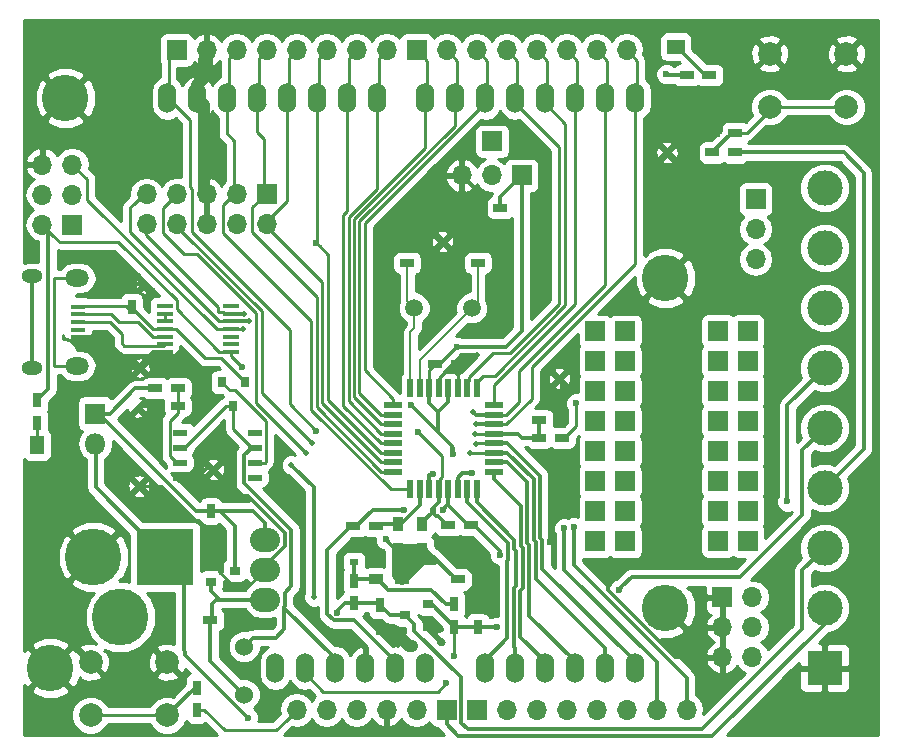
<source format=gbr>
G04 #@! TF.FileFunction,Copper,L1,Top,Signal*
%FSLAX46Y46*%
G04 Gerber Fmt 4.6, Leading zero omitted, Abs format (unit mm)*
G04 Created by KiCad (PCBNEW 4.0.7) date 02/06/18 23:35:00*
%MOMM*%
%LPD*%
G01*
G04 APERTURE LIST*
%ADD10C,0.100000*%
%ADD11R,1.700000X1.700000*%
%ADD12O,1.700000X1.700000*%
%ADD13C,3.000000*%
%ADD14R,3.000000X3.000000*%
%ADD15R,0.800000X0.600000*%
%ADD16C,1.500000*%
%ADD17R,1.500000X1.300000*%
%ADD18R,1.300000X1.500000*%
%ADD19R,0.800000X0.900000*%
%ADD20R,0.900000X0.800000*%
%ADD21R,1.143000X0.508000*%
%ADD22R,0.550000X1.600000*%
%ADD23R,1.600000X0.550000*%
%ADD24R,1.397000X0.431800*%
%ADD25C,1.524000*%
%ADD26R,1.200000X0.750000*%
%ADD27R,0.750000X1.200000*%
%ADD28R,1.300000X0.450000*%
%ADD29O,2.000000X1.450000*%
%ADD30O,1.800000X1.150000*%
%ADD31O,2.540000X2.032000*%
%ADD32R,1.800000X1.800000*%
%ADD33O,1.800000X1.800000*%
%ADD34R,1.200000X0.900000*%
%ADD35R,0.900000X1.200000*%
%ADD36C,0.700000*%
%ADD37C,0.500000*%
%ADD38C,2.000000*%
%ADD39C,4.800000*%
%ADD40R,4.800000X4.800000*%
%ADD41O,1.524000X2.540000*%
%ADD42C,3.937000*%
%ADD43C,0.600000*%
%ADD44C,0.350000*%
%ADD45C,0.250000*%
%ADD46C,1.000000*%
%ADD47C,0.160000*%
%ADD48C,0.254000*%
G04 APERTURE END LIST*
D10*
D11*
X110100000Y-103600000D03*
D12*
X112640000Y-103600000D03*
X110100000Y-106140000D03*
X112640000Y-106140000D03*
X110100000Y-108680000D03*
X112640000Y-108680000D03*
D13*
X118745000Y-104521000D03*
X118745000Y-99441000D03*
D14*
X118745000Y-109601000D03*
D13*
X118745000Y-94361000D03*
X118745000Y-89281000D03*
X118745000Y-84201000D03*
X118745000Y-79121000D03*
X118745000Y-74041000D03*
X118745000Y-68961000D03*
D15*
X78900000Y-100600000D03*
X78900000Y-98900000D03*
D11*
X71500000Y-69500000D03*
D12*
X71500000Y-72040000D03*
X68960000Y-69500000D03*
X68960000Y-72040000D03*
X66420000Y-69500000D03*
X66420000Y-72040000D03*
X63880000Y-69500000D03*
X63880000Y-72040000D03*
X61340000Y-69500000D03*
X61340000Y-72040000D03*
D16*
X88880000Y-79100000D03*
X84000000Y-79100000D03*
D17*
X108850000Y-57000000D03*
X106150000Y-57000000D03*
D18*
X52070000Y-93425000D03*
X52070000Y-90725000D03*
D11*
X86741000Y-113157000D03*
D12*
X84201000Y-113157000D03*
X81661000Y-113157000D03*
X79121000Y-113157000D03*
X76581000Y-113157000D03*
X74041000Y-113157000D03*
D11*
X89281000Y-113157000D03*
D12*
X91821000Y-113157000D03*
X94361000Y-113157000D03*
X96901000Y-113157000D03*
X99441000Y-113157000D03*
X101981000Y-113157000D03*
X104521000Y-113157000D03*
X107061000Y-113157000D03*
D11*
X63881000Y-57277000D03*
D12*
X66421000Y-57277000D03*
X68961000Y-57277000D03*
X71501000Y-57277000D03*
X74041000Y-57277000D03*
X76581000Y-57277000D03*
X79121000Y-57277000D03*
X81661000Y-57277000D03*
D11*
X84201000Y-57277000D03*
D12*
X86741000Y-57277000D03*
X89281000Y-57277000D03*
X91821000Y-57277000D03*
X94361000Y-57277000D03*
X96901000Y-57277000D03*
X99441000Y-57277000D03*
X101981000Y-57277000D03*
D19*
X69650000Y-85400000D03*
X67750000Y-85400000D03*
X68700000Y-87400000D03*
D20*
X85200000Y-106100000D03*
X85200000Y-104200000D03*
X83200000Y-105150000D03*
D21*
X70550000Y-89660000D03*
X70550000Y-90930000D03*
X70550000Y-92200000D03*
X70550000Y-93470000D03*
X64200000Y-93470000D03*
X64200000Y-92200000D03*
X64200000Y-90930000D03*
X64200000Y-89660000D03*
D22*
X89287000Y-85920000D03*
X88487000Y-85920000D03*
X87687000Y-85920000D03*
X86887000Y-85920000D03*
X86087000Y-85920000D03*
X85287000Y-85920000D03*
X84487000Y-85920000D03*
X83687000Y-85920000D03*
D23*
X82237000Y-87370000D03*
X82237000Y-88170000D03*
X82237000Y-88970000D03*
X82237000Y-89770000D03*
X82237000Y-90570000D03*
X82237000Y-91370000D03*
X82237000Y-92170000D03*
X82237000Y-92970000D03*
D22*
X83687000Y-94420000D03*
X84487000Y-94420000D03*
X85287000Y-94420000D03*
X86087000Y-94420000D03*
X86887000Y-94420000D03*
X87687000Y-94420000D03*
X88487000Y-94420000D03*
X89287000Y-94420000D03*
D23*
X90737000Y-92970000D03*
X90737000Y-92170000D03*
X90737000Y-91370000D03*
X90737000Y-90570000D03*
X90737000Y-89770000D03*
X90737000Y-88970000D03*
X90737000Y-88170000D03*
X90737000Y-87370000D03*
D24*
X68453000Y-82829400D03*
X68453000Y-82194400D03*
X68453000Y-81534000D03*
X68453000Y-80899000D03*
X68453000Y-80238600D03*
X68453000Y-79590900D03*
X68453000Y-78943200D03*
X62865000Y-78943200D03*
X62865000Y-79590900D03*
X62865000Y-80238600D03*
X62865000Y-80899000D03*
X62865000Y-81546700D03*
X62865000Y-82194400D03*
X62865000Y-82842100D03*
D25*
X69600000Y-107800000D03*
X69600000Y-111864000D03*
D11*
X93100000Y-67900000D03*
D12*
X90560000Y-67900000D03*
X88020000Y-67900000D03*
D26*
X78850000Y-97600000D03*
X80750000Y-97600000D03*
D27*
X66800000Y-98200000D03*
X66800000Y-96300000D03*
D26*
X88800000Y-97500000D03*
X86900000Y-97500000D03*
X68650000Y-105500000D03*
X66750000Y-105500000D03*
D27*
X81100000Y-106200000D03*
X81100000Y-104300000D03*
X89400000Y-104200000D03*
X89400000Y-106100000D03*
D26*
X109300000Y-64300000D03*
X111200000Y-64300000D03*
X94600000Y-88600000D03*
X96500000Y-88600000D03*
X87500000Y-75300000D03*
X89400000Y-75300000D03*
X85300000Y-75300000D03*
X83400000Y-75300000D03*
D27*
X60100000Y-77100000D03*
X60100000Y-79000000D03*
D26*
X87698000Y-83826000D03*
X85798000Y-83826000D03*
D11*
X90600000Y-65000000D03*
D26*
X62098000Y-85926000D03*
X63998000Y-85926000D03*
X64000000Y-87400000D03*
X62100000Y-87400000D03*
X107100000Y-59400000D03*
X109000000Y-59400000D03*
X111150000Y-65950000D03*
X109250000Y-65950000D03*
D27*
X52070000Y-86934000D03*
X52070000Y-88834000D03*
X87400000Y-106100000D03*
X87400000Y-104200000D03*
X78900000Y-104100000D03*
X78900000Y-102200000D03*
D26*
X96500000Y-90100000D03*
X94600000Y-90100000D03*
D27*
X65600000Y-111250000D03*
X65600000Y-113150000D03*
D20*
X66800000Y-100400000D03*
X66800000Y-102300000D03*
X68800000Y-101350000D03*
D28*
X55500000Y-79000000D03*
X55500000Y-79650000D03*
X55500000Y-80300000D03*
X55500000Y-80950000D03*
X55500000Y-81600000D03*
D29*
X55450000Y-76575000D03*
X55450000Y-84025000D03*
D30*
X51650000Y-76425000D03*
X51650000Y-84175000D03*
D11*
X112900000Y-69900000D03*
D12*
X112900000Y-72440000D03*
X112900000Y-74980000D03*
D31*
X71400000Y-101260000D03*
X71400000Y-103800000D03*
X71400000Y-98720000D03*
D11*
X109707158Y-96311198D03*
X112247158Y-96311198D03*
X99329158Y-96343198D03*
X101869158Y-96343198D03*
X109707158Y-91231198D03*
X112247158Y-91231198D03*
X109707158Y-93771198D03*
X112247158Y-93771198D03*
X99329158Y-93803198D03*
X101869158Y-93803198D03*
X99329158Y-91263198D03*
X101869158Y-91263198D03*
X99329158Y-88723198D03*
X101869158Y-88723198D03*
X99329158Y-86183198D03*
X101869158Y-86183198D03*
X99329158Y-83643198D03*
X101869158Y-83643198D03*
X99329158Y-81103198D03*
X101869158Y-81103198D03*
X109707158Y-81071198D03*
X112247158Y-81071198D03*
X109707158Y-98851198D03*
X112247158Y-98851198D03*
X99329158Y-98883198D03*
X101869158Y-98883198D03*
X109707158Y-83611198D03*
X112247158Y-83611198D03*
X109707158Y-86151198D03*
X112247158Y-86151198D03*
X109707158Y-88691198D03*
X112247158Y-88691198D03*
D32*
X57000000Y-88060000D03*
D33*
X57000000Y-90600000D03*
D34*
X83000000Y-102100000D03*
X80800000Y-102100000D03*
D35*
X84700000Y-97400000D03*
X84700000Y-99600000D03*
X82600000Y-97400000D03*
X82600000Y-99600000D03*
D26*
X87700000Y-102100000D03*
X89600000Y-102100000D03*
D36*
X86400000Y-73500000D03*
X60700000Y-94200000D03*
X86300000Y-107400000D03*
X83600000Y-107600000D03*
X67000000Y-92800000D03*
D37*
X60600000Y-87600000D03*
X60800000Y-84200000D03*
X61200000Y-77100000D03*
D36*
X96300000Y-85100000D03*
D37*
X89300000Y-83100000D03*
D36*
X105400000Y-65950000D03*
D38*
X63100000Y-109100000D03*
X63100000Y-113600000D03*
X56600000Y-109100000D03*
X56600000Y-113600000D03*
X114100000Y-62100000D03*
X114100000Y-57600000D03*
X120600000Y-62100000D03*
X120600000Y-57600000D03*
D39*
X56844000Y-100202000D03*
D40*
X62944000Y-100202000D03*
D39*
X59134000Y-105282000D03*
D41*
X102724000Y-109604000D03*
X100184000Y-109604000D03*
X97644000Y-109604000D03*
X90024000Y-109604000D03*
X92564000Y-109604000D03*
X95104000Y-109604000D03*
X84944000Y-109604000D03*
X82404000Y-109604000D03*
X79864000Y-109604000D03*
X74784000Y-109604000D03*
X72244000Y-109604000D03*
X102724000Y-61344000D03*
X100184000Y-61344000D03*
X97644000Y-61344000D03*
X95104000Y-61344000D03*
X92564000Y-61344000D03*
X90024000Y-61344000D03*
X87484000Y-61344000D03*
X84944000Y-61344000D03*
X80880000Y-61344000D03*
X78340000Y-61344000D03*
X75800000Y-61344000D03*
X73260000Y-61344000D03*
X70720000Y-61344000D03*
X68180000Y-61344000D03*
X65640000Y-61344000D03*
X63100000Y-61344000D03*
X77324000Y-109604000D03*
D42*
X105264000Y-104524000D03*
X105264000Y-76584000D03*
X54464000Y-61344000D03*
X53194000Y-109604000D03*
D26*
X89400000Y-70650000D03*
X91300000Y-70650000D03*
D11*
X55050000Y-72050000D03*
D12*
X52510000Y-72050000D03*
X55050000Y-69510000D03*
X52510000Y-69510000D03*
X55050000Y-66970000D03*
X52510000Y-66970000D03*
D43*
X86400000Y-75300000D03*
X80500000Y-99875001D03*
X95525065Y-98934467D03*
X70300000Y-106200000D03*
X100400000Y-101100000D03*
X90900000Y-103500000D03*
X84300000Y-89600000D03*
X75700000Y-89500000D03*
X77500000Y-104900000D03*
X87400000Y-108600000D03*
X86700000Y-110900000D03*
X101330056Y-102975447D03*
X91000000Y-106100000D03*
X83699999Y-87300000D03*
X69400000Y-84100000D03*
X87300000Y-91500008D03*
X81600000Y-98700000D03*
X87600000Y-82400000D03*
X97700000Y-87200000D03*
X83800000Y-100700000D03*
D37*
X88700000Y-91400000D03*
X74848000Y-91426000D03*
X89200000Y-90600006D03*
X75348000Y-90526000D03*
D43*
X85583997Y-93175010D03*
X96704026Y-97780279D03*
X88922583Y-93128048D03*
X97500000Y-97700000D03*
X75700000Y-73600000D03*
D37*
X89200000Y-88900000D03*
X70000000Y-80200000D03*
X88977830Y-87900000D03*
X69600000Y-79600000D03*
D43*
X105348000Y-59326000D03*
X91249922Y-100028807D03*
X83100000Y-96200000D03*
X86427641Y-96183968D03*
X115600000Y-95500000D03*
D37*
X75500000Y-103600000D03*
X73600000Y-92400000D03*
X69500000Y-80900000D03*
X89170000Y-89770000D03*
D43*
X69900000Y-113800000D03*
D44*
X82899002Y-97400000D02*
X82600000Y-97400000D01*
X84487000Y-95812002D02*
X82899002Y-97400000D01*
X84487000Y-94420000D02*
X84487000Y-95812002D01*
X82600000Y-97400000D02*
X80900000Y-97400000D01*
X80900000Y-97400000D02*
X80600000Y-97700000D01*
X89400000Y-70650000D02*
X89400000Y-69280000D01*
X89400000Y-69280000D02*
X88020000Y-67900000D01*
X87761000Y-84689000D02*
X88000000Y-84450000D01*
X87687000Y-84700000D02*
X87698000Y-84689000D01*
X87698000Y-84689000D02*
X87761000Y-84689000D01*
D45*
X87687000Y-85920000D02*
X87687000Y-84700000D01*
X87687000Y-84700000D02*
X87687000Y-83837000D01*
D44*
X86596998Y-84550000D02*
X87537000Y-84550000D01*
X87537000Y-84550000D02*
X87687000Y-84700000D01*
D45*
X86087000Y-85059998D02*
X86596998Y-84550000D01*
X86596998Y-84550000D02*
X86695998Y-84451000D01*
D44*
X88000000Y-83100000D02*
X88000000Y-83146998D01*
X88000000Y-83146998D02*
X86596998Y-84550000D01*
X89300000Y-83100000D02*
X88000000Y-83100000D01*
X89300000Y-83100000D02*
X88946447Y-83100000D01*
X88946447Y-83100000D02*
X88646447Y-83400000D01*
X89300000Y-83100000D02*
X88424000Y-83100000D01*
X88424000Y-83100000D02*
X87698000Y-83826000D01*
X61200000Y-77100000D02*
X60100000Y-77100000D01*
D45*
X66800000Y-100400000D02*
X66850000Y-100400000D01*
X66850000Y-100400000D02*
X67500000Y-101050000D01*
X67500000Y-101050000D02*
X67500000Y-101485002D01*
X67500000Y-101485002D02*
X68540998Y-102526000D01*
X68540998Y-102526000D02*
X70134000Y-102526000D01*
X70134000Y-102526000D02*
X71400000Y-101260000D01*
D46*
X66800000Y-100400000D02*
X66800000Y-98200000D01*
D45*
X66800000Y-98200000D02*
X66600000Y-98200000D01*
X62600000Y-94200000D02*
X60700000Y-94200000D01*
X66600000Y-98200000D02*
X62600000Y-94200000D01*
D44*
X96500000Y-88600000D02*
X96500000Y-85200000D01*
X96500000Y-85200000D02*
X96400000Y-85100000D01*
D46*
X83800000Y-107700000D02*
X83600000Y-107700000D01*
X83600000Y-107700000D02*
X82400000Y-106500000D01*
D45*
X58400000Y-82800000D02*
X57399000Y-81799000D01*
X57500000Y-82000000D02*
X57399000Y-82000000D01*
X57399000Y-81899000D02*
X57500000Y-82000000D01*
X57399000Y-81799000D02*
X57399000Y-81899000D01*
X60800000Y-84200000D02*
X60035000Y-84200000D01*
X60035000Y-84200000D02*
X57399000Y-81564000D01*
D44*
X62100000Y-87400000D02*
X60700000Y-87400000D01*
X60700000Y-87400000D02*
X60600000Y-87500000D01*
D45*
X85200000Y-106100000D02*
X85200000Y-106300000D01*
X85200000Y-106300000D02*
X86300000Y-107400000D01*
X81100000Y-106200000D02*
X81500000Y-106200000D01*
X81500000Y-106200000D02*
X82600000Y-107300000D01*
D46*
X65588000Y-61270000D02*
X66208000Y-61890000D01*
X65588000Y-61270000D02*
X65588000Y-60212000D01*
X66421000Y-59379000D02*
X66421000Y-57277000D01*
X65588000Y-60212000D02*
X66421000Y-59379000D01*
X66208000Y-62908000D02*
X66208000Y-69426000D01*
X66208000Y-61890000D02*
X66208000Y-62908000D01*
D44*
X87500000Y-75300000D02*
X86400000Y-75300000D01*
D46*
X85300000Y-75300000D02*
X86400000Y-75300000D01*
X87500000Y-75300000D02*
X85300000Y-75300000D01*
X66208000Y-67907998D02*
X66208000Y-69426000D01*
D44*
X78900000Y-98900000D02*
X79524999Y-98900000D01*
X79524999Y-98900000D02*
X80500000Y-99875001D01*
X95525065Y-98510203D02*
X95525065Y-98934467D01*
X95525065Y-92674935D02*
X95525065Y-98510203D01*
X96500000Y-91700000D02*
X95525065Y-92674935D01*
D45*
X89600000Y-102100000D02*
X89600000Y-104000000D01*
X89600000Y-104000000D02*
X89400000Y-104200000D01*
D44*
X69901185Y-95000000D02*
X69200000Y-95000000D01*
X69200000Y-95000000D02*
X66600000Y-92400000D01*
X71400000Y-100941185D02*
X73045010Y-99296175D01*
X71400000Y-101260000D02*
X71400000Y-100941185D01*
X73045010Y-99296175D02*
X73045010Y-98143825D01*
X73045010Y-98143825D02*
X69901185Y-95000000D01*
D45*
X64200000Y-93470000D02*
X65530000Y-93470000D01*
X65530000Y-93470000D02*
X66600000Y-92400000D01*
X68650000Y-105500000D02*
X69600000Y-105500000D01*
X69600000Y-105500000D02*
X70300000Y-106200000D01*
D44*
X100400000Y-103000000D02*
X100400000Y-101100000D01*
X110100000Y-108680000D02*
X106080000Y-108680000D01*
X106080000Y-108680000D02*
X100400000Y-103000000D01*
X62865000Y-82842100D02*
X61857900Y-82842100D01*
X61857900Y-82842100D02*
X60500000Y-84200000D01*
X60100000Y-77100000D02*
X60825000Y-77100000D01*
X60825000Y-77100000D02*
X61600000Y-77875000D01*
X55864000Y-81564000D02*
X56754649Y-81564000D01*
X56754649Y-81564000D02*
X57399000Y-81564000D01*
X57399000Y-82139000D02*
X57399000Y-82000000D01*
X57399000Y-82000000D02*
X57399000Y-81564000D01*
X57399000Y-82139000D02*
X57460000Y-82200000D01*
X59460000Y-84200000D02*
X60500000Y-84200000D01*
X57399000Y-82139000D02*
X59460000Y-84200000D01*
D45*
X86087000Y-85920000D02*
X86087000Y-85059998D01*
X86695998Y-84451000D02*
X86848000Y-84451000D01*
X86848000Y-84451000D02*
X87473000Y-83826000D01*
X87473000Y-83826000D02*
X87698000Y-83826000D01*
D44*
X89400000Y-104200000D02*
X90200000Y-104200000D01*
X90200000Y-104200000D02*
X90900000Y-103500000D01*
X85200000Y-106100000D02*
X85400000Y-106100000D01*
D45*
X87687000Y-83837000D02*
X87698000Y-83826000D01*
X65786000Y-61341000D02*
X65786000Y-57912000D01*
X65786000Y-57912000D02*
X66421000Y-57277000D01*
D44*
X63400000Y-108800000D02*
X63400000Y-109050000D01*
D45*
X63048000Y-61270000D02*
X63070000Y-61270000D01*
X63070000Y-61270000D02*
X65032999Y-63232999D01*
X65032999Y-63232999D02*
X65032999Y-68913997D01*
X65200000Y-69080998D02*
X65200000Y-72700000D01*
X65032999Y-68913997D02*
X65200000Y-69080998D01*
X65200000Y-72700000D02*
X73449990Y-80949990D01*
X73449990Y-80949990D02*
X73449990Y-87249990D01*
X73449990Y-87249990D02*
X75700000Y-89500000D01*
X63246000Y-61341000D02*
X63200000Y-61295000D01*
X63200000Y-61295000D02*
X63200000Y-57958000D01*
X63200000Y-57958000D02*
X63881000Y-57277000D01*
X86087000Y-93681418D02*
X86087000Y-94420000D01*
X86338664Y-93429754D02*
X86087000Y-93681418D01*
X86338664Y-91638664D02*
X86338664Y-93429754D01*
X84300000Y-89600000D02*
X86338664Y-91638664D01*
D44*
X86600000Y-97300996D02*
X86024002Y-96724998D01*
X85671273Y-96571273D02*
X85671273Y-95985727D01*
X85824998Y-96724998D02*
X85671273Y-96571273D01*
X86024002Y-96724998D02*
X85824998Y-96724998D01*
X85671273Y-95985727D02*
X86087000Y-95570000D01*
X86600000Y-97500000D02*
X86600000Y-97300996D01*
X86087000Y-95570000D02*
X86087000Y-94420000D01*
X85500000Y-96450000D02*
X85500000Y-96157000D01*
X84700000Y-97250000D02*
X85500000Y-96450000D01*
X84700000Y-97400000D02*
X84700000Y-97250000D01*
X85500000Y-96157000D02*
X86087000Y-95570000D01*
X69600000Y-107800000D02*
X70361999Y-107038001D01*
X70361999Y-107038001D02*
X72261999Y-107038001D01*
X72261999Y-107038001D02*
X73000000Y-106300000D01*
X73045010Y-104376175D02*
X73000000Y-104421185D01*
X73595020Y-102673815D02*
X73045010Y-103223825D01*
X73595021Y-97916003D02*
X73595020Y-102673815D01*
X69603499Y-93924481D02*
X73595021Y-97916003D01*
X69603499Y-91559001D02*
X69603499Y-93924481D01*
X73045010Y-103223825D02*
X73045010Y-104376175D01*
X70232500Y-90930000D02*
X69603499Y-91559001D01*
X78900000Y-104100000D02*
X78175000Y-104100000D01*
X77500000Y-104775000D02*
X77500000Y-104900000D01*
X78175000Y-104100000D02*
X77500000Y-104775000D01*
X77272000Y-109530000D02*
X77272000Y-108772000D01*
X77272000Y-108772000D02*
X73000000Y-104500000D01*
X73000000Y-104500000D02*
X73000000Y-104421185D01*
X73000000Y-106300000D02*
X73000000Y-104421185D01*
X118745000Y-99441000D02*
X116869999Y-101316001D01*
X116869999Y-101316001D02*
X116869999Y-106263003D01*
X116869999Y-106263003D02*
X108333002Y-114800000D01*
X108333002Y-114800000D02*
X88548998Y-114800000D01*
X88548998Y-114800000D02*
X87966001Y-114217003D01*
X87966001Y-114217003D02*
X87966001Y-110391003D01*
X87966001Y-110391003D02*
X84000000Y-106425002D01*
X84000000Y-106425002D02*
X84000000Y-105900000D01*
X84000000Y-105900000D02*
X83250000Y-105150000D01*
X83250000Y-105150000D02*
X83200000Y-105150000D01*
X70550000Y-90930000D02*
X70232500Y-90930000D01*
X78900000Y-104100000D02*
X80900000Y-104100000D01*
X80900000Y-104100000D02*
X81100000Y-104300000D01*
X83200000Y-105150000D02*
X81950000Y-105150000D01*
X81950000Y-105150000D02*
X81100000Y-104300000D01*
D45*
X70232500Y-90930000D02*
X68700000Y-89397500D01*
X68700000Y-89397500D02*
X68700000Y-88100000D01*
X68700000Y-88100000D02*
X68700000Y-87400000D01*
X68700000Y-87400000D02*
X68047500Y-87400000D01*
X68047500Y-87400000D02*
X64517500Y-90930000D01*
X64517500Y-90930000D02*
X64200000Y-90930000D01*
X87400000Y-106100000D02*
X87400000Y-108600000D01*
X76294000Y-111600000D02*
X86000000Y-111600000D01*
X86000000Y-111600000D02*
X86700000Y-110900000D01*
X74732000Y-110038000D02*
X76294000Y-111600000D01*
D44*
X118745000Y-89281000D02*
X116869999Y-91156001D01*
X116869999Y-91156001D02*
X116869999Y-96603359D01*
X116869999Y-96603359D02*
X111573358Y-101900000D01*
X111573358Y-101900000D02*
X102405503Y-101900000D01*
X102405503Y-101900000D02*
X101630055Y-102675448D01*
X101630055Y-102675448D02*
X101330056Y-102975447D01*
D45*
X74732000Y-109530000D02*
X74732000Y-110038000D01*
D44*
X89400000Y-106100000D02*
X91000000Y-106100000D01*
X85200000Y-104200000D02*
X85500000Y-104200000D01*
X85500000Y-104200000D02*
X87400000Y-106100000D01*
X89400000Y-106100000D02*
X87400000Y-106100000D01*
X111200000Y-64300000D02*
X110900000Y-64300000D01*
X110900000Y-64300000D02*
X109250000Y-65950000D01*
X111200000Y-64300000D02*
X110975000Y-64300000D01*
D45*
X114100000Y-62100000D02*
X120600000Y-62100000D01*
X114300000Y-62158000D02*
X112158000Y-64300000D01*
X79349989Y-86332989D02*
X79349989Y-71763600D01*
X79349989Y-71763600D02*
X87432000Y-63681589D01*
X81187000Y-88170000D02*
X79349989Y-86332989D01*
X82237000Y-88170000D02*
X81187000Y-88170000D01*
X87432000Y-62790000D02*
X87432000Y-61270000D01*
X87432000Y-63681589D02*
X87432000Y-62790000D01*
X111186000Y-64314000D02*
X111200000Y-64300000D01*
X112158000Y-64300000D02*
X111200000Y-64300000D01*
X87630000Y-61341000D02*
X87630000Y-58166000D01*
X87630000Y-58166000D02*
X86741000Y-57277000D01*
D47*
X83400000Y-75300000D02*
X83400000Y-78500000D01*
X83400000Y-78500000D02*
X84000000Y-79100000D01*
X83687000Y-81145000D02*
X84000000Y-80832000D01*
X84000000Y-80832000D02*
X84000000Y-79100000D01*
X83687000Y-85920000D02*
X83687000Y-81145000D01*
D45*
X57399000Y-78964000D02*
X58000000Y-78964000D01*
X56150000Y-78964000D02*
X57050000Y-78964000D01*
X58000000Y-78964000D02*
X59594000Y-78964000D01*
X57050000Y-78964000D02*
X58000000Y-78964000D01*
X69650000Y-85400000D02*
X69650000Y-85350000D01*
X69650000Y-85350000D02*
X67670301Y-83370301D01*
X67670301Y-83370301D02*
X66284801Y-83370301D01*
X66284801Y-83370301D02*
X63813500Y-80899000D01*
X63813500Y-80899000D02*
X62865000Y-80899000D01*
X62865000Y-80899000D02*
X61916500Y-80899000D01*
X61916500Y-80899000D02*
X60100000Y-79082500D01*
X60100000Y-79082500D02*
X60100000Y-79000000D01*
X59594000Y-78964000D02*
X59944000Y-79314000D01*
X71374000Y-61849000D02*
X70866000Y-61341000D01*
X70866000Y-57912000D02*
X71501000Y-57277000D01*
X70866000Y-61341000D02*
X70866000Y-57912000D01*
X82237000Y-92970000D02*
X81187000Y-92970000D01*
X81187000Y-92970000D02*
X75750011Y-87533011D01*
X71288000Y-64797998D02*
X70668000Y-64177998D01*
X75750011Y-87533011D02*
X75750011Y-78167013D01*
X75750011Y-78167013D02*
X70300000Y-72717002D01*
X70300000Y-72717002D02*
X70300000Y-70600000D01*
X70300000Y-70600000D02*
X71288000Y-69612000D01*
X71288000Y-69612000D02*
X71288000Y-64797998D01*
X70668000Y-64177998D02*
X70680002Y-64190000D01*
X70668000Y-61270000D02*
X70668000Y-64177998D01*
X70668000Y-61778000D02*
X70668000Y-61270000D01*
X68453000Y-82829400D02*
X67504500Y-82829400D01*
X67504500Y-82829400D02*
X63888501Y-79213401D01*
X53972000Y-73500000D02*
X53457999Y-72985999D01*
X63888501Y-79213401D02*
X63888501Y-78467299D01*
X63888501Y-78467299D02*
X58921202Y-73500000D01*
X58921202Y-73500000D02*
X53972000Y-73500000D01*
X53457999Y-72985999D02*
X52608000Y-72136000D01*
D44*
X91300000Y-70650000D02*
X91300000Y-69700000D01*
X91300000Y-69700000D02*
X93100000Y-67900000D01*
X111150000Y-65950000D02*
X120350000Y-65950000D01*
X120350000Y-65950000D02*
X122050000Y-67650000D01*
X122050000Y-67650000D02*
X122050000Y-91056000D01*
X122050000Y-91056000D02*
X118745000Y-94361000D01*
X52070000Y-86934000D02*
X53000000Y-86004000D01*
X53000000Y-86004000D02*
X53000000Y-72528000D01*
X53000000Y-72528000D02*
X52608000Y-72136000D01*
X87600000Y-82400000D02*
X91800000Y-82400000D01*
X91800000Y-82400000D02*
X93100000Y-81100000D01*
X93100000Y-81100000D02*
X93100000Y-67900000D01*
X83000000Y-102100000D02*
X83000000Y-101500000D01*
X83000000Y-101500000D02*
X83800000Y-100700000D01*
X86057000Y-87900000D02*
X86057000Y-89657000D01*
X87200000Y-91400008D02*
X87300000Y-91500008D01*
X86057000Y-89657000D02*
X87200000Y-90800000D01*
X87200000Y-90800000D02*
X87200000Y-91400008D01*
D45*
X83999998Y-87599999D02*
X83699999Y-87300000D01*
X87300000Y-90900001D02*
X83999998Y-87599999D01*
X87300000Y-91500008D02*
X87300000Y-90900001D01*
X68453000Y-82829400D02*
X68453000Y-83153000D01*
X68453000Y-83153000D02*
X69400000Y-84100000D01*
D44*
X81899999Y-98999999D02*
X81600000Y-98700000D01*
X83600000Y-100700000D02*
X81899999Y-98999999D01*
X85775736Y-100700000D02*
X83600000Y-100700000D01*
X86174000Y-83826000D02*
X87600000Y-82400000D01*
X85798000Y-83826000D02*
X86174000Y-83826000D01*
D45*
X96500000Y-90100000D02*
X96725000Y-90100000D01*
X96725000Y-90100000D02*
X97700000Y-89125000D01*
X97700000Y-89125000D02*
X97700000Y-88900000D01*
X97700000Y-88900000D02*
X97700000Y-87200000D01*
D44*
X84099999Y-100400001D02*
X83800000Y-100700000D01*
X84700000Y-99750000D02*
X84700000Y-99800000D01*
X84700000Y-99800000D02*
X84099999Y-100400001D01*
X84700000Y-99600000D02*
X84700000Y-99750000D01*
X84700000Y-99750000D02*
X85150000Y-99750000D01*
X87500000Y-102100000D02*
X87700000Y-102100000D01*
X85150000Y-99750000D02*
X87500000Y-102100000D01*
D46*
X83000000Y-101400000D02*
X83050000Y-101400000D01*
X83050000Y-101400000D02*
X84700000Y-99750000D01*
X83000000Y-102100000D02*
X83000000Y-101400000D01*
D44*
X84050000Y-99600000D02*
X84050000Y-100500000D01*
X84050000Y-100500000D02*
X84050000Y-101200000D01*
D46*
X83350000Y-100300000D02*
X83850000Y-100300000D01*
X83850000Y-100300000D02*
X84050000Y-100500000D01*
X83000000Y-102100000D02*
X83000000Y-100650000D01*
X83000000Y-100650000D02*
X83350000Y-100300000D01*
X84700000Y-99600000D02*
X82600000Y-99600000D01*
X84700000Y-99600000D02*
X84700000Y-100400000D01*
X84700000Y-100400000D02*
X83000000Y-102100000D01*
X82600000Y-99600000D02*
X82600000Y-101700000D01*
X82600000Y-101700000D02*
X83000000Y-102100000D01*
D44*
X82600000Y-99600000D02*
X84050000Y-99600000D01*
X84050000Y-101200000D02*
X84550000Y-100700000D01*
X84550000Y-100700000D02*
X85775736Y-100700000D01*
X84700000Y-99750000D02*
X85650000Y-100700000D01*
X83000000Y-102100000D02*
X83150000Y-102100000D01*
X83150000Y-102100000D02*
X84050000Y-101200000D01*
X85650000Y-100700000D02*
X85775736Y-100700000D01*
X86057000Y-87900000D02*
X85287000Y-87130000D01*
X85287000Y-87130000D02*
X85287000Y-85920000D01*
X86887000Y-85920000D02*
X86887000Y-87070000D01*
X86887000Y-87070000D02*
X86057000Y-87900000D01*
X83200000Y-102100000D02*
X83200000Y-100200000D01*
X83200000Y-100200000D02*
X82600000Y-99600000D01*
D45*
X85287000Y-85920000D02*
X85287000Y-84337000D01*
X85287000Y-84337000D02*
X85798000Y-83826000D01*
X83687000Y-94420000D02*
X82000590Y-94420000D01*
X82000590Y-94420000D02*
X75300000Y-87719410D01*
X75300000Y-87719410D02*
X75300000Y-80257002D01*
X75300000Y-80257002D02*
X67800000Y-72757002D01*
X67784999Y-72604001D02*
X67784999Y-71475999D01*
X67800000Y-72757002D02*
X67800000Y-72619002D01*
X67800000Y-72619002D02*
X67784999Y-72604001D01*
X67784999Y-71475999D02*
X67800000Y-71460998D01*
X67800000Y-71460998D02*
X67800000Y-70374000D01*
X67800000Y-70374000D02*
X67898001Y-70275999D01*
X67898001Y-70275999D02*
X68748000Y-69426000D01*
X68128000Y-64318000D02*
X68748000Y-64938000D01*
X68748000Y-64938000D02*
X68748000Y-69426000D01*
X68128000Y-64318000D02*
X68128000Y-61270000D01*
X68580000Y-69258000D02*
X68748000Y-69426000D01*
X68128000Y-61778000D02*
X68128000Y-61270000D01*
X68326000Y-61341000D02*
X68326000Y-61976000D01*
X68326000Y-61341000D02*
X68326000Y-57912000D01*
X68326000Y-57912000D02*
X68961000Y-57277000D01*
X73208000Y-61778000D02*
X73208000Y-61270000D01*
X73208000Y-70046000D02*
X73208000Y-61270000D01*
X71288000Y-71966000D02*
X73208000Y-70046000D01*
X76200022Y-76878022D02*
X72137999Y-72815999D01*
X82237000Y-92170000D02*
X81187000Y-92170000D01*
X72137999Y-72815999D02*
X71288000Y-71966000D01*
X81187000Y-92170000D02*
X76200022Y-87183022D01*
X76200022Y-87183022D02*
X76200022Y-76878022D01*
X73406000Y-61341000D02*
X73406000Y-57912000D01*
X73406000Y-57912000D02*
X74041000Y-57277000D01*
D44*
X106150000Y-57000000D02*
X106250000Y-57000000D01*
X106250000Y-57000000D02*
X108650000Y-59400000D01*
X108650000Y-59400000D02*
X109000000Y-59400000D01*
D45*
X52070000Y-90725000D02*
X52070000Y-88834000D01*
D44*
X89972000Y-109530000D02*
X89972000Y-109022000D01*
X89972000Y-109022000D02*
X91899956Y-107094044D01*
X91899956Y-107094044D02*
X91899956Y-100509901D01*
X91899956Y-100509901D02*
X91924932Y-100484925D01*
X91924932Y-100484925D02*
X91924932Y-99007932D01*
X91924932Y-99007932D02*
X88487000Y-95570000D01*
X88487000Y-95570000D02*
X88487000Y-94420000D01*
X92650011Y-102626827D02*
X92449967Y-102826871D01*
X92474943Y-99497110D02*
X92650011Y-99672178D01*
X92650011Y-99672178D02*
X92650011Y-102626827D01*
X92474943Y-98757943D02*
X92474943Y-99497110D01*
X89287000Y-95570000D02*
X92474943Y-98757943D01*
X92512000Y-107910000D02*
X92512000Y-109530000D01*
X92449967Y-102826871D02*
X92449967Y-107847967D01*
X92449967Y-107847967D02*
X92512000Y-107910000D01*
X89287000Y-94420000D02*
X89287000Y-95570000D01*
X95052000Y-109022000D02*
X92999978Y-106969978D01*
X93200022Y-102854649D02*
X93200022Y-99410358D01*
X92999978Y-103054693D02*
X93200022Y-102854649D01*
X95052000Y-109530000D02*
X95052000Y-109022000D01*
X93200022Y-99410358D02*
X93024954Y-99235290D01*
X92999978Y-106969978D02*
X92999978Y-103054693D01*
X90737000Y-93595000D02*
X90737000Y-92970000D01*
X93024954Y-95882954D02*
X90737000Y-93595000D01*
X93024954Y-99235290D02*
X93024954Y-95882954D01*
X97592000Y-109022000D02*
X97592000Y-109530000D01*
X93574965Y-99007468D02*
X93750033Y-99182536D01*
X93750033Y-105180033D02*
X97592000Y-109022000D01*
X93750033Y-99182536D02*
X93750033Y-105180033D01*
X90737000Y-92170000D02*
X91887000Y-92170000D01*
X91887000Y-92170000D02*
X93574965Y-93857965D01*
X93574965Y-93857965D02*
X93574965Y-99007468D01*
D45*
X63880000Y-69500000D02*
X62704999Y-70675001D01*
X62704999Y-70675001D02*
X62704999Y-72742001D01*
X62704999Y-72742001D02*
X64539008Y-74576010D01*
D44*
X91887000Y-91370000D02*
X90737000Y-91370000D01*
X94300044Y-98954714D02*
X94124976Y-98779646D01*
X100132000Y-109530000D02*
X100132000Y-107910000D01*
X94124976Y-93607976D02*
X91887000Y-91370000D01*
X94124976Y-98779646D02*
X94124976Y-93607976D01*
X100132000Y-107910000D02*
X94300044Y-102078044D01*
X94300044Y-102078044D02*
X94300044Y-98954714D01*
D45*
X88730000Y-91370000D02*
X88700000Y-91400000D01*
X90737000Y-91370000D02*
X88730000Y-91370000D01*
X65641601Y-74576011D02*
X64539008Y-74576010D01*
X70600000Y-79534410D02*
X65641601Y-74576011D01*
X70600000Y-87178000D02*
X70600000Y-79534410D01*
X74848000Y-91426000D02*
X70600000Y-87178000D01*
D44*
X91887000Y-90570000D02*
X94674987Y-93357987D01*
X94674987Y-98551824D02*
X94850055Y-98726892D01*
X102672000Y-109022000D02*
X102672000Y-109530000D01*
X90737000Y-90570000D02*
X91887000Y-90570000D01*
X94850055Y-98726892D02*
X94850055Y-101200055D01*
X94850055Y-101200055D02*
X102672000Y-109022000D01*
X94674987Y-93357987D02*
X94674987Y-98551824D01*
D45*
X89230006Y-90570000D02*
X89200000Y-90600006D01*
X90737000Y-90570000D02*
X89230006Y-90570000D01*
X75348000Y-90526000D02*
X71100000Y-86278000D01*
X71100000Y-86278000D02*
X71100000Y-79398000D01*
X71100000Y-79398000D02*
X64517999Y-72815999D01*
X64517999Y-72815999D02*
X63668000Y-71966000D01*
D44*
X85381990Y-93175010D02*
X85583997Y-93175010D01*
X85287000Y-93270000D02*
X85381990Y-93175010D01*
X85287000Y-94420000D02*
X85287000Y-93270000D01*
X104521000Y-109120004D02*
X96704026Y-101303030D01*
X104521000Y-113157000D02*
X104521000Y-109120004D01*
X96704026Y-101303030D02*
X96704026Y-98204543D01*
X96704026Y-98204543D02*
X96704026Y-97780279D01*
X97500000Y-98124264D02*
X97500000Y-97700000D01*
X97500000Y-100877833D02*
X97500000Y-98124264D01*
X107061000Y-110438833D02*
X97500000Y-100877833D01*
X107061000Y-113157000D02*
X107061000Y-110438833D01*
X88922583Y-93128048D02*
X88071952Y-93128048D01*
X88071952Y-93128048D02*
X87687000Y-93513000D01*
X87687000Y-93513000D02*
X87687000Y-94420000D01*
D45*
X76699999Y-74599999D02*
X75999999Y-73899999D01*
X81187000Y-91370000D02*
X76699999Y-86882999D01*
X82237000Y-91370000D02*
X81187000Y-91370000D01*
X75748000Y-61270000D02*
X75748000Y-73552000D01*
X75999999Y-73899999D02*
X75700000Y-73600000D01*
X76699999Y-86882999D02*
X76699999Y-74599999D01*
X75748000Y-73552000D02*
X75700000Y-73600000D01*
X75946000Y-61341000D02*
X75946000Y-57912000D01*
X75946000Y-57912000D02*
X76581000Y-57277000D01*
X90737000Y-88970000D02*
X91787000Y-88970000D01*
X91787000Y-88970000D02*
X93948000Y-86809000D01*
X93948000Y-86809000D02*
X93948000Y-84152000D01*
X93948000Y-84152000D02*
X102672000Y-75428000D01*
X102672000Y-75428000D02*
X102672000Y-62790000D01*
X102672000Y-62790000D02*
X102672000Y-61270000D01*
D44*
X89200000Y-88900000D02*
X90667000Y-88900000D01*
X90667000Y-88900000D02*
X90737000Y-88970000D01*
X68453000Y-80238600D02*
X69961400Y-80238600D01*
X69961400Y-80238600D02*
X70000000Y-80200000D01*
D45*
X68453000Y-80238600D02*
X67504500Y-80238600D01*
X60278001Y-70275999D02*
X61128000Y-69426000D01*
X67504500Y-80238600D02*
X59952999Y-72687099D01*
X59952999Y-72687099D02*
X59952999Y-70601001D01*
X59952999Y-70601001D02*
X60278001Y-70275999D01*
X102672000Y-61270000D02*
X102204000Y-61270000D01*
X102204000Y-61270000D02*
X102748000Y-61326000D01*
X102870000Y-61341000D02*
X102870000Y-58166000D01*
X102870000Y-58166000D02*
X101981000Y-57277000D01*
X68453000Y-79590900D02*
X67990900Y-79590900D01*
X67990900Y-79590900D02*
X67884101Y-79484101D01*
X67884101Y-79484101D02*
X67494499Y-79484101D01*
X67494499Y-79484101D02*
X67429499Y-79419101D01*
X67429499Y-79419101D02*
X67429499Y-79029499D01*
X67429499Y-79029499D02*
X61300000Y-72900000D01*
X61300000Y-72900000D02*
X61300000Y-72138000D01*
X61300000Y-72138000D02*
X61128000Y-71966000D01*
X90737000Y-88170000D02*
X91787000Y-88170000D01*
X91787000Y-88170000D02*
X92848000Y-87109000D01*
X92848000Y-87109000D02*
X92848000Y-84452000D01*
X92848000Y-84452000D02*
X100132000Y-77168000D01*
X100132000Y-77168000D02*
X100132000Y-62790000D01*
X100132000Y-62790000D02*
X100132000Y-61270000D01*
D44*
X90737000Y-88170000D02*
X89247830Y-88170000D01*
X89247830Y-88170000D02*
X88977830Y-87900000D01*
X68453000Y-79590900D02*
X69590900Y-79590900D01*
X69590900Y-79590900D02*
X69600000Y-79600000D01*
D45*
X100330000Y-61341000D02*
X100330000Y-58166000D01*
X100330000Y-58166000D02*
X99441000Y-57277000D01*
X57399000Y-79614000D02*
X58000000Y-79614000D01*
X58000000Y-79614000D02*
X58299000Y-79614000D01*
X56150000Y-79614000D02*
X57050000Y-79614000D01*
X57050000Y-79614000D02*
X58000000Y-79614000D01*
X58299000Y-79614000D02*
X58973999Y-80288999D01*
X61916500Y-81546700D02*
X62865000Y-81546700D01*
X58973999Y-80288999D02*
X60658799Y-80288999D01*
X60658799Y-80288999D02*
X61916500Y-81546700D01*
X57399000Y-80264000D02*
X57600000Y-80264000D01*
X57600000Y-80264000D02*
X58209002Y-80264000D01*
X56150000Y-80264000D02*
X57050000Y-80264000D01*
X57050000Y-80264000D02*
X57600000Y-80264000D01*
X58209002Y-80264000D02*
X59243999Y-81298997D01*
X59243999Y-81298997D02*
X59243999Y-82074001D01*
X59243999Y-82074001D02*
X59471197Y-82301199D01*
X59471197Y-82301199D02*
X62758201Y-82301199D01*
X62758201Y-82301199D02*
X62865000Y-82194400D01*
D44*
X51650000Y-84175000D02*
X51650000Y-76425000D01*
D45*
X53500011Y-83989000D02*
X56100000Y-83989000D01*
X53500011Y-76539000D02*
X53500011Y-83989000D01*
X56100000Y-76539000D02*
X53500011Y-76539000D01*
X70550000Y-92200000D02*
X71371500Y-92200000D01*
X71371500Y-92200000D02*
X71446501Y-92124999D01*
X71446501Y-92124999D02*
X71446501Y-88711499D01*
X71446501Y-88711499D02*
X68835002Y-86100000D01*
X68835002Y-86100000D02*
X68400000Y-86100000D01*
X67750000Y-85450000D02*
X67750000Y-85400000D01*
X68400000Y-86100000D02*
X67750000Y-85450000D01*
X64200000Y-92200000D02*
X63882500Y-92200000D01*
X63882500Y-92200000D02*
X63303499Y-91620999D01*
X63303499Y-91620999D02*
X63303499Y-88721501D01*
X64000000Y-88025000D02*
X64000000Y-87400000D01*
X63303499Y-88721501D02*
X64000000Y-88025000D01*
X64000000Y-87400000D02*
X64000000Y-85928000D01*
X64000000Y-85928000D02*
X63998000Y-85926000D01*
D44*
X107100000Y-59400000D02*
X105422000Y-59400000D01*
X105422000Y-59400000D02*
X105348000Y-59326000D01*
D45*
X78899978Y-71577200D02*
X84892000Y-65585178D01*
X78899978Y-86682978D02*
X78899978Y-71577200D01*
X81187000Y-88970000D02*
X78899978Y-86682978D01*
X82237000Y-88970000D02*
X81187000Y-88970000D01*
X84892000Y-62790000D02*
X84892000Y-61270000D01*
X84892000Y-65585178D02*
X84892000Y-62790000D01*
X85090000Y-61341000D02*
X85090000Y-58166000D01*
X85090000Y-58166000D02*
X84201000Y-57277000D01*
X63100000Y-113600000D02*
X56600000Y-113600000D01*
D44*
X65600000Y-111250000D02*
X65450000Y-111250000D01*
X65450000Y-111250000D02*
X63100000Y-113600000D01*
D45*
X63775000Y-113300000D02*
X63400000Y-113300000D01*
X65600000Y-111250000D02*
X65600000Y-111475000D01*
X89287000Y-85920000D02*
X89287000Y-85395000D01*
X89287000Y-85395000D02*
X89812000Y-84870000D01*
X89812000Y-84870000D02*
X90830000Y-84870000D01*
X90830000Y-84870000D02*
X96800000Y-78900000D01*
X96800000Y-78900000D02*
X96800000Y-63526000D01*
X96800000Y-63526000D02*
X95052000Y-61778000D01*
X95052000Y-61778000D02*
X95052000Y-61270000D01*
X95048000Y-61274000D02*
X95052000Y-61270000D01*
X95250000Y-61341000D02*
X95250000Y-58166000D01*
X95250000Y-58166000D02*
X94361000Y-57277000D01*
X92512000Y-61270000D02*
X92512000Y-61778000D01*
X92512000Y-61778000D02*
X96248000Y-65514000D01*
X88600000Y-85000000D02*
X88600000Y-85300000D01*
X96248000Y-65514000D02*
X96248000Y-78752000D01*
X96248000Y-78752000D02*
X92099989Y-82900011D01*
X92099989Y-82900011D02*
X90699989Y-82900011D01*
X90699989Y-82900011D02*
X88600000Y-85000000D01*
X88600000Y-85300000D02*
X88487000Y-85413000D01*
X88487000Y-85413000D02*
X88487000Y-85920000D01*
X92710000Y-61341000D02*
X92710000Y-58166000D01*
X92710000Y-58166000D02*
X91821000Y-57277000D01*
D47*
X89400000Y-75300000D02*
X89400000Y-78580000D01*
X89400000Y-78580000D02*
X88880000Y-79100000D01*
X88880000Y-79100000D02*
X84487000Y-83493000D01*
X84487000Y-83493000D02*
X84487000Y-85920000D01*
D45*
X79800000Y-84408000D02*
X79800000Y-71950000D01*
X79800000Y-71950000D02*
X89972000Y-61778000D01*
X82237000Y-87370000D02*
X82237000Y-86845000D01*
X82237000Y-86845000D02*
X79800000Y-84408000D01*
X89972000Y-61778000D02*
X89972000Y-61270000D01*
X90170000Y-61341000D02*
X90170000Y-58166000D01*
X90170000Y-58166000D02*
X89281000Y-57277000D01*
X82237000Y-89770000D02*
X81187000Y-89770000D01*
X80828000Y-62790000D02*
X80828000Y-61270000D01*
X81187000Y-89770000D02*
X78449967Y-87032967D01*
X80828000Y-69012767D02*
X80828000Y-62790000D01*
X78449967Y-71390800D02*
X80828000Y-69012767D01*
X78449967Y-87032967D02*
X78449967Y-71390800D01*
X81026000Y-61341000D02*
X81026000Y-57912000D01*
X81026000Y-57912000D02*
X81661000Y-57277000D01*
X78288000Y-62790000D02*
X78288000Y-61270000D01*
X81187000Y-90570000D02*
X77999956Y-87382956D01*
X77999956Y-87382956D02*
X77999956Y-71204400D01*
X77999956Y-71204400D02*
X78288000Y-70916356D01*
X78288000Y-70916356D02*
X78288000Y-62790000D01*
X82237000Y-90570000D02*
X81187000Y-90570000D01*
X78486000Y-61341000D02*
X78486000Y-57912000D01*
X78486000Y-57912000D02*
X79121000Y-57277000D01*
X90737000Y-87370000D02*
X90737000Y-85663000D01*
X90737000Y-85663000D02*
X97592000Y-78808000D01*
X97592000Y-78808000D02*
X97592000Y-63382000D01*
X97592000Y-63382000D02*
X97592000Y-61270000D01*
X97790000Y-61341000D02*
X97790000Y-58166000D01*
X97790000Y-58166000D02*
X96901000Y-57277000D01*
X62865000Y-79590900D02*
X62865000Y-80238600D01*
D44*
X89025000Y-97500000D02*
X91249922Y-99724922D01*
X88800000Y-97500000D02*
X89025000Y-97500000D01*
X91249922Y-99724922D02*
X91249922Y-100028807D01*
X82352000Y-109530000D02*
X82352000Y-109022000D01*
X82352000Y-109022000D02*
X78905002Y-105575002D01*
X78905002Y-105575002D02*
X77175998Y-105575002D01*
X76624999Y-105024003D02*
X76624999Y-99600001D01*
X76624999Y-99600001D02*
X78625000Y-97600000D01*
X77175998Y-105575002D02*
X76624999Y-105024003D01*
X78625000Y-97600000D02*
X78850000Y-97600000D01*
X82675736Y-96200000D02*
X83100000Y-96200000D01*
X80475000Y-96200000D02*
X82675736Y-96200000D01*
X79075000Y-97600000D02*
X80475000Y-96200000D01*
X78850000Y-97600000D02*
X79075000Y-97600000D01*
X86887000Y-95724609D02*
X86727640Y-95883969D01*
X86727640Y-95883969D02*
X86427641Y-96183968D01*
X86887000Y-95570000D02*
X86887000Y-95724609D01*
X86887000Y-94420000D02*
X86887000Y-95570000D01*
X115600000Y-87346000D02*
X115600000Y-95075736D01*
X118745000Y-84201000D02*
X115600000Y-87346000D01*
X115600000Y-95075736D02*
X115600000Y-95500000D01*
X88800000Y-97500000D02*
X88575000Y-97500000D01*
X88575000Y-97500000D02*
X86887000Y-95812000D01*
X86887000Y-95812000D02*
X86887000Y-95570000D01*
X68800000Y-101350000D02*
X68800000Y-97575000D01*
X68800000Y-97575000D02*
X67525000Y-96300000D01*
X67525000Y-96300000D02*
X66800000Y-96300000D01*
X66800000Y-96300000D02*
X70346000Y-96300000D01*
X70346000Y-96300000D02*
X71400000Y-97354000D01*
X71400000Y-97354000D02*
X71400000Y-98720000D01*
X66800000Y-96300000D02*
X65529498Y-96300000D01*
X65529498Y-96300000D02*
X57289498Y-88060000D01*
X57289498Y-88060000D02*
X57000000Y-88060000D01*
X57000000Y-88060000D02*
X58250000Y-88060000D01*
X58250000Y-88060000D02*
X60384000Y-85926000D01*
X60384000Y-85926000D02*
X61148000Y-85926000D01*
X61148000Y-85926000D02*
X62098000Y-85926000D01*
X66750000Y-105500000D02*
X66750000Y-109014000D01*
X66750000Y-109014000D02*
X69600000Y-111864000D01*
X66900000Y-105325000D02*
X66900000Y-105100000D01*
X67550000Y-103800000D02*
X67250000Y-103800000D01*
X67250000Y-103800000D02*
X66900000Y-104150000D01*
X66900000Y-104150000D02*
X66900000Y-105100000D01*
X71400000Y-103800000D02*
X67550000Y-103800000D01*
X67550000Y-103800000D02*
X66800000Y-103050000D01*
X66800000Y-103050000D02*
X66800000Y-102300000D01*
X75500000Y-103600000D02*
X75500000Y-94300000D01*
X75500000Y-94300000D02*
X73849999Y-92649999D01*
X73849999Y-92649999D02*
X73600000Y-92400000D01*
D45*
X65600000Y-113150000D02*
X66225000Y-113150000D01*
X66225000Y-113150000D02*
X67962001Y-114887001D01*
X67962001Y-114887001D02*
X72310999Y-114887001D01*
X72310999Y-114887001D02*
X73191001Y-114006999D01*
X73191001Y-114006999D02*
X74041000Y-113157000D01*
D44*
X94600000Y-90100000D02*
X94600000Y-88600000D01*
X92770000Y-89770000D02*
X93100000Y-90100000D01*
X93100000Y-90100000D02*
X94600000Y-90100000D01*
X92770000Y-89770000D02*
X90737000Y-89770000D01*
D45*
X69146447Y-80900000D02*
X69500000Y-80900000D01*
X67287942Y-80900000D02*
X69146447Y-80900000D01*
X56323001Y-69935059D02*
X67287942Y-80900000D01*
X56323001Y-68231001D02*
X56323001Y-69935059D01*
X55148000Y-67056000D02*
X56323001Y-68231001D01*
X90737000Y-89770000D02*
X89170000Y-89770000D01*
X90681000Y-89826000D02*
X90737000Y-89770000D01*
D44*
X64500000Y-108086998D02*
X64625001Y-108211999D01*
X62944000Y-100202000D02*
X64500000Y-101758000D01*
X64625001Y-108525001D02*
X69900000Y-113800000D01*
X64500000Y-101758000D02*
X64500000Y-108086998D01*
X64625001Y-108211999D02*
X64625001Y-108525001D01*
X118745000Y-105855000D02*
X109249989Y-115350011D01*
X109249989Y-115350011D02*
X87734011Y-115350011D01*
X87734011Y-115350011D02*
X86741000Y-114357000D01*
X118745000Y-104521000D02*
X118745000Y-105855000D01*
X86741000Y-114357000D02*
X86741000Y-113157000D01*
X57023000Y-90551000D02*
X57023000Y-94281000D01*
X57023000Y-94281000D02*
X62944000Y-100202000D01*
X80800000Y-102100000D02*
X79000000Y-102100000D01*
X79000000Y-102100000D02*
X78900000Y-102200000D01*
X80950000Y-102100000D02*
X80800000Y-102100000D01*
X81825010Y-102975010D02*
X80950000Y-102100000D01*
X85450010Y-102975010D02*
X81825010Y-102975010D01*
X86675000Y-104200000D02*
X85450010Y-102975010D01*
X87400000Y-104200000D02*
X86675000Y-104200000D01*
X78900000Y-100600000D02*
X78900000Y-102200000D01*
D48*
G36*
X81788000Y-113030000D02*
X81808000Y-113030000D01*
X81808000Y-113284000D01*
X81788000Y-113284000D01*
X81788000Y-114477155D01*
X82017890Y-114598476D01*
X82427924Y-114428645D01*
X82856183Y-114038358D01*
X82923298Y-113895447D01*
X83150946Y-114236147D01*
X83632715Y-114558054D01*
X84201000Y-114671093D01*
X84769285Y-114558054D01*
X85251054Y-114236147D01*
X85278850Y-114194548D01*
X85287838Y-114242317D01*
X85426910Y-114458441D01*
X85639110Y-114603431D01*
X85891000Y-114654440D01*
X85990165Y-114654440D01*
X85992658Y-114666974D01*
X86139676Y-114887001D01*
X86168244Y-114929756D01*
X86528488Y-115290000D01*
X72982802Y-115290000D01*
X73674592Y-114598210D01*
X74041000Y-114671093D01*
X74609285Y-114558054D01*
X75091054Y-114236147D01*
X75311000Y-113906974D01*
X75530946Y-114236147D01*
X76012715Y-114558054D01*
X76581000Y-114671093D01*
X77149285Y-114558054D01*
X77631054Y-114236147D01*
X77851000Y-113906974D01*
X78070946Y-114236147D01*
X78552715Y-114558054D01*
X79121000Y-114671093D01*
X79689285Y-114558054D01*
X80171054Y-114236147D01*
X80398702Y-113895447D01*
X80465817Y-114038358D01*
X80894076Y-114428645D01*
X81304110Y-114598476D01*
X81534000Y-114477155D01*
X81534000Y-113284000D01*
X81514000Y-113284000D01*
X81514000Y-113030000D01*
X81534000Y-113030000D01*
X81534000Y-113010000D01*
X81788000Y-113010000D01*
X81788000Y-113030000D01*
X81788000Y-113030000D01*
G37*
X81788000Y-113030000D02*
X81808000Y-113030000D01*
X81808000Y-113284000D01*
X81788000Y-113284000D01*
X81788000Y-114477155D01*
X82017890Y-114598476D01*
X82427924Y-114428645D01*
X82856183Y-114038358D01*
X82923298Y-113895447D01*
X83150946Y-114236147D01*
X83632715Y-114558054D01*
X84201000Y-114671093D01*
X84769285Y-114558054D01*
X85251054Y-114236147D01*
X85278850Y-114194548D01*
X85287838Y-114242317D01*
X85426910Y-114458441D01*
X85639110Y-114603431D01*
X85891000Y-114654440D01*
X85990165Y-114654440D01*
X85992658Y-114666974D01*
X86139676Y-114887001D01*
X86168244Y-114929756D01*
X86528488Y-115290000D01*
X72982802Y-115290000D01*
X73674592Y-114598210D01*
X74041000Y-114671093D01*
X74609285Y-114558054D01*
X75091054Y-114236147D01*
X75311000Y-113906974D01*
X75530946Y-114236147D01*
X76012715Y-114558054D01*
X76581000Y-114671093D01*
X77149285Y-114558054D01*
X77631054Y-114236147D01*
X77851000Y-113906974D01*
X78070946Y-114236147D01*
X78552715Y-114558054D01*
X79121000Y-114671093D01*
X79689285Y-114558054D01*
X80171054Y-114236147D01*
X80398702Y-113895447D01*
X80465817Y-114038358D01*
X80894076Y-114428645D01*
X81304110Y-114598476D01*
X81534000Y-114477155D01*
X81534000Y-113284000D01*
X81514000Y-113284000D01*
X81514000Y-113030000D01*
X81534000Y-113030000D01*
X81534000Y-113010000D01*
X81788000Y-113010000D01*
X81788000Y-113030000D01*
G36*
X123290000Y-115290000D02*
X110455512Y-115290000D01*
X115858762Y-109886750D01*
X116610000Y-109886750D01*
X116610000Y-111227309D01*
X116706673Y-111460698D01*
X116885301Y-111639327D01*
X117118690Y-111736000D01*
X118459250Y-111736000D01*
X118618000Y-111577250D01*
X118618000Y-109728000D01*
X118872000Y-109728000D01*
X118872000Y-111577250D01*
X119030750Y-111736000D01*
X120371310Y-111736000D01*
X120604699Y-111639327D01*
X120783327Y-111460698D01*
X120880000Y-111227309D01*
X120880000Y-109886750D01*
X120721250Y-109728000D01*
X118872000Y-109728000D01*
X118618000Y-109728000D01*
X116768750Y-109728000D01*
X116610000Y-109886750D01*
X115858762Y-109886750D01*
X116610000Y-109135513D01*
X116610000Y-109315250D01*
X116768750Y-109474000D01*
X118618000Y-109474000D01*
X118618000Y-107624750D01*
X118872000Y-107624750D01*
X118872000Y-109474000D01*
X120721250Y-109474000D01*
X120880000Y-109315250D01*
X120880000Y-107974691D01*
X120783327Y-107741302D01*
X120604699Y-107562673D01*
X120371310Y-107466000D01*
X119030750Y-107466000D01*
X118872000Y-107624750D01*
X118618000Y-107624750D01*
X118459250Y-107466000D01*
X118279513Y-107466000D01*
X119089212Y-106656301D01*
X119167815Y-106656370D01*
X119952800Y-106332020D01*
X120553909Y-105731959D01*
X120879628Y-104947541D01*
X120880370Y-104098185D01*
X120556020Y-103313200D01*
X119955959Y-102712091D01*
X119171541Y-102386372D01*
X118322185Y-102385630D01*
X117679999Y-102650977D01*
X117679999Y-101651513D01*
X117920946Y-101410566D01*
X118318459Y-101575628D01*
X119167815Y-101576370D01*
X119952800Y-101252020D01*
X120553909Y-100651959D01*
X120879628Y-99867541D01*
X120880370Y-99018185D01*
X120556020Y-98233200D01*
X119955959Y-97632091D01*
X119171541Y-97306372D01*
X118322185Y-97305630D01*
X117537200Y-97629980D01*
X116936091Y-98230041D01*
X116610372Y-99014459D01*
X116609630Y-99863815D01*
X116775423Y-100265064D01*
X116297243Y-100743245D01*
X116121657Y-101006027D01*
X116059999Y-101316001D01*
X116059999Y-105927490D01*
X113974852Y-108012637D01*
X113719147Y-107629946D01*
X113389974Y-107410000D01*
X113719147Y-107190054D01*
X114041054Y-106708285D01*
X114154093Y-106140000D01*
X114041054Y-105571715D01*
X113719147Y-105089946D01*
X113389974Y-104870000D01*
X113719147Y-104650054D01*
X114041054Y-104168285D01*
X114154093Y-103600000D01*
X114041054Y-103031715D01*
X113719147Y-102549946D01*
X113237378Y-102228039D01*
X112669093Y-102115000D01*
X112610907Y-102115000D01*
X112477292Y-102141578D01*
X117442756Y-97176115D01*
X117618342Y-96913332D01*
X117679999Y-96603359D01*
X117679999Y-96230516D01*
X118318459Y-96495628D01*
X119167815Y-96496370D01*
X119952800Y-96172020D01*
X120553909Y-95571959D01*
X120879628Y-94787541D01*
X120880370Y-93938185D01*
X120714577Y-93536936D01*
X122622757Y-91628756D01*
X122798343Y-91365973D01*
X122833178Y-91190841D01*
X122860000Y-91056000D01*
X122860000Y-67650000D01*
X122798342Y-67340026D01*
X122710549Y-67208635D01*
X122622756Y-67077243D01*
X120922756Y-65377244D01*
X120840736Y-65322440D01*
X120659974Y-65201658D01*
X120350000Y-65140000D01*
X112250027Y-65140000D01*
X112251441Y-65139090D01*
X112328678Y-65026050D01*
X112448839Y-65002148D01*
X112695401Y-64837401D01*
X113798064Y-63734738D01*
X114423795Y-63735284D01*
X115024943Y-63486894D01*
X115485278Y-63027363D01*
X115554773Y-62860000D01*
X119144953Y-62860000D01*
X119213106Y-63024943D01*
X119672637Y-63485278D01*
X120273352Y-63734716D01*
X120923795Y-63735284D01*
X121524943Y-63486894D01*
X121985278Y-63027363D01*
X122234716Y-62426648D01*
X122235284Y-61776205D01*
X121986894Y-61175057D01*
X121527363Y-60714722D01*
X120926648Y-60465284D01*
X120276205Y-60464716D01*
X119675057Y-60713106D01*
X119214722Y-61172637D01*
X119145227Y-61340000D01*
X115555047Y-61340000D01*
X115486894Y-61175057D01*
X115027363Y-60714722D01*
X114426648Y-60465284D01*
X113776205Y-60464716D01*
X113175057Y-60713106D01*
X112714722Y-61172637D01*
X112465284Y-61773352D01*
X112464716Y-62423795D01*
X112609354Y-62773844D01*
X112053517Y-63329681D01*
X112051890Y-63328569D01*
X111800000Y-63277560D01*
X110600000Y-63277560D01*
X110364683Y-63321838D01*
X110148559Y-63460910D01*
X110003569Y-63673110D01*
X109952560Y-63925000D01*
X109952560Y-64101927D01*
X109126928Y-64927560D01*
X108650000Y-64927560D01*
X108414683Y-64971838D01*
X108198559Y-65110910D01*
X108053569Y-65323110D01*
X108002560Y-65575000D01*
X108002560Y-66325000D01*
X108046838Y-66560317D01*
X108185910Y-66776441D01*
X108398110Y-66921431D01*
X108650000Y-66972440D01*
X109850000Y-66972440D01*
X110085317Y-66928162D01*
X110199978Y-66854380D01*
X110298110Y-66921431D01*
X110550000Y-66972440D01*
X111750000Y-66972440D01*
X111985317Y-66928162D01*
X112201441Y-66789090D01*
X112221317Y-66760000D01*
X120014488Y-66760000D01*
X121240000Y-67985513D01*
X121240000Y-90720487D01*
X119569054Y-92391434D01*
X119171541Y-92226372D01*
X118322185Y-92225630D01*
X117679999Y-92490977D01*
X117679999Y-91491513D01*
X117920946Y-91250566D01*
X118318459Y-91415628D01*
X119167815Y-91416370D01*
X119952800Y-91092020D01*
X120553909Y-90491959D01*
X120879628Y-89707541D01*
X120880370Y-88858185D01*
X120556020Y-88073200D01*
X119955959Y-87472091D01*
X119171541Y-87146372D01*
X118322185Y-87145630D01*
X117537200Y-87469980D01*
X116936091Y-88070041D01*
X116610372Y-88854459D01*
X116609630Y-89703815D01*
X116775423Y-90105064D01*
X116410000Y-90470488D01*
X116410000Y-87681512D01*
X117920946Y-86170566D01*
X118318459Y-86335628D01*
X119167815Y-86336370D01*
X119952800Y-86012020D01*
X120553909Y-85411959D01*
X120879628Y-84627541D01*
X120880370Y-83778185D01*
X120556020Y-82993200D01*
X119955959Y-82392091D01*
X119171541Y-82066372D01*
X118322185Y-82065630D01*
X117537200Y-82389980D01*
X116936091Y-82990041D01*
X116610372Y-83774459D01*
X116609630Y-84623815D01*
X116775423Y-85025064D01*
X115027244Y-86773244D01*
X114851658Y-87036026D01*
X114790000Y-87346000D01*
X114790000Y-95012559D01*
X114665162Y-95313201D01*
X114664838Y-95685167D01*
X114806883Y-96028943D01*
X115069673Y-96292192D01*
X115413201Y-96434838D01*
X115785167Y-96435162D01*
X115968388Y-96359457D01*
X113744598Y-98583247D01*
X113744598Y-98001198D01*
X113700320Y-97765881D01*
X113580143Y-97579121D01*
X113693589Y-97413088D01*
X113744598Y-97161198D01*
X113744598Y-95461198D01*
X113700320Y-95225881D01*
X113580143Y-95039121D01*
X113693589Y-94873088D01*
X113744598Y-94621198D01*
X113744598Y-92921198D01*
X113700320Y-92685881D01*
X113580143Y-92499121D01*
X113693589Y-92333088D01*
X113744598Y-92081198D01*
X113744598Y-90381198D01*
X113700320Y-90145881D01*
X113580143Y-89959121D01*
X113693589Y-89793088D01*
X113744598Y-89541198D01*
X113744598Y-87841198D01*
X113700320Y-87605881D01*
X113580143Y-87419121D01*
X113693589Y-87253088D01*
X113744598Y-87001198D01*
X113744598Y-85301198D01*
X113700320Y-85065881D01*
X113580143Y-84879121D01*
X113693589Y-84713088D01*
X113744598Y-84461198D01*
X113744598Y-82761198D01*
X113700320Y-82525881D01*
X113580143Y-82339121D01*
X113693589Y-82173088D01*
X113744598Y-81921198D01*
X113744598Y-80221198D01*
X113700320Y-79985881D01*
X113561248Y-79769757D01*
X113349048Y-79624767D01*
X113097158Y-79573758D01*
X111397158Y-79573758D01*
X111161841Y-79618036D01*
X110975081Y-79738213D01*
X110809048Y-79624767D01*
X110557158Y-79573758D01*
X108857158Y-79573758D01*
X108621841Y-79618036D01*
X108405717Y-79757108D01*
X108260727Y-79969308D01*
X108209718Y-80221198D01*
X108209718Y-81921198D01*
X108253996Y-82156515D01*
X108374173Y-82343275D01*
X108260727Y-82509308D01*
X108209718Y-82761198D01*
X108209718Y-84461198D01*
X108253996Y-84696515D01*
X108374173Y-84883275D01*
X108260727Y-85049308D01*
X108209718Y-85301198D01*
X108209718Y-87001198D01*
X108253996Y-87236515D01*
X108374173Y-87423275D01*
X108260727Y-87589308D01*
X108209718Y-87841198D01*
X108209718Y-89541198D01*
X108253996Y-89776515D01*
X108374173Y-89963275D01*
X108260727Y-90129308D01*
X108209718Y-90381198D01*
X108209718Y-92081198D01*
X108253996Y-92316515D01*
X108374173Y-92503275D01*
X108260727Y-92669308D01*
X108209718Y-92921198D01*
X108209718Y-94621198D01*
X108253996Y-94856515D01*
X108374173Y-95043275D01*
X108260727Y-95209308D01*
X108209718Y-95461198D01*
X108209718Y-97161198D01*
X108253996Y-97396515D01*
X108374173Y-97583275D01*
X108260727Y-97749308D01*
X108209718Y-98001198D01*
X108209718Y-99701198D01*
X108253996Y-99936515D01*
X108393068Y-100152639D01*
X108605268Y-100297629D01*
X108857158Y-100348638D01*
X110557158Y-100348638D01*
X110792475Y-100304360D01*
X110979235Y-100184183D01*
X111145268Y-100297629D01*
X111397158Y-100348638D01*
X111979208Y-100348638D01*
X111237846Y-101090000D01*
X102405503Y-101090000D01*
X102095529Y-101151658D01*
X101979864Y-101228943D01*
X101832746Y-101327244D01*
X101101974Y-102058017D01*
X100801113Y-102182330D01*
X100537864Y-102445120D01*
X100442488Y-102674809D01*
X98310000Y-100542321D01*
X98310000Y-100346383D01*
X98479158Y-100380638D01*
X100179158Y-100380638D01*
X100414475Y-100336360D01*
X100601235Y-100216183D01*
X100767268Y-100329629D01*
X101019158Y-100380638D01*
X102719158Y-100380638D01*
X102954475Y-100336360D01*
X103170599Y-100197288D01*
X103315589Y-99985088D01*
X103366598Y-99733198D01*
X103366598Y-98033198D01*
X103322320Y-97797881D01*
X103202143Y-97611121D01*
X103315589Y-97445088D01*
X103366598Y-97193198D01*
X103366598Y-95493198D01*
X103322320Y-95257881D01*
X103202143Y-95071121D01*
X103315589Y-94905088D01*
X103366598Y-94653198D01*
X103366598Y-92953198D01*
X103322320Y-92717881D01*
X103202143Y-92531121D01*
X103315589Y-92365088D01*
X103366598Y-92113198D01*
X103366598Y-90413198D01*
X103322320Y-90177881D01*
X103202143Y-89991121D01*
X103315589Y-89825088D01*
X103366598Y-89573198D01*
X103366598Y-87873198D01*
X103322320Y-87637881D01*
X103202143Y-87451121D01*
X103315589Y-87285088D01*
X103366598Y-87033198D01*
X103366598Y-85333198D01*
X103322320Y-85097881D01*
X103202143Y-84911121D01*
X103315589Y-84745088D01*
X103366598Y-84493198D01*
X103366598Y-82793198D01*
X103322320Y-82557881D01*
X103202143Y-82371121D01*
X103315589Y-82205088D01*
X103366598Y-81953198D01*
X103366598Y-80253198D01*
X103322320Y-80017881D01*
X103183248Y-79801757D01*
X102971048Y-79656767D01*
X102719158Y-79605758D01*
X101019158Y-79605758D01*
X100783841Y-79650036D01*
X100597081Y-79770213D01*
X100431048Y-79656767D01*
X100179158Y-79605758D01*
X99569044Y-79605758D01*
X99630987Y-79543815D01*
X116609630Y-79543815D01*
X116933980Y-80328800D01*
X117534041Y-80929909D01*
X118318459Y-81255628D01*
X119167815Y-81256370D01*
X119952800Y-80932020D01*
X120553909Y-80331959D01*
X120879628Y-79547541D01*
X120880370Y-78698185D01*
X120556020Y-77913200D01*
X119955959Y-77312091D01*
X119171541Y-76986372D01*
X118322185Y-76985630D01*
X117537200Y-77309980D01*
X116936091Y-77910041D01*
X116610372Y-78694459D01*
X116609630Y-79543815D01*
X99630987Y-79543815D01*
X100738520Y-78436282D01*
X103591323Y-78436282D01*
X103808252Y-78803730D01*
X104768518Y-79191853D01*
X105804216Y-79182955D01*
X106719748Y-78803730D01*
X106936677Y-78436282D01*
X105264000Y-76763605D01*
X103591323Y-78436282D01*
X100738520Y-78436282D01*
X102659811Y-76514991D01*
X102665045Y-77124216D01*
X103044270Y-78039748D01*
X103411718Y-78256677D01*
X105084395Y-76584000D01*
X105443605Y-76584000D01*
X107116282Y-78256677D01*
X107483730Y-78039748D01*
X107871853Y-77079482D01*
X107862955Y-76043784D01*
X107483730Y-75128252D01*
X107116282Y-74911323D01*
X105443605Y-76584000D01*
X105084395Y-76584000D01*
X105070253Y-76569858D01*
X105249858Y-76390253D01*
X105264000Y-76404395D01*
X106936677Y-74731718D01*
X106719748Y-74364270D01*
X105759482Y-73976147D01*
X104723784Y-73985045D01*
X103808252Y-74364270D01*
X103591324Y-74731716D01*
X103478544Y-74618936D01*
X103432000Y-74665480D01*
X103432000Y-72440000D01*
X111385907Y-72440000D01*
X111498946Y-73008285D01*
X111820853Y-73490054D01*
X112150026Y-73710000D01*
X111820853Y-73929946D01*
X111498946Y-74411715D01*
X111385907Y-74980000D01*
X111498946Y-75548285D01*
X111820853Y-76030054D01*
X112302622Y-76351961D01*
X112870907Y-76465000D01*
X112929093Y-76465000D01*
X113497378Y-76351961D01*
X113979147Y-76030054D01*
X114301054Y-75548285D01*
X114414093Y-74980000D01*
X114311418Y-74463815D01*
X116609630Y-74463815D01*
X116933980Y-75248800D01*
X117534041Y-75849909D01*
X118318459Y-76175628D01*
X119167815Y-76176370D01*
X119952800Y-75852020D01*
X120553909Y-75251959D01*
X120879628Y-74467541D01*
X120880370Y-73618185D01*
X120556020Y-72833200D01*
X119955959Y-72232091D01*
X119171541Y-71906372D01*
X118322185Y-71905630D01*
X117537200Y-72229980D01*
X116936091Y-72830041D01*
X116610372Y-73614459D01*
X116609630Y-74463815D01*
X114311418Y-74463815D01*
X114301054Y-74411715D01*
X113979147Y-73929946D01*
X113649974Y-73710000D01*
X113979147Y-73490054D01*
X114301054Y-73008285D01*
X114414093Y-72440000D01*
X114301054Y-71871715D01*
X113979147Y-71389946D01*
X113937548Y-71362150D01*
X113985317Y-71353162D01*
X114201441Y-71214090D01*
X114346431Y-71001890D01*
X114397440Y-70750000D01*
X114397440Y-69383815D01*
X116609630Y-69383815D01*
X116933980Y-70168800D01*
X117534041Y-70769909D01*
X118318459Y-71095628D01*
X119167815Y-71096370D01*
X119952800Y-70772020D01*
X120553909Y-70171959D01*
X120879628Y-69387541D01*
X120880370Y-68538185D01*
X120556020Y-67753200D01*
X119955959Y-67152091D01*
X119171541Y-66826372D01*
X118322185Y-66825630D01*
X117537200Y-67149980D01*
X116936091Y-67750041D01*
X116610372Y-68534459D01*
X116609630Y-69383815D01*
X114397440Y-69383815D01*
X114397440Y-69050000D01*
X114353162Y-68814683D01*
X114214090Y-68598559D01*
X114001890Y-68453569D01*
X113750000Y-68402560D01*
X112050000Y-68402560D01*
X111814683Y-68446838D01*
X111598559Y-68585910D01*
X111453569Y-68798110D01*
X111402560Y-69050000D01*
X111402560Y-70750000D01*
X111446838Y-70985317D01*
X111585910Y-71201441D01*
X111798110Y-71346431D01*
X111865541Y-71360086D01*
X111820853Y-71389946D01*
X111498946Y-71871715D01*
X111385907Y-72440000D01*
X103432000Y-72440000D01*
X103432000Y-66630912D01*
X104898693Y-66630912D01*
X104917173Y-66830620D01*
X105290925Y-66948357D01*
X105681282Y-66914103D01*
X105882827Y-66830620D01*
X105901307Y-66630912D01*
X105400000Y-66129605D01*
X104898693Y-66630912D01*
X103432000Y-66630912D01*
X103432000Y-65840925D01*
X104401643Y-65840925D01*
X104435897Y-66231282D01*
X104519380Y-66432827D01*
X104719088Y-66451307D01*
X105220395Y-65950000D01*
X105579605Y-65950000D01*
X106080912Y-66451307D01*
X106280620Y-66432827D01*
X106398357Y-66059075D01*
X106364103Y-65668718D01*
X106280620Y-65467173D01*
X106080912Y-65448693D01*
X105579605Y-65950000D01*
X105220395Y-65950000D01*
X104719088Y-65448693D01*
X104519380Y-65467173D01*
X104401643Y-65840925D01*
X103432000Y-65840925D01*
X103432000Y-65269088D01*
X104898693Y-65269088D01*
X105400000Y-65770395D01*
X105901307Y-65269088D01*
X105882827Y-65069380D01*
X105509075Y-64951643D01*
X105118718Y-64985897D01*
X104917173Y-65069380D01*
X104898693Y-65269088D01*
X103432000Y-65269088D01*
X103432000Y-63064125D01*
X103711828Y-62877149D01*
X104014660Y-62423930D01*
X104121000Y-61889321D01*
X104121000Y-60798679D01*
X104014660Y-60264070D01*
X103711828Y-59810851D01*
X103630000Y-59756175D01*
X103630000Y-59511167D01*
X104412838Y-59511167D01*
X104554883Y-59854943D01*
X104817673Y-60118192D01*
X105161201Y-60260838D01*
X105533167Y-60261162D01*
X105656989Y-60210000D01*
X106025331Y-60210000D01*
X106035910Y-60226441D01*
X106248110Y-60371431D01*
X106500000Y-60422440D01*
X107700000Y-60422440D01*
X107935317Y-60378162D01*
X108049978Y-60304380D01*
X108148110Y-60371431D01*
X108400000Y-60422440D01*
X109600000Y-60422440D01*
X109835317Y-60378162D01*
X110051441Y-60239090D01*
X110196431Y-60026890D01*
X110247440Y-59775000D01*
X110247440Y-59025000D01*
X110203162Y-58789683D01*
X110179256Y-58752532D01*
X113127073Y-58752532D01*
X113225736Y-59019387D01*
X113835461Y-59245908D01*
X114485460Y-59221856D01*
X114974264Y-59019387D01*
X115072927Y-58752532D01*
X119627073Y-58752532D01*
X119725736Y-59019387D01*
X120335461Y-59245908D01*
X120985460Y-59221856D01*
X121474264Y-59019387D01*
X121572927Y-58752532D01*
X120600000Y-57779605D01*
X119627073Y-58752532D01*
X115072927Y-58752532D01*
X114100000Y-57779605D01*
X113127073Y-58752532D01*
X110179256Y-58752532D01*
X110064090Y-58573559D01*
X109851890Y-58428569D01*
X109600000Y-58377560D01*
X108773073Y-58377560D01*
X107730974Y-57335461D01*
X112454092Y-57335461D01*
X112478144Y-57985460D01*
X112680613Y-58474264D01*
X112947468Y-58572927D01*
X113920395Y-57600000D01*
X114279605Y-57600000D01*
X115252532Y-58572927D01*
X115519387Y-58474264D01*
X115745908Y-57864539D01*
X115726331Y-57335461D01*
X118954092Y-57335461D01*
X118978144Y-57985460D01*
X119180613Y-58474264D01*
X119447468Y-58572927D01*
X120420395Y-57600000D01*
X120779605Y-57600000D01*
X121752532Y-58572927D01*
X122019387Y-58474264D01*
X122245908Y-57864539D01*
X122221856Y-57214540D01*
X122019387Y-56725736D01*
X121752532Y-56627073D01*
X120779605Y-57600000D01*
X120420395Y-57600000D01*
X119447468Y-56627073D01*
X119180613Y-56725736D01*
X118954092Y-57335461D01*
X115726331Y-57335461D01*
X115721856Y-57214540D01*
X115519387Y-56725736D01*
X115252532Y-56627073D01*
X114279605Y-57600000D01*
X113920395Y-57600000D01*
X112947468Y-56627073D01*
X112680613Y-56725736D01*
X112454092Y-57335461D01*
X107730974Y-57335461D01*
X107547440Y-57151928D01*
X107547440Y-56447468D01*
X113127073Y-56447468D01*
X114100000Y-57420395D01*
X115072927Y-56447468D01*
X119627073Y-56447468D01*
X120600000Y-57420395D01*
X121572927Y-56447468D01*
X121474264Y-56180613D01*
X120864539Y-55954092D01*
X120214540Y-55978144D01*
X119725736Y-56180613D01*
X119627073Y-56447468D01*
X115072927Y-56447468D01*
X114974264Y-56180613D01*
X114364539Y-55954092D01*
X113714540Y-55978144D01*
X113225736Y-56180613D01*
X113127073Y-56447468D01*
X107547440Y-56447468D01*
X107547440Y-56350000D01*
X107503162Y-56114683D01*
X107364090Y-55898559D01*
X107151890Y-55753569D01*
X106900000Y-55702560D01*
X105400000Y-55702560D01*
X105164683Y-55746838D01*
X104948559Y-55885910D01*
X104803569Y-56098110D01*
X104752560Y-56350000D01*
X104752560Y-57650000D01*
X104796838Y-57885317D01*
X104935910Y-58101441D01*
X105148110Y-58246431D01*
X105400000Y-58297440D01*
X106401928Y-58297440D01*
X106484891Y-58380403D01*
X106264683Y-58421838D01*
X106048559Y-58560910D01*
X106028683Y-58590000D01*
X105934421Y-58590000D01*
X105878327Y-58533808D01*
X105534799Y-58391162D01*
X105162833Y-58390838D01*
X104819057Y-58532883D01*
X104555808Y-58795673D01*
X104413162Y-59139201D01*
X104412838Y-59511167D01*
X103630000Y-59511167D01*
X103630000Y-58166000D01*
X103572148Y-57875161D01*
X103407401Y-57628599D01*
X103402771Y-57623969D01*
X103466000Y-57306093D01*
X103466000Y-57247907D01*
X103352961Y-56679622D01*
X103031054Y-56197853D01*
X102549285Y-55875946D01*
X101981000Y-55762907D01*
X101412715Y-55875946D01*
X100930946Y-56197853D01*
X100711000Y-56527026D01*
X100491054Y-56197853D01*
X100009285Y-55875946D01*
X99441000Y-55762907D01*
X98872715Y-55875946D01*
X98390946Y-56197853D01*
X98171000Y-56527026D01*
X97951054Y-56197853D01*
X97469285Y-55875946D01*
X96901000Y-55762907D01*
X96332715Y-55875946D01*
X95850946Y-56197853D01*
X95631000Y-56527026D01*
X95411054Y-56197853D01*
X94929285Y-55875946D01*
X94361000Y-55762907D01*
X93792715Y-55875946D01*
X93310946Y-56197853D01*
X93091000Y-56527026D01*
X92871054Y-56197853D01*
X92389285Y-55875946D01*
X91821000Y-55762907D01*
X91252715Y-55875946D01*
X90770946Y-56197853D01*
X90551000Y-56527026D01*
X90331054Y-56197853D01*
X89849285Y-55875946D01*
X89281000Y-55762907D01*
X88712715Y-55875946D01*
X88230946Y-56197853D01*
X88011000Y-56527026D01*
X87791054Y-56197853D01*
X87309285Y-55875946D01*
X86741000Y-55762907D01*
X86172715Y-55875946D01*
X85690946Y-56197853D01*
X85663150Y-56239452D01*
X85654162Y-56191683D01*
X85515090Y-55975559D01*
X85302890Y-55830569D01*
X85051000Y-55779560D01*
X83351000Y-55779560D01*
X83115683Y-55823838D01*
X82899559Y-55962910D01*
X82754569Y-56175110D01*
X82740914Y-56242541D01*
X82711054Y-56197853D01*
X82229285Y-55875946D01*
X81661000Y-55762907D01*
X81092715Y-55875946D01*
X80610946Y-56197853D01*
X80391000Y-56527026D01*
X80171054Y-56197853D01*
X79689285Y-55875946D01*
X79121000Y-55762907D01*
X78552715Y-55875946D01*
X78070946Y-56197853D01*
X77851000Y-56527026D01*
X77631054Y-56197853D01*
X77149285Y-55875946D01*
X76581000Y-55762907D01*
X76012715Y-55875946D01*
X75530946Y-56197853D01*
X75311000Y-56527026D01*
X75091054Y-56197853D01*
X74609285Y-55875946D01*
X74041000Y-55762907D01*
X73472715Y-55875946D01*
X72990946Y-56197853D01*
X72771000Y-56527026D01*
X72551054Y-56197853D01*
X72069285Y-55875946D01*
X71501000Y-55762907D01*
X70932715Y-55875946D01*
X70450946Y-56197853D01*
X70231000Y-56527026D01*
X70011054Y-56197853D01*
X69529285Y-55875946D01*
X68961000Y-55762907D01*
X68392715Y-55875946D01*
X67910946Y-56197853D01*
X67683298Y-56538553D01*
X67616183Y-56395642D01*
X67187924Y-56005355D01*
X66777890Y-55835524D01*
X66548000Y-55956845D01*
X66548000Y-57150000D01*
X66568000Y-57150000D01*
X66568000Y-57404000D01*
X66548000Y-57404000D01*
X66548000Y-58597155D01*
X66777890Y-58718476D01*
X67187924Y-58548645D01*
X67566000Y-58204091D01*
X67566000Y-59561067D01*
X67192172Y-59810851D01*
X66900670Y-60247113D01*
X66882059Y-60184059D01*
X66538026Y-59758370D01*
X66057277Y-59496740D01*
X65983070Y-59481780D01*
X65767000Y-59604280D01*
X65767000Y-61217000D01*
X65787000Y-61217000D01*
X65787000Y-61471000D01*
X65767000Y-61471000D01*
X65767000Y-61491000D01*
X65513000Y-61491000D01*
X65513000Y-61471000D01*
X65493000Y-61471000D01*
X65493000Y-61217000D01*
X65513000Y-61217000D01*
X65513000Y-59604280D01*
X65296930Y-59481780D01*
X65222723Y-59496740D01*
X64741974Y-59758370D01*
X64397941Y-60184059D01*
X64379330Y-60247113D01*
X64087828Y-59810851D01*
X63960000Y-59725439D01*
X63960000Y-58774440D01*
X64731000Y-58774440D01*
X64966317Y-58730162D01*
X65182441Y-58591090D01*
X65327431Y-58378890D01*
X65349301Y-58270893D01*
X65654076Y-58548645D01*
X66064110Y-58718476D01*
X66294000Y-58597155D01*
X66294000Y-57404000D01*
X66274000Y-57404000D01*
X66274000Y-57150000D01*
X66294000Y-57150000D01*
X66294000Y-55956845D01*
X66064110Y-55835524D01*
X65654076Y-56005355D01*
X65351063Y-56281501D01*
X65334162Y-56191683D01*
X65195090Y-55975559D01*
X64982890Y-55830569D01*
X64731000Y-55779560D01*
X63031000Y-55779560D01*
X62795683Y-55823838D01*
X62579559Y-55962910D01*
X62434569Y-56175110D01*
X62383560Y-56427000D01*
X62383560Y-58127000D01*
X62427838Y-58362317D01*
X62440000Y-58381217D01*
X62440000Y-59591803D01*
X62112172Y-59810851D01*
X61809340Y-60264070D01*
X61703000Y-60798679D01*
X61703000Y-61889321D01*
X61809340Y-62423930D01*
X62112172Y-62877149D01*
X62565391Y-63179981D01*
X63100000Y-63286321D01*
X63634609Y-63179981D01*
X63796804Y-63071606D01*
X64272999Y-63547801D01*
X64272999Y-68064079D01*
X63880000Y-67985907D01*
X63311715Y-68098946D01*
X62829946Y-68420853D01*
X62610000Y-68750026D01*
X62390054Y-68420853D01*
X61908285Y-68098946D01*
X61340000Y-67985907D01*
X60771715Y-68098946D01*
X60289946Y-68420853D01*
X59968039Y-68902622D01*
X59855000Y-69470907D01*
X59855000Y-69529093D01*
X59870779Y-69608419D01*
X59415598Y-70063600D01*
X59250851Y-70310162D01*
X59192999Y-70601001D01*
X59192999Y-71730255D01*
X57083001Y-69620257D01*
X57083001Y-68231001D01*
X57042422Y-68027000D01*
X57025149Y-67940161D01*
X56860402Y-67693600D01*
X56493201Y-67326399D01*
X56564093Y-66970000D01*
X56451054Y-66401715D01*
X56129147Y-65919946D01*
X55647378Y-65598039D01*
X55079093Y-65485000D01*
X55020907Y-65485000D01*
X54452622Y-65598039D01*
X53970853Y-65919946D01*
X53781655Y-66203101D01*
X53781645Y-66203076D01*
X53391358Y-65774817D01*
X52866892Y-65528514D01*
X52637000Y-65649181D01*
X52637000Y-66843000D01*
X52657000Y-66843000D01*
X52657000Y-67097000D01*
X52637000Y-67097000D01*
X52637000Y-67117000D01*
X52383000Y-67117000D01*
X52383000Y-67097000D01*
X51189845Y-67097000D01*
X51068524Y-67326890D01*
X51238355Y-67736924D01*
X51628642Y-68165183D01*
X51771553Y-68232298D01*
X51430853Y-68459946D01*
X51108946Y-68941715D01*
X50995907Y-69510000D01*
X51108946Y-70078285D01*
X51430853Y-70560054D01*
X51760026Y-70780000D01*
X51430853Y-70999946D01*
X51108946Y-71481715D01*
X50995907Y-72050000D01*
X51108946Y-72618285D01*
X51430853Y-73100054D01*
X51912622Y-73421961D01*
X52190000Y-73477135D01*
X52190000Y-75251785D01*
X52005072Y-75215000D01*
X51294928Y-75215000D01*
X50958000Y-75282019D01*
X50958000Y-66613110D01*
X51068524Y-66613110D01*
X51189845Y-66843000D01*
X52383000Y-66843000D01*
X52383000Y-65649181D01*
X52153108Y-65528514D01*
X51628642Y-65774817D01*
X51238355Y-66203076D01*
X51068524Y-66613110D01*
X50958000Y-66613110D01*
X50958000Y-63196282D01*
X52791323Y-63196282D01*
X53008252Y-63563730D01*
X53968518Y-63951853D01*
X55004216Y-63942955D01*
X55919748Y-63563730D01*
X56136677Y-63196282D01*
X54464000Y-61523605D01*
X52791323Y-63196282D01*
X50958000Y-63196282D01*
X50958000Y-60848518D01*
X51856147Y-60848518D01*
X51865045Y-61884216D01*
X52244270Y-62799748D01*
X52611718Y-63016677D01*
X54284395Y-61344000D01*
X54643605Y-61344000D01*
X56316282Y-63016677D01*
X56683730Y-62799748D01*
X57071853Y-61839482D01*
X57062955Y-60803784D01*
X56683730Y-59888252D01*
X56316282Y-59671323D01*
X54643605Y-61344000D01*
X54284395Y-61344000D01*
X52611718Y-59671323D01*
X52244270Y-59888252D01*
X51856147Y-60848518D01*
X50958000Y-60848518D01*
X50958000Y-59491718D01*
X52791323Y-59491718D01*
X54464000Y-61164395D01*
X56136677Y-59491718D01*
X55919748Y-59124270D01*
X54959482Y-58736147D01*
X53923784Y-58745045D01*
X53008252Y-59124270D01*
X52791323Y-59491718D01*
X50958000Y-59491718D01*
X50958000Y-54710000D01*
X123290000Y-54710000D01*
X123290000Y-115290000D01*
X123290000Y-115290000D01*
G37*
X123290000Y-115290000D02*
X110455512Y-115290000D01*
X115858762Y-109886750D01*
X116610000Y-109886750D01*
X116610000Y-111227309D01*
X116706673Y-111460698D01*
X116885301Y-111639327D01*
X117118690Y-111736000D01*
X118459250Y-111736000D01*
X118618000Y-111577250D01*
X118618000Y-109728000D01*
X118872000Y-109728000D01*
X118872000Y-111577250D01*
X119030750Y-111736000D01*
X120371310Y-111736000D01*
X120604699Y-111639327D01*
X120783327Y-111460698D01*
X120880000Y-111227309D01*
X120880000Y-109886750D01*
X120721250Y-109728000D01*
X118872000Y-109728000D01*
X118618000Y-109728000D01*
X116768750Y-109728000D01*
X116610000Y-109886750D01*
X115858762Y-109886750D01*
X116610000Y-109135513D01*
X116610000Y-109315250D01*
X116768750Y-109474000D01*
X118618000Y-109474000D01*
X118618000Y-107624750D01*
X118872000Y-107624750D01*
X118872000Y-109474000D01*
X120721250Y-109474000D01*
X120880000Y-109315250D01*
X120880000Y-107974691D01*
X120783327Y-107741302D01*
X120604699Y-107562673D01*
X120371310Y-107466000D01*
X119030750Y-107466000D01*
X118872000Y-107624750D01*
X118618000Y-107624750D01*
X118459250Y-107466000D01*
X118279513Y-107466000D01*
X119089212Y-106656301D01*
X119167815Y-106656370D01*
X119952800Y-106332020D01*
X120553909Y-105731959D01*
X120879628Y-104947541D01*
X120880370Y-104098185D01*
X120556020Y-103313200D01*
X119955959Y-102712091D01*
X119171541Y-102386372D01*
X118322185Y-102385630D01*
X117679999Y-102650977D01*
X117679999Y-101651513D01*
X117920946Y-101410566D01*
X118318459Y-101575628D01*
X119167815Y-101576370D01*
X119952800Y-101252020D01*
X120553909Y-100651959D01*
X120879628Y-99867541D01*
X120880370Y-99018185D01*
X120556020Y-98233200D01*
X119955959Y-97632091D01*
X119171541Y-97306372D01*
X118322185Y-97305630D01*
X117537200Y-97629980D01*
X116936091Y-98230041D01*
X116610372Y-99014459D01*
X116609630Y-99863815D01*
X116775423Y-100265064D01*
X116297243Y-100743245D01*
X116121657Y-101006027D01*
X116059999Y-101316001D01*
X116059999Y-105927490D01*
X113974852Y-108012637D01*
X113719147Y-107629946D01*
X113389974Y-107410000D01*
X113719147Y-107190054D01*
X114041054Y-106708285D01*
X114154093Y-106140000D01*
X114041054Y-105571715D01*
X113719147Y-105089946D01*
X113389974Y-104870000D01*
X113719147Y-104650054D01*
X114041054Y-104168285D01*
X114154093Y-103600000D01*
X114041054Y-103031715D01*
X113719147Y-102549946D01*
X113237378Y-102228039D01*
X112669093Y-102115000D01*
X112610907Y-102115000D01*
X112477292Y-102141578D01*
X117442756Y-97176115D01*
X117618342Y-96913332D01*
X117679999Y-96603359D01*
X117679999Y-96230516D01*
X118318459Y-96495628D01*
X119167815Y-96496370D01*
X119952800Y-96172020D01*
X120553909Y-95571959D01*
X120879628Y-94787541D01*
X120880370Y-93938185D01*
X120714577Y-93536936D01*
X122622757Y-91628756D01*
X122798343Y-91365973D01*
X122833178Y-91190841D01*
X122860000Y-91056000D01*
X122860000Y-67650000D01*
X122798342Y-67340026D01*
X122710549Y-67208635D01*
X122622756Y-67077243D01*
X120922756Y-65377244D01*
X120840736Y-65322440D01*
X120659974Y-65201658D01*
X120350000Y-65140000D01*
X112250027Y-65140000D01*
X112251441Y-65139090D01*
X112328678Y-65026050D01*
X112448839Y-65002148D01*
X112695401Y-64837401D01*
X113798064Y-63734738D01*
X114423795Y-63735284D01*
X115024943Y-63486894D01*
X115485278Y-63027363D01*
X115554773Y-62860000D01*
X119144953Y-62860000D01*
X119213106Y-63024943D01*
X119672637Y-63485278D01*
X120273352Y-63734716D01*
X120923795Y-63735284D01*
X121524943Y-63486894D01*
X121985278Y-63027363D01*
X122234716Y-62426648D01*
X122235284Y-61776205D01*
X121986894Y-61175057D01*
X121527363Y-60714722D01*
X120926648Y-60465284D01*
X120276205Y-60464716D01*
X119675057Y-60713106D01*
X119214722Y-61172637D01*
X119145227Y-61340000D01*
X115555047Y-61340000D01*
X115486894Y-61175057D01*
X115027363Y-60714722D01*
X114426648Y-60465284D01*
X113776205Y-60464716D01*
X113175057Y-60713106D01*
X112714722Y-61172637D01*
X112465284Y-61773352D01*
X112464716Y-62423795D01*
X112609354Y-62773844D01*
X112053517Y-63329681D01*
X112051890Y-63328569D01*
X111800000Y-63277560D01*
X110600000Y-63277560D01*
X110364683Y-63321838D01*
X110148559Y-63460910D01*
X110003569Y-63673110D01*
X109952560Y-63925000D01*
X109952560Y-64101927D01*
X109126928Y-64927560D01*
X108650000Y-64927560D01*
X108414683Y-64971838D01*
X108198559Y-65110910D01*
X108053569Y-65323110D01*
X108002560Y-65575000D01*
X108002560Y-66325000D01*
X108046838Y-66560317D01*
X108185910Y-66776441D01*
X108398110Y-66921431D01*
X108650000Y-66972440D01*
X109850000Y-66972440D01*
X110085317Y-66928162D01*
X110199978Y-66854380D01*
X110298110Y-66921431D01*
X110550000Y-66972440D01*
X111750000Y-66972440D01*
X111985317Y-66928162D01*
X112201441Y-66789090D01*
X112221317Y-66760000D01*
X120014488Y-66760000D01*
X121240000Y-67985513D01*
X121240000Y-90720487D01*
X119569054Y-92391434D01*
X119171541Y-92226372D01*
X118322185Y-92225630D01*
X117679999Y-92490977D01*
X117679999Y-91491513D01*
X117920946Y-91250566D01*
X118318459Y-91415628D01*
X119167815Y-91416370D01*
X119952800Y-91092020D01*
X120553909Y-90491959D01*
X120879628Y-89707541D01*
X120880370Y-88858185D01*
X120556020Y-88073200D01*
X119955959Y-87472091D01*
X119171541Y-87146372D01*
X118322185Y-87145630D01*
X117537200Y-87469980D01*
X116936091Y-88070041D01*
X116610372Y-88854459D01*
X116609630Y-89703815D01*
X116775423Y-90105064D01*
X116410000Y-90470488D01*
X116410000Y-87681512D01*
X117920946Y-86170566D01*
X118318459Y-86335628D01*
X119167815Y-86336370D01*
X119952800Y-86012020D01*
X120553909Y-85411959D01*
X120879628Y-84627541D01*
X120880370Y-83778185D01*
X120556020Y-82993200D01*
X119955959Y-82392091D01*
X119171541Y-82066372D01*
X118322185Y-82065630D01*
X117537200Y-82389980D01*
X116936091Y-82990041D01*
X116610372Y-83774459D01*
X116609630Y-84623815D01*
X116775423Y-85025064D01*
X115027244Y-86773244D01*
X114851658Y-87036026D01*
X114790000Y-87346000D01*
X114790000Y-95012559D01*
X114665162Y-95313201D01*
X114664838Y-95685167D01*
X114806883Y-96028943D01*
X115069673Y-96292192D01*
X115413201Y-96434838D01*
X115785167Y-96435162D01*
X115968388Y-96359457D01*
X113744598Y-98583247D01*
X113744598Y-98001198D01*
X113700320Y-97765881D01*
X113580143Y-97579121D01*
X113693589Y-97413088D01*
X113744598Y-97161198D01*
X113744598Y-95461198D01*
X113700320Y-95225881D01*
X113580143Y-95039121D01*
X113693589Y-94873088D01*
X113744598Y-94621198D01*
X113744598Y-92921198D01*
X113700320Y-92685881D01*
X113580143Y-92499121D01*
X113693589Y-92333088D01*
X113744598Y-92081198D01*
X113744598Y-90381198D01*
X113700320Y-90145881D01*
X113580143Y-89959121D01*
X113693589Y-89793088D01*
X113744598Y-89541198D01*
X113744598Y-87841198D01*
X113700320Y-87605881D01*
X113580143Y-87419121D01*
X113693589Y-87253088D01*
X113744598Y-87001198D01*
X113744598Y-85301198D01*
X113700320Y-85065881D01*
X113580143Y-84879121D01*
X113693589Y-84713088D01*
X113744598Y-84461198D01*
X113744598Y-82761198D01*
X113700320Y-82525881D01*
X113580143Y-82339121D01*
X113693589Y-82173088D01*
X113744598Y-81921198D01*
X113744598Y-80221198D01*
X113700320Y-79985881D01*
X113561248Y-79769757D01*
X113349048Y-79624767D01*
X113097158Y-79573758D01*
X111397158Y-79573758D01*
X111161841Y-79618036D01*
X110975081Y-79738213D01*
X110809048Y-79624767D01*
X110557158Y-79573758D01*
X108857158Y-79573758D01*
X108621841Y-79618036D01*
X108405717Y-79757108D01*
X108260727Y-79969308D01*
X108209718Y-80221198D01*
X108209718Y-81921198D01*
X108253996Y-82156515D01*
X108374173Y-82343275D01*
X108260727Y-82509308D01*
X108209718Y-82761198D01*
X108209718Y-84461198D01*
X108253996Y-84696515D01*
X108374173Y-84883275D01*
X108260727Y-85049308D01*
X108209718Y-85301198D01*
X108209718Y-87001198D01*
X108253996Y-87236515D01*
X108374173Y-87423275D01*
X108260727Y-87589308D01*
X108209718Y-87841198D01*
X108209718Y-89541198D01*
X108253996Y-89776515D01*
X108374173Y-89963275D01*
X108260727Y-90129308D01*
X108209718Y-90381198D01*
X108209718Y-92081198D01*
X108253996Y-92316515D01*
X108374173Y-92503275D01*
X108260727Y-92669308D01*
X108209718Y-92921198D01*
X108209718Y-94621198D01*
X108253996Y-94856515D01*
X108374173Y-95043275D01*
X108260727Y-95209308D01*
X108209718Y-95461198D01*
X108209718Y-97161198D01*
X108253996Y-97396515D01*
X108374173Y-97583275D01*
X108260727Y-97749308D01*
X108209718Y-98001198D01*
X108209718Y-99701198D01*
X108253996Y-99936515D01*
X108393068Y-100152639D01*
X108605268Y-100297629D01*
X108857158Y-100348638D01*
X110557158Y-100348638D01*
X110792475Y-100304360D01*
X110979235Y-100184183D01*
X111145268Y-100297629D01*
X111397158Y-100348638D01*
X111979208Y-100348638D01*
X111237846Y-101090000D01*
X102405503Y-101090000D01*
X102095529Y-101151658D01*
X101979864Y-101228943D01*
X101832746Y-101327244D01*
X101101974Y-102058017D01*
X100801113Y-102182330D01*
X100537864Y-102445120D01*
X100442488Y-102674809D01*
X98310000Y-100542321D01*
X98310000Y-100346383D01*
X98479158Y-100380638D01*
X100179158Y-100380638D01*
X100414475Y-100336360D01*
X100601235Y-100216183D01*
X100767268Y-100329629D01*
X101019158Y-100380638D01*
X102719158Y-100380638D01*
X102954475Y-100336360D01*
X103170599Y-100197288D01*
X103315589Y-99985088D01*
X103366598Y-99733198D01*
X103366598Y-98033198D01*
X103322320Y-97797881D01*
X103202143Y-97611121D01*
X103315589Y-97445088D01*
X103366598Y-97193198D01*
X103366598Y-95493198D01*
X103322320Y-95257881D01*
X103202143Y-95071121D01*
X103315589Y-94905088D01*
X103366598Y-94653198D01*
X103366598Y-92953198D01*
X103322320Y-92717881D01*
X103202143Y-92531121D01*
X103315589Y-92365088D01*
X103366598Y-92113198D01*
X103366598Y-90413198D01*
X103322320Y-90177881D01*
X103202143Y-89991121D01*
X103315589Y-89825088D01*
X103366598Y-89573198D01*
X103366598Y-87873198D01*
X103322320Y-87637881D01*
X103202143Y-87451121D01*
X103315589Y-87285088D01*
X103366598Y-87033198D01*
X103366598Y-85333198D01*
X103322320Y-85097881D01*
X103202143Y-84911121D01*
X103315589Y-84745088D01*
X103366598Y-84493198D01*
X103366598Y-82793198D01*
X103322320Y-82557881D01*
X103202143Y-82371121D01*
X103315589Y-82205088D01*
X103366598Y-81953198D01*
X103366598Y-80253198D01*
X103322320Y-80017881D01*
X103183248Y-79801757D01*
X102971048Y-79656767D01*
X102719158Y-79605758D01*
X101019158Y-79605758D01*
X100783841Y-79650036D01*
X100597081Y-79770213D01*
X100431048Y-79656767D01*
X100179158Y-79605758D01*
X99569044Y-79605758D01*
X99630987Y-79543815D01*
X116609630Y-79543815D01*
X116933980Y-80328800D01*
X117534041Y-80929909D01*
X118318459Y-81255628D01*
X119167815Y-81256370D01*
X119952800Y-80932020D01*
X120553909Y-80331959D01*
X120879628Y-79547541D01*
X120880370Y-78698185D01*
X120556020Y-77913200D01*
X119955959Y-77312091D01*
X119171541Y-76986372D01*
X118322185Y-76985630D01*
X117537200Y-77309980D01*
X116936091Y-77910041D01*
X116610372Y-78694459D01*
X116609630Y-79543815D01*
X99630987Y-79543815D01*
X100738520Y-78436282D01*
X103591323Y-78436282D01*
X103808252Y-78803730D01*
X104768518Y-79191853D01*
X105804216Y-79182955D01*
X106719748Y-78803730D01*
X106936677Y-78436282D01*
X105264000Y-76763605D01*
X103591323Y-78436282D01*
X100738520Y-78436282D01*
X102659811Y-76514991D01*
X102665045Y-77124216D01*
X103044270Y-78039748D01*
X103411718Y-78256677D01*
X105084395Y-76584000D01*
X105443605Y-76584000D01*
X107116282Y-78256677D01*
X107483730Y-78039748D01*
X107871853Y-77079482D01*
X107862955Y-76043784D01*
X107483730Y-75128252D01*
X107116282Y-74911323D01*
X105443605Y-76584000D01*
X105084395Y-76584000D01*
X105070253Y-76569858D01*
X105249858Y-76390253D01*
X105264000Y-76404395D01*
X106936677Y-74731718D01*
X106719748Y-74364270D01*
X105759482Y-73976147D01*
X104723784Y-73985045D01*
X103808252Y-74364270D01*
X103591324Y-74731716D01*
X103478544Y-74618936D01*
X103432000Y-74665480D01*
X103432000Y-72440000D01*
X111385907Y-72440000D01*
X111498946Y-73008285D01*
X111820853Y-73490054D01*
X112150026Y-73710000D01*
X111820853Y-73929946D01*
X111498946Y-74411715D01*
X111385907Y-74980000D01*
X111498946Y-75548285D01*
X111820853Y-76030054D01*
X112302622Y-76351961D01*
X112870907Y-76465000D01*
X112929093Y-76465000D01*
X113497378Y-76351961D01*
X113979147Y-76030054D01*
X114301054Y-75548285D01*
X114414093Y-74980000D01*
X114311418Y-74463815D01*
X116609630Y-74463815D01*
X116933980Y-75248800D01*
X117534041Y-75849909D01*
X118318459Y-76175628D01*
X119167815Y-76176370D01*
X119952800Y-75852020D01*
X120553909Y-75251959D01*
X120879628Y-74467541D01*
X120880370Y-73618185D01*
X120556020Y-72833200D01*
X119955959Y-72232091D01*
X119171541Y-71906372D01*
X118322185Y-71905630D01*
X117537200Y-72229980D01*
X116936091Y-72830041D01*
X116610372Y-73614459D01*
X116609630Y-74463815D01*
X114311418Y-74463815D01*
X114301054Y-74411715D01*
X113979147Y-73929946D01*
X113649974Y-73710000D01*
X113979147Y-73490054D01*
X114301054Y-73008285D01*
X114414093Y-72440000D01*
X114301054Y-71871715D01*
X113979147Y-71389946D01*
X113937548Y-71362150D01*
X113985317Y-71353162D01*
X114201441Y-71214090D01*
X114346431Y-71001890D01*
X114397440Y-70750000D01*
X114397440Y-69383815D01*
X116609630Y-69383815D01*
X116933980Y-70168800D01*
X117534041Y-70769909D01*
X118318459Y-71095628D01*
X119167815Y-71096370D01*
X119952800Y-70772020D01*
X120553909Y-70171959D01*
X120879628Y-69387541D01*
X120880370Y-68538185D01*
X120556020Y-67753200D01*
X119955959Y-67152091D01*
X119171541Y-66826372D01*
X118322185Y-66825630D01*
X117537200Y-67149980D01*
X116936091Y-67750041D01*
X116610372Y-68534459D01*
X116609630Y-69383815D01*
X114397440Y-69383815D01*
X114397440Y-69050000D01*
X114353162Y-68814683D01*
X114214090Y-68598559D01*
X114001890Y-68453569D01*
X113750000Y-68402560D01*
X112050000Y-68402560D01*
X111814683Y-68446838D01*
X111598559Y-68585910D01*
X111453569Y-68798110D01*
X111402560Y-69050000D01*
X111402560Y-70750000D01*
X111446838Y-70985317D01*
X111585910Y-71201441D01*
X111798110Y-71346431D01*
X111865541Y-71360086D01*
X111820853Y-71389946D01*
X111498946Y-71871715D01*
X111385907Y-72440000D01*
X103432000Y-72440000D01*
X103432000Y-66630912D01*
X104898693Y-66630912D01*
X104917173Y-66830620D01*
X105290925Y-66948357D01*
X105681282Y-66914103D01*
X105882827Y-66830620D01*
X105901307Y-66630912D01*
X105400000Y-66129605D01*
X104898693Y-66630912D01*
X103432000Y-66630912D01*
X103432000Y-65840925D01*
X104401643Y-65840925D01*
X104435897Y-66231282D01*
X104519380Y-66432827D01*
X104719088Y-66451307D01*
X105220395Y-65950000D01*
X105579605Y-65950000D01*
X106080912Y-66451307D01*
X106280620Y-66432827D01*
X106398357Y-66059075D01*
X106364103Y-65668718D01*
X106280620Y-65467173D01*
X106080912Y-65448693D01*
X105579605Y-65950000D01*
X105220395Y-65950000D01*
X104719088Y-65448693D01*
X104519380Y-65467173D01*
X104401643Y-65840925D01*
X103432000Y-65840925D01*
X103432000Y-65269088D01*
X104898693Y-65269088D01*
X105400000Y-65770395D01*
X105901307Y-65269088D01*
X105882827Y-65069380D01*
X105509075Y-64951643D01*
X105118718Y-64985897D01*
X104917173Y-65069380D01*
X104898693Y-65269088D01*
X103432000Y-65269088D01*
X103432000Y-63064125D01*
X103711828Y-62877149D01*
X104014660Y-62423930D01*
X104121000Y-61889321D01*
X104121000Y-60798679D01*
X104014660Y-60264070D01*
X103711828Y-59810851D01*
X103630000Y-59756175D01*
X103630000Y-59511167D01*
X104412838Y-59511167D01*
X104554883Y-59854943D01*
X104817673Y-60118192D01*
X105161201Y-60260838D01*
X105533167Y-60261162D01*
X105656989Y-60210000D01*
X106025331Y-60210000D01*
X106035910Y-60226441D01*
X106248110Y-60371431D01*
X106500000Y-60422440D01*
X107700000Y-60422440D01*
X107935317Y-60378162D01*
X108049978Y-60304380D01*
X108148110Y-60371431D01*
X108400000Y-60422440D01*
X109600000Y-60422440D01*
X109835317Y-60378162D01*
X110051441Y-60239090D01*
X110196431Y-60026890D01*
X110247440Y-59775000D01*
X110247440Y-59025000D01*
X110203162Y-58789683D01*
X110179256Y-58752532D01*
X113127073Y-58752532D01*
X113225736Y-59019387D01*
X113835461Y-59245908D01*
X114485460Y-59221856D01*
X114974264Y-59019387D01*
X115072927Y-58752532D01*
X119627073Y-58752532D01*
X119725736Y-59019387D01*
X120335461Y-59245908D01*
X120985460Y-59221856D01*
X121474264Y-59019387D01*
X121572927Y-58752532D01*
X120600000Y-57779605D01*
X119627073Y-58752532D01*
X115072927Y-58752532D01*
X114100000Y-57779605D01*
X113127073Y-58752532D01*
X110179256Y-58752532D01*
X110064090Y-58573559D01*
X109851890Y-58428569D01*
X109600000Y-58377560D01*
X108773073Y-58377560D01*
X107730974Y-57335461D01*
X112454092Y-57335461D01*
X112478144Y-57985460D01*
X112680613Y-58474264D01*
X112947468Y-58572927D01*
X113920395Y-57600000D01*
X114279605Y-57600000D01*
X115252532Y-58572927D01*
X115519387Y-58474264D01*
X115745908Y-57864539D01*
X115726331Y-57335461D01*
X118954092Y-57335461D01*
X118978144Y-57985460D01*
X119180613Y-58474264D01*
X119447468Y-58572927D01*
X120420395Y-57600000D01*
X120779605Y-57600000D01*
X121752532Y-58572927D01*
X122019387Y-58474264D01*
X122245908Y-57864539D01*
X122221856Y-57214540D01*
X122019387Y-56725736D01*
X121752532Y-56627073D01*
X120779605Y-57600000D01*
X120420395Y-57600000D01*
X119447468Y-56627073D01*
X119180613Y-56725736D01*
X118954092Y-57335461D01*
X115726331Y-57335461D01*
X115721856Y-57214540D01*
X115519387Y-56725736D01*
X115252532Y-56627073D01*
X114279605Y-57600000D01*
X113920395Y-57600000D01*
X112947468Y-56627073D01*
X112680613Y-56725736D01*
X112454092Y-57335461D01*
X107730974Y-57335461D01*
X107547440Y-57151928D01*
X107547440Y-56447468D01*
X113127073Y-56447468D01*
X114100000Y-57420395D01*
X115072927Y-56447468D01*
X119627073Y-56447468D01*
X120600000Y-57420395D01*
X121572927Y-56447468D01*
X121474264Y-56180613D01*
X120864539Y-55954092D01*
X120214540Y-55978144D01*
X119725736Y-56180613D01*
X119627073Y-56447468D01*
X115072927Y-56447468D01*
X114974264Y-56180613D01*
X114364539Y-55954092D01*
X113714540Y-55978144D01*
X113225736Y-56180613D01*
X113127073Y-56447468D01*
X107547440Y-56447468D01*
X107547440Y-56350000D01*
X107503162Y-56114683D01*
X107364090Y-55898559D01*
X107151890Y-55753569D01*
X106900000Y-55702560D01*
X105400000Y-55702560D01*
X105164683Y-55746838D01*
X104948559Y-55885910D01*
X104803569Y-56098110D01*
X104752560Y-56350000D01*
X104752560Y-57650000D01*
X104796838Y-57885317D01*
X104935910Y-58101441D01*
X105148110Y-58246431D01*
X105400000Y-58297440D01*
X106401928Y-58297440D01*
X106484891Y-58380403D01*
X106264683Y-58421838D01*
X106048559Y-58560910D01*
X106028683Y-58590000D01*
X105934421Y-58590000D01*
X105878327Y-58533808D01*
X105534799Y-58391162D01*
X105162833Y-58390838D01*
X104819057Y-58532883D01*
X104555808Y-58795673D01*
X104413162Y-59139201D01*
X104412838Y-59511167D01*
X103630000Y-59511167D01*
X103630000Y-58166000D01*
X103572148Y-57875161D01*
X103407401Y-57628599D01*
X103402771Y-57623969D01*
X103466000Y-57306093D01*
X103466000Y-57247907D01*
X103352961Y-56679622D01*
X103031054Y-56197853D01*
X102549285Y-55875946D01*
X101981000Y-55762907D01*
X101412715Y-55875946D01*
X100930946Y-56197853D01*
X100711000Y-56527026D01*
X100491054Y-56197853D01*
X100009285Y-55875946D01*
X99441000Y-55762907D01*
X98872715Y-55875946D01*
X98390946Y-56197853D01*
X98171000Y-56527026D01*
X97951054Y-56197853D01*
X97469285Y-55875946D01*
X96901000Y-55762907D01*
X96332715Y-55875946D01*
X95850946Y-56197853D01*
X95631000Y-56527026D01*
X95411054Y-56197853D01*
X94929285Y-55875946D01*
X94361000Y-55762907D01*
X93792715Y-55875946D01*
X93310946Y-56197853D01*
X93091000Y-56527026D01*
X92871054Y-56197853D01*
X92389285Y-55875946D01*
X91821000Y-55762907D01*
X91252715Y-55875946D01*
X90770946Y-56197853D01*
X90551000Y-56527026D01*
X90331054Y-56197853D01*
X89849285Y-55875946D01*
X89281000Y-55762907D01*
X88712715Y-55875946D01*
X88230946Y-56197853D01*
X88011000Y-56527026D01*
X87791054Y-56197853D01*
X87309285Y-55875946D01*
X86741000Y-55762907D01*
X86172715Y-55875946D01*
X85690946Y-56197853D01*
X85663150Y-56239452D01*
X85654162Y-56191683D01*
X85515090Y-55975559D01*
X85302890Y-55830569D01*
X85051000Y-55779560D01*
X83351000Y-55779560D01*
X83115683Y-55823838D01*
X82899559Y-55962910D01*
X82754569Y-56175110D01*
X82740914Y-56242541D01*
X82711054Y-56197853D01*
X82229285Y-55875946D01*
X81661000Y-55762907D01*
X81092715Y-55875946D01*
X80610946Y-56197853D01*
X80391000Y-56527026D01*
X80171054Y-56197853D01*
X79689285Y-55875946D01*
X79121000Y-55762907D01*
X78552715Y-55875946D01*
X78070946Y-56197853D01*
X77851000Y-56527026D01*
X77631054Y-56197853D01*
X77149285Y-55875946D01*
X76581000Y-55762907D01*
X76012715Y-55875946D01*
X75530946Y-56197853D01*
X75311000Y-56527026D01*
X75091054Y-56197853D01*
X74609285Y-55875946D01*
X74041000Y-55762907D01*
X73472715Y-55875946D01*
X72990946Y-56197853D01*
X72771000Y-56527026D01*
X72551054Y-56197853D01*
X72069285Y-55875946D01*
X71501000Y-55762907D01*
X70932715Y-55875946D01*
X70450946Y-56197853D01*
X70231000Y-56527026D01*
X70011054Y-56197853D01*
X69529285Y-55875946D01*
X68961000Y-55762907D01*
X68392715Y-55875946D01*
X67910946Y-56197853D01*
X67683298Y-56538553D01*
X67616183Y-56395642D01*
X67187924Y-56005355D01*
X66777890Y-55835524D01*
X66548000Y-55956845D01*
X66548000Y-57150000D01*
X66568000Y-57150000D01*
X66568000Y-57404000D01*
X66548000Y-57404000D01*
X66548000Y-58597155D01*
X66777890Y-58718476D01*
X67187924Y-58548645D01*
X67566000Y-58204091D01*
X67566000Y-59561067D01*
X67192172Y-59810851D01*
X66900670Y-60247113D01*
X66882059Y-60184059D01*
X66538026Y-59758370D01*
X66057277Y-59496740D01*
X65983070Y-59481780D01*
X65767000Y-59604280D01*
X65767000Y-61217000D01*
X65787000Y-61217000D01*
X65787000Y-61471000D01*
X65767000Y-61471000D01*
X65767000Y-61491000D01*
X65513000Y-61491000D01*
X65513000Y-61471000D01*
X65493000Y-61471000D01*
X65493000Y-61217000D01*
X65513000Y-61217000D01*
X65513000Y-59604280D01*
X65296930Y-59481780D01*
X65222723Y-59496740D01*
X64741974Y-59758370D01*
X64397941Y-60184059D01*
X64379330Y-60247113D01*
X64087828Y-59810851D01*
X63960000Y-59725439D01*
X63960000Y-58774440D01*
X64731000Y-58774440D01*
X64966317Y-58730162D01*
X65182441Y-58591090D01*
X65327431Y-58378890D01*
X65349301Y-58270893D01*
X65654076Y-58548645D01*
X66064110Y-58718476D01*
X66294000Y-58597155D01*
X66294000Y-57404000D01*
X66274000Y-57404000D01*
X66274000Y-57150000D01*
X66294000Y-57150000D01*
X66294000Y-55956845D01*
X66064110Y-55835524D01*
X65654076Y-56005355D01*
X65351063Y-56281501D01*
X65334162Y-56191683D01*
X65195090Y-55975559D01*
X64982890Y-55830569D01*
X64731000Y-55779560D01*
X63031000Y-55779560D01*
X62795683Y-55823838D01*
X62579559Y-55962910D01*
X62434569Y-56175110D01*
X62383560Y-56427000D01*
X62383560Y-58127000D01*
X62427838Y-58362317D01*
X62440000Y-58381217D01*
X62440000Y-59591803D01*
X62112172Y-59810851D01*
X61809340Y-60264070D01*
X61703000Y-60798679D01*
X61703000Y-61889321D01*
X61809340Y-62423930D01*
X62112172Y-62877149D01*
X62565391Y-63179981D01*
X63100000Y-63286321D01*
X63634609Y-63179981D01*
X63796804Y-63071606D01*
X64272999Y-63547801D01*
X64272999Y-68064079D01*
X63880000Y-67985907D01*
X63311715Y-68098946D01*
X62829946Y-68420853D01*
X62610000Y-68750026D01*
X62390054Y-68420853D01*
X61908285Y-68098946D01*
X61340000Y-67985907D01*
X60771715Y-68098946D01*
X60289946Y-68420853D01*
X59968039Y-68902622D01*
X59855000Y-69470907D01*
X59855000Y-69529093D01*
X59870779Y-69608419D01*
X59415598Y-70063600D01*
X59250851Y-70310162D01*
X59192999Y-70601001D01*
X59192999Y-71730255D01*
X57083001Y-69620257D01*
X57083001Y-68231001D01*
X57042422Y-68027000D01*
X57025149Y-67940161D01*
X56860402Y-67693600D01*
X56493201Y-67326399D01*
X56564093Y-66970000D01*
X56451054Y-66401715D01*
X56129147Y-65919946D01*
X55647378Y-65598039D01*
X55079093Y-65485000D01*
X55020907Y-65485000D01*
X54452622Y-65598039D01*
X53970853Y-65919946D01*
X53781655Y-66203101D01*
X53781645Y-66203076D01*
X53391358Y-65774817D01*
X52866892Y-65528514D01*
X52637000Y-65649181D01*
X52637000Y-66843000D01*
X52657000Y-66843000D01*
X52657000Y-67097000D01*
X52637000Y-67097000D01*
X52637000Y-67117000D01*
X52383000Y-67117000D01*
X52383000Y-67097000D01*
X51189845Y-67097000D01*
X51068524Y-67326890D01*
X51238355Y-67736924D01*
X51628642Y-68165183D01*
X51771553Y-68232298D01*
X51430853Y-68459946D01*
X51108946Y-68941715D01*
X50995907Y-69510000D01*
X51108946Y-70078285D01*
X51430853Y-70560054D01*
X51760026Y-70780000D01*
X51430853Y-70999946D01*
X51108946Y-71481715D01*
X50995907Y-72050000D01*
X51108946Y-72618285D01*
X51430853Y-73100054D01*
X51912622Y-73421961D01*
X52190000Y-73477135D01*
X52190000Y-75251785D01*
X52005072Y-75215000D01*
X51294928Y-75215000D01*
X50958000Y-75282019D01*
X50958000Y-66613110D01*
X51068524Y-66613110D01*
X51189845Y-66843000D01*
X52383000Y-66843000D01*
X52383000Y-65649181D01*
X52153108Y-65528514D01*
X51628642Y-65774817D01*
X51238355Y-66203076D01*
X51068524Y-66613110D01*
X50958000Y-66613110D01*
X50958000Y-63196282D01*
X52791323Y-63196282D01*
X53008252Y-63563730D01*
X53968518Y-63951853D01*
X55004216Y-63942955D01*
X55919748Y-63563730D01*
X56136677Y-63196282D01*
X54464000Y-61523605D01*
X52791323Y-63196282D01*
X50958000Y-63196282D01*
X50958000Y-60848518D01*
X51856147Y-60848518D01*
X51865045Y-61884216D01*
X52244270Y-62799748D01*
X52611718Y-63016677D01*
X54284395Y-61344000D01*
X54643605Y-61344000D01*
X56316282Y-63016677D01*
X56683730Y-62799748D01*
X57071853Y-61839482D01*
X57062955Y-60803784D01*
X56683730Y-59888252D01*
X56316282Y-59671323D01*
X54643605Y-61344000D01*
X54284395Y-61344000D01*
X52611718Y-59671323D01*
X52244270Y-59888252D01*
X51856147Y-60848518D01*
X50958000Y-60848518D01*
X50958000Y-59491718D01*
X52791323Y-59491718D01*
X54464000Y-61164395D01*
X56136677Y-59491718D01*
X55919748Y-59124270D01*
X54959482Y-58736147D01*
X53923784Y-58745045D01*
X53008252Y-59124270D01*
X52791323Y-59491718D01*
X50958000Y-59491718D01*
X50958000Y-54710000D01*
X123290000Y-54710000D01*
X123290000Y-115290000D01*
G36*
X58483999Y-81613799D02*
X58483999Y-82074001D01*
X58541851Y-82364840D01*
X58706598Y-82611402D01*
X58933795Y-82838600D01*
X59098542Y-82948679D01*
X59180358Y-83003347D01*
X59471197Y-83061199D01*
X62758201Y-83061199D01*
X62775590Y-83057740D01*
X63563500Y-83057740D01*
X63798817Y-83013462D01*
X64014941Y-82874390D01*
X64159931Y-82662190D01*
X64210940Y-82410300D01*
X64210940Y-82371242D01*
X65747400Y-83907702D01*
X65993961Y-84072449D01*
X66284801Y-84130301D01*
X67355499Y-84130301D01*
X67527758Y-84302560D01*
X67350000Y-84302560D01*
X67114683Y-84346838D01*
X66898559Y-84485910D01*
X66753569Y-84698110D01*
X66702560Y-84950000D01*
X66702560Y-85850000D01*
X66746838Y-86085317D01*
X66885910Y-86301441D01*
X67098110Y-86446431D01*
X67350000Y-86497440D01*
X67722638Y-86497440D01*
X67792765Y-86567567D01*
X67703569Y-86698110D01*
X67695321Y-86738838D01*
X67510099Y-86862599D01*
X65307064Y-89065634D01*
X65235590Y-88954559D01*
X65023390Y-88809569D01*
X64771500Y-88758560D01*
X64341242Y-88758560D01*
X64537401Y-88562401D01*
X64635366Y-88415785D01*
X64835317Y-88378162D01*
X65051441Y-88239090D01*
X65196431Y-88026890D01*
X65247440Y-87775000D01*
X65247440Y-87025000D01*
X65203162Y-86789683D01*
X65120457Y-86661155D01*
X65194431Y-86552890D01*
X65245440Y-86301000D01*
X65245440Y-85551000D01*
X65201162Y-85315683D01*
X65062090Y-85099559D01*
X64849890Y-84954569D01*
X64598000Y-84903560D01*
X63398000Y-84903560D01*
X63162683Y-84947838D01*
X63048022Y-85021620D01*
X62949890Y-84954569D01*
X62698000Y-84903560D01*
X61498000Y-84903560D01*
X61262683Y-84947838D01*
X61224880Y-84972163D01*
X61229925Y-84806702D01*
X60800000Y-84376777D01*
X60370075Y-84806702D01*
X60375860Y-84996442D01*
X60712930Y-85098128D01*
X61063257Y-85063083D01*
X61120319Y-85039447D01*
X61046559Y-85086910D01*
X61026683Y-85116000D01*
X60384000Y-85116000D01*
X60211897Y-85150234D01*
X60074027Y-85177657D01*
X59811244Y-85353243D01*
X58400048Y-86764440D01*
X58364090Y-86708559D01*
X58151890Y-86563569D01*
X57900000Y-86512560D01*
X56100000Y-86512560D01*
X55864683Y-86556838D01*
X55648559Y-86695910D01*
X55503569Y-86908110D01*
X55452560Y-87160000D01*
X55452560Y-88960000D01*
X55496838Y-89195317D01*
X55635910Y-89411441D01*
X55848110Y-89556431D01*
X55864344Y-89559719D01*
X55581845Y-89982509D01*
X55465000Y-90569928D01*
X55465000Y-90630072D01*
X55581845Y-91217491D01*
X55914591Y-91715481D01*
X56213000Y-91914871D01*
X56213000Y-94281000D01*
X56274658Y-94590974D01*
X56423518Y-94813758D01*
X56450244Y-94853756D01*
X59896560Y-98300073D01*
X59896560Y-102312393D01*
X59740347Y-102247528D01*
X59068550Y-102246942D01*
X59007721Y-102186113D01*
X59420010Y-101916600D01*
X59880072Y-100800287D01*
X59877919Y-99592891D01*
X59420010Y-98487400D01*
X59007719Y-98217886D01*
X57023605Y-100202000D01*
X57037748Y-100216143D01*
X56858143Y-100395748D01*
X56844000Y-100381605D01*
X54859886Y-102365719D01*
X55129400Y-102778010D01*
X56245713Y-103238072D01*
X56886755Y-103236929D01*
X56562553Y-103560566D01*
X56099528Y-104675653D01*
X56098474Y-105883050D01*
X56559552Y-106998943D01*
X57101958Y-107542296D01*
X56864539Y-107454092D01*
X56214540Y-107478144D01*
X55725736Y-107680613D01*
X55627073Y-107947468D01*
X56600000Y-108920395D01*
X56614143Y-108906253D01*
X56793748Y-109085858D01*
X56779605Y-109100000D01*
X57752532Y-110072927D01*
X58019387Y-109974264D01*
X58245908Y-109364539D01*
X58226331Y-108835461D01*
X61454092Y-108835461D01*
X61478144Y-109485460D01*
X61680613Y-109974264D01*
X61947468Y-110072927D01*
X62920395Y-109100000D01*
X61947468Y-108127073D01*
X61680613Y-108225736D01*
X61454092Y-108835461D01*
X58226331Y-108835461D01*
X58221856Y-108714540D01*
X58019387Y-108225736D01*
X57752534Y-108127074D01*
X57846130Y-108033478D01*
X58527653Y-108316472D01*
X59735050Y-108317526D01*
X60850943Y-107856448D01*
X61705447Y-107003434D01*
X62168472Y-105888347D01*
X62169526Y-104680950D01*
X61708448Y-103565057D01*
X61393381Y-103249440D01*
X63690000Y-103249440D01*
X63690000Y-107575005D01*
X63364539Y-107454092D01*
X62714540Y-107478144D01*
X62225736Y-107680613D01*
X62127073Y-107947468D01*
X63100000Y-108920395D01*
X63114143Y-108906253D01*
X63293748Y-109085858D01*
X63279605Y-109100000D01*
X64252532Y-110072927D01*
X64519387Y-109974264D01*
X64630275Y-109675787D01*
X64999482Y-110044994D01*
X64989683Y-110046838D01*
X64773559Y-110185910D01*
X64628569Y-110398110D01*
X64577560Y-110650000D01*
X64577560Y-110976927D01*
X63541509Y-112012978D01*
X63426648Y-111965284D01*
X62776205Y-111964716D01*
X62175057Y-112213106D01*
X61714722Y-112672637D01*
X61645227Y-112840000D01*
X58055047Y-112840000D01*
X57986894Y-112675057D01*
X57527363Y-112214722D01*
X56926648Y-111965284D01*
X56276205Y-111964716D01*
X55675057Y-112213106D01*
X55214722Y-112672637D01*
X54965284Y-113273352D01*
X54964716Y-113923795D01*
X55213106Y-114524943D01*
X55672637Y-114985278D01*
X56273352Y-115234716D01*
X56923795Y-115235284D01*
X57524943Y-114986894D01*
X57985278Y-114527363D01*
X58054773Y-114360000D01*
X61644953Y-114360000D01*
X61713106Y-114524943D01*
X62172637Y-114985278D01*
X62773352Y-115234716D01*
X63423795Y-115235284D01*
X64024943Y-114986894D01*
X64485278Y-114527363D01*
X64675638Y-114068924D01*
X64760910Y-114201441D01*
X64973110Y-114346431D01*
X65225000Y-114397440D01*
X65975000Y-114397440D01*
X66210317Y-114353162D01*
X66297354Y-114297156D01*
X67290198Y-115290000D01*
X50958000Y-115290000D01*
X50958000Y-111456282D01*
X51521323Y-111456282D01*
X51738252Y-111823730D01*
X52698518Y-112211853D01*
X53734216Y-112202955D01*
X54649748Y-111823730D01*
X54866677Y-111456282D01*
X53194000Y-109783605D01*
X51521323Y-111456282D01*
X50958000Y-111456282D01*
X50958000Y-111020469D01*
X50974270Y-111059748D01*
X51341718Y-111276677D01*
X53014395Y-109604000D01*
X53373605Y-109604000D01*
X55046282Y-111276677D01*
X55413730Y-111059748D01*
X55681019Y-110398441D01*
X55725736Y-110519387D01*
X56335461Y-110745908D01*
X56985460Y-110721856D01*
X57474264Y-110519387D01*
X57572927Y-110252532D01*
X62127073Y-110252532D01*
X62225736Y-110519387D01*
X62835461Y-110745908D01*
X63485460Y-110721856D01*
X63974264Y-110519387D01*
X64072927Y-110252532D01*
X63100000Y-109279605D01*
X62127073Y-110252532D01*
X57572927Y-110252532D01*
X56600000Y-109279605D01*
X56585858Y-109293748D01*
X56406253Y-109114143D01*
X56420395Y-109100000D01*
X55447468Y-108127073D01*
X55404663Y-108142899D01*
X55046282Y-107931323D01*
X53373605Y-109604000D01*
X53014395Y-109604000D01*
X51341718Y-107931323D01*
X50974270Y-108148252D01*
X50958000Y-108188506D01*
X50958000Y-107751718D01*
X51521323Y-107751718D01*
X53194000Y-109424395D01*
X54866677Y-107751718D01*
X54649748Y-107384270D01*
X53689482Y-106996147D01*
X52653784Y-107005045D01*
X51738252Y-107384270D01*
X51521323Y-107751718D01*
X50958000Y-107751718D01*
X50958000Y-99603713D01*
X53807928Y-99603713D01*
X53810081Y-100811109D01*
X54267990Y-101916600D01*
X54680281Y-102186114D01*
X56664395Y-100202000D01*
X54680281Y-98217886D01*
X54267990Y-98487400D01*
X53807928Y-99603713D01*
X50958000Y-99603713D01*
X50958000Y-98038281D01*
X54859886Y-98038281D01*
X56844000Y-100022395D01*
X58828114Y-98038281D01*
X58558600Y-97625990D01*
X57442287Y-97165928D01*
X56234891Y-97168081D01*
X55129400Y-97625990D01*
X54859886Y-98038281D01*
X50958000Y-98038281D01*
X50958000Y-91927869D01*
X51168110Y-92071431D01*
X51420000Y-92122440D01*
X52720000Y-92122440D01*
X52955317Y-92078162D01*
X53171441Y-91939090D01*
X53316431Y-91726890D01*
X53367440Y-91475000D01*
X53367440Y-89975000D01*
X53323162Y-89739683D01*
X53184090Y-89523559D01*
X53087648Y-89457663D01*
X53092440Y-89434000D01*
X53092440Y-88234000D01*
X53048162Y-87998683D01*
X52974380Y-87884022D01*
X53041431Y-87785890D01*
X53092440Y-87534000D01*
X53092440Y-87057072D01*
X53572757Y-86576756D01*
X53748343Y-86313973D01*
X53810000Y-86004000D01*
X53810000Y-84749000D01*
X54022500Y-84749000D01*
X54181303Y-84986665D01*
X54622519Y-85281476D01*
X55142968Y-85385000D01*
X55757032Y-85385000D01*
X56277481Y-85281476D01*
X56718697Y-84986665D01*
X57013508Y-84545449D01*
X57099541Y-84112930D01*
X59901872Y-84112930D01*
X59936917Y-84463257D01*
X60003558Y-84624140D01*
X60193298Y-84629925D01*
X60623223Y-84200000D01*
X60976777Y-84200000D01*
X61406702Y-84629925D01*
X61596442Y-84624140D01*
X61698128Y-84287070D01*
X61663083Y-83936743D01*
X61596442Y-83775860D01*
X61406702Y-83770075D01*
X60976777Y-84200000D01*
X60623223Y-84200000D01*
X60193298Y-83770075D01*
X60003558Y-83775860D01*
X59901872Y-84112930D01*
X57099541Y-84112930D01*
X57117032Y-84025000D01*
X57031161Y-83593298D01*
X60370075Y-83593298D01*
X60800000Y-84023223D01*
X61229925Y-83593298D01*
X61224140Y-83403558D01*
X60887070Y-83301872D01*
X60536743Y-83336917D01*
X60375860Y-83403558D01*
X60370075Y-83593298D01*
X57031161Y-83593298D01*
X57013508Y-83504551D01*
X56718697Y-83063335D01*
X56277481Y-82768524D01*
X55757032Y-82665000D01*
X55412180Y-82665000D01*
X55356215Y-82383646D01*
X55131856Y-82047867D01*
X54796077Y-81823508D01*
X54400000Y-81744723D01*
X54260011Y-81772569D01*
X54260011Y-81430788D01*
X54385910Y-81626441D01*
X54598110Y-81771431D01*
X54850000Y-81822440D01*
X56150000Y-81822440D01*
X56385317Y-81778162D01*
X56601441Y-81639090D01*
X56746431Y-81426890D01*
X56797440Y-81175000D01*
X56797440Y-81024000D01*
X57894200Y-81024000D01*
X58483999Y-81613799D01*
X58483999Y-81613799D01*
G37*
X58483999Y-81613799D02*
X58483999Y-82074001D01*
X58541851Y-82364840D01*
X58706598Y-82611402D01*
X58933795Y-82838600D01*
X59098542Y-82948679D01*
X59180358Y-83003347D01*
X59471197Y-83061199D01*
X62758201Y-83061199D01*
X62775590Y-83057740D01*
X63563500Y-83057740D01*
X63798817Y-83013462D01*
X64014941Y-82874390D01*
X64159931Y-82662190D01*
X64210940Y-82410300D01*
X64210940Y-82371242D01*
X65747400Y-83907702D01*
X65993961Y-84072449D01*
X66284801Y-84130301D01*
X67355499Y-84130301D01*
X67527758Y-84302560D01*
X67350000Y-84302560D01*
X67114683Y-84346838D01*
X66898559Y-84485910D01*
X66753569Y-84698110D01*
X66702560Y-84950000D01*
X66702560Y-85850000D01*
X66746838Y-86085317D01*
X66885910Y-86301441D01*
X67098110Y-86446431D01*
X67350000Y-86497440D01*
X67722638Y-86497440D01*
X67792765Y-86567567D01*
X67703569Y-86698110D01*
X67695321Y-86738838D01*
X67510099Y-86862599D01*
X65307064Y-89065634D01*
X65235590Y-88954559D01*
X65023390Y-88809569D01*
X64771500Y-88758560D01*
X64341242Y-88758560D01*
X64537401Y-88562401D01*
X64635366Y-88415785D01*
X64835317Y-88378162D01*
X65051441Y-88239090D01*
X65196431Y-88026890D01*
X65247440Y-87775000D01*
X65247440Y-87025000D01*
X65203162Y-86789683D01*
X65120457Y-86661155D01*
X65194431Y-86552890D01*
X65245440Y-86301000D01*
X65245440Y-85551000D01*
X65201162Y-85315683D01*
X65062090Y-85099559D01*
X64849890Y-84954569D01*
X64598000Y-84903560D01*
X63398000Y-84903560D01*
X63162683Y-84947838D01*
X63048022Y-85021620D01*
X62949890Y-84954569D01*
X62698000Y-84903560D01*
X61498000Y-84903560D01*
X61262683Y-84947838D01*
X61224880Y-84972163D01*
X61229925Y-84806702D01*
X60800000Y-84376777D01*
X60370075Y-84806702D01*
X60375860Y-84996442D01*
X60712930Y-85098128D01*
X61063257Y-85063083D01*
X61120319Y-85039447D01*
X61046559Y-85086910D01*
X61026683Y-85116000D01*
X60384000Y-85116000D01*
X60211897Y-85150234D01*
X60074027Y-85177657D01*
X59811244Y-85353243D01*
X58400048Y-86764440D01*
X58364090Y-86708559D01*
X58151890Y-86563569D01*
X57900000Y-86512560D01*
X56100000Y-86512560D01*
X55864683Y-86556838D01*
X55648559Y-86695910D01*
X55503569Y-86908110D01*
X55452560Y-87160000D01*
X55452560Y-88960000D01*
X55496838Y-89195317D01*
X55635910Y-89411441D01*
X55848110Y-89556431D01*
X55864344Y-89559719D01*
X55581845Y-89982509D01*
X55465000Y-90569928D01*
X55465000Y-90630072D01*
X55581845Y-91217491D01*
X55914591Y-91715481D01*
X56213000Y-91914871D01*
X56213000Y-94281000D01*
X56274658Y-94590974D01*
X56423518Y-94813758D01*
X56450244Y-94853756D01*
X59896560Y-98300073D01*
X59896560Y-102312393D01*
X59740347Y-102247528D01*
X59068550Y-102246942D01*
X59007721Y-102186113D01*
X59420010Y-101916600D01*
X59880072Y-100800287D01*
X59877919Y-99592891D01*
X59420010Y-98487400D01*
X59007719Y-98217886D01*
X57023605Y-100202000D01*
X57037748Y-100216143D01*
X56858143Y-100395748D01*
X56844000Y-100381605D01*
X54859886Y-102365719D01*
X55129400Y-102778010D01*
X56245713Y-103238072D01*
X56886755Y-103236929D01*
X56562553Y-103560566D01*
X56099528Y-104675653D01*
X56098474Y-105883050D01*
X56559552Y-106998943D01*
X57101958Y-107542296D01*
X56864539Y-107454092D01*
X56214540Y-107478144D01*
X55725736Y-107680613D01*
X55627073Y-107947468D01*
X56600000Y-108920395D01*
X56614143Y-108906253D01*
X56793748Y-109085858D01*
X56779605Y-109100000D01*
X57752532Y-110072927D01*
X58019387Y-109974264D01*
X58245908Y-109364539D01*
X58226331Y-108835461D01*
X61454092Y-108835461D01*
X61478144Y-109485460D01*
X61680613Y-109974264D01*
X61947468Y-110072927D01*
X62920395Y-109100000D01*
X61947468Y-108127073D01*
X61680613Y-108225736D01*
X61454092Y-108835461D01*
X58226331Y-108835461D01*
X58221856Y-108714540D01*
X58019387Y-108225736D01*
X57752534Y-108127074D01*
X57846130Y-108033478D01*
X58527653Y-108316472D01*
X59735050Y-108317526D01*
X60850943Y-107856448D01*
X61705447Y-107003434D01*
X62168472Y-105888347D01*
X62169526Y-104680950D01*
X61708448Y-103565057D01*
X61393381Y-103249440D01*
X63690000Y-103249440D01*
X63690000Y-107575005D01*
X63364539Y-107454092D01*
X62714540Y-107478144D01*
X62225736Y-107680613D01*
X62127073Y-107947468D01*
X63100000Y-108920395D01*
X63114143Y-108906253D01*
X63293748Y-109085858D01*
X63279605Y-109100000D01*
X64252532Y-110072927D01*
X64519387Y-109974264D01*
X64630275Y-109675787D01*
X64999482Y-110044994D01*
X64989683Y-110046838D01*
X64773559Y-110185910D01*
X64628569Y-110398110D01*
X64577560Y-110650000D01*
X64577560Y-110976927D01*
X63541509Y-112012978D01*
X63426648Y-111965284D01*
X62776205Y-111964716D01*
X62175057Y-112213106D01*
X61714722Y-112672637D01*
X61645227Y-112840000D01*
X58055047Y-112840000D01*
X57986894Y-112675057D01*
X57527363Y-112214722D01*
X56926648Y-111965284D01*
X56276205Y-111964716D01*
X55675057Y-112213106D01*
X55214722Y-112672637D01*
X54965284Y-113273352D01*
X54964716Y-113923795D01*
X55213106Y-114524943D01*
X55672637Y-114985278D01*
X56273352Y-115234716D01*
X56923795Y-115235284D01*
X57524943Y-114986894D01*
X57985278Y-114527363D01*
X58054773Y-114360000D01*
X61644953Y-114360000D01*
X61713106Y-114524943D01*
X62172637Y-114985278D01*
X62773352Y-115234716D01*
X63423795Y-115235284D01*
X64024943Y-114986894D01*
X64485278Y-114527363D01*
X64675638Y-114068924D01*
X64760910Y-114201441D01*
X64973110Y-114346431D01*
X65225000Y-114397440D01*
X65975000Y-114397440D01*
X66210317Y-114353162D01*
X66297354Y-114297156D01*
X67290198Y-115290000D01*
X50958000Y-115290000D01*
X50958000Y-111456282D01*
X51521323Y-111456282D01*
X51738252Y-111823730D01*
X52698518Y-112211853D01*
X53734216Y-112202955D01*
X54649748Y-111823730D01*
X54866677Y-111456282D01*
X53194000Y-109783605D01*
X51521323Y-111456282D01*
X50958000Y-111456282D01*
X50958000Y-111020469D01*
X50974270Y-111059748D01*
X51341718Y-111276677D01*
X53014395Y-109604000D01*
X53373605Y-109604000D01*
X55046282Y-111276677D01*
X55413730Y-111059748D01*
X55681019Y-110398441D01*
X55725736Y-110519387D01*
X56335461Y-110745908D01*
X56985460Y-110721856D01*
X57474264Y-110519387D01*
X57572927Y-110252532D01*
X62127073Y-110252532D01*
X62225736Y-110519387D01*
X62835461Y-110745908D01*
X63485460Y-110721856D01*
X63974264Y-110519387D01*
X64072927Y-110252532D01*
X63100000Y-109279605D01*
X62127073Y-110252532D01*
X57572927Y-110252532D01*
X56600000Y-109279605D01*
X56585858Y-109293748D01*
X56406253Y-109114143D01*
X56420395Y-109100000D01*
X55447468Y-108127073D01*
X55404663Y-108142899D01*
X55046282Y-107931323D01*
X53373605Y-109604000D01*
X53014395Y-109604000D01*
X51341718Y-107931323D01*
X50974270Y-108148252D01*
X50958000Y-108188506D01*
X50958000Y-107751718D01*
X51521323Y-107751718D01*
X53194000Y-109424395D01*
X54866677Y-107751718D01*
X54649748Y-107384270D01*
X53689482Y-106996147D01*
X52653784Y-107005045D01*
X51738252Y-107384270D01*
X51521323Y-107751718D01*
X50958000Y-107751718D01*
X50958000Y-99603713D01*
X53807928Y-99603713D01*
X53810081Y-100811109D01*
X54267990Y-101916600D01*
X54680281Y-102186114D01*
X56664395Y-100202000D01*
X54680281Y-98217886D01*
X54267990Y-98487400D01*
X53807928Y-99603713D01*
X50958000Y-99603713D01*
X50958000Y-98038281D01*
X54859886Y-98038281D01*
X56844000Y-100022395D01*
X58828114Y-98038281D01*
X58558600Y-97625990D01*
X57442287Y-97165928D01*
X56234891Y-97168081D01*
X55129400Y-97625990D01*
X54859886Y-98038281D01*
X50958000Y-98038281D01*
X50958000Y-91927869D01*
X51168110Y-92071431D01*
X51420000Y-92122440D01*
X52720000Y-92122440D01*
X52955317Y-92078162D01*
X53171441Y-91939090D01*
X53316431Y-91726890D01*
X53367440Y-91475000D01*
X53367440Y-89975000D01*
X53323162Y-89739683D01*
X53184090Y-89523559D01*
X53087648Y-89457663D01*
X53092440Y-89434000D01*
X53092440Y-88234000D01*
X53048162Y-87998683D01*
X52974380Y-87884022D01*
X53041431Y-87785890D01*
X53092440Y-87534000D01*
X53092440Y-87057072D01*
X53572757Y-86576756D01*
X53748343Y-86313973D01*
X53810000Y-86004000D01*
X53810000Y-84749000D01*
X54022500Y-84749000D01*
X54181303Y-84986665D01*
X54622519Y-85281476D01*
X55142968Y-85385000D01*
X55757032Y-85385000D01*
X56277481Y-85281476D01*
X56718697Y-84986665D01*
X57013508Y-84545449D01*
X57099541Y-84112930D01*
X59901872Y-84112930D01*
X59936917Y-84463257D01*
X60003558Y-84624140D01*
X60193298Y-84629925D01*
X60623223Y-84200000D01*
X60976777Y-84200000D01*
X61406702Y-84629925D01*
X61596442Y-84624140D01*
X61698128Y-84287070D01*
X61663083Y-83936743D01*
X61596442Y-83775860D01*
X61406702Y-83770075D01*
X60976777Y-84200000D01*
X60623223Y-84200000D01*
X60193298Y-83770075D01*
X60003558Y-83775860D01*
X59901872Y-84112930D01*
X57099541Y-84112930D01*
X57117032Y-84025000D01*
X57031161Y-83593298D01*
X60370075Y-83593298D01*
X60800000Y-84023223D01*
X61229925Y-83593298D01*
X61224140Y-83403558D01*
X60887070Y-83301872D01*
X60536743Y-83336917D01*
X60375860Y-83403558D01*
X60370075Y-83593298D01*
X57031161Y-83593298D01*
X57013508Y-83504551D01*
X56718697Y-83063335D01*
X56277481Y-82768524D01*
X55757032Y-82665000D01*
X55412180Y-82665000D01*
X55356215Y-82383646D01*
X55131856Y-82047867D01*
X54796077Y-81823508D01*
X54400000Y-81744723D01*
X54260011Y-81772569D01*
X54260011Y-81430788D01*
X54385910Y-81626441D01*
X54598110Y-81771431D01*
X54850000Y-81822440D01*
X56150000Y-81822440D01*
X56385317Y-81778162D01*
X56601441Y-81639090D01*
X56746431Y-81426890D01*
X56797440Y-81175000D01*
X56797440Y-81024000D01*
X57894200Y-81024000D01*
X58483999Y-81613799D01*
G36*
X69941246Y-104967433D02*
X70476869Y-105325325D01*
X71108679Y-105451000D01*
X71691321Y-105451000D01*
X72190000Y-105351806D01*
X72190000Y-105964487D01*
X71926487Y-106228001D01*
X70361999Y-106228001D01*
X70052025Y-106289659D01*
X69991787Y-106329909D01*
X69880910Y-106403995D01*
X69879100Y-106403243D01*
X69323339Y-106402758D01*
X68809697Y-106614990D01*
X68416371Y-107007630D01*
X68203243Y-107520900D01*
X68202758Y-108076661D01*
X68414990Y-108590303D01*
X68807630Y-108983629D01*
X69320900Y-109196757D01*
X69876661Y-109197242D01*
X70390303Y-108985010D01*
X70783629Y-108592370D01*
X70996757Y-108079100D01*
X70996959Y-107848001D01*
X71589690Y-107848001D01*
X71256172Y-108070851D01*
X70953340Y-108524070D01*
X70847000Y-109058679D01*
X70847000Y-110149321D01*
X70953340Y-110683930D01*
X71256172Y-111137149D01*
X71709391Y-111439981D01*
X72244000Y-111546321D01*
X72778609Y-111439981D01*
X73231828Y-111137149D01*
X73514000Y-110714850D01*
X73796172Y-111137149D01*
X74249391Y-111439981D01*
X74784000Y-111546321D01*
X75102221Y-111483023D01*
X75630519Y-112011321D01*
X75530946Y-112077853D01*
X75311000Y-112407026D01*
X75091054Y-112077853D01*
X74609285Y-111755946D01*
X74041000Y-111642907D01*
X73472715Y-111755946D01*
X72990946Y-112077853D01*
X72669039Y-112559622D01*
X72556000Y-113127907D01*
X72556000Y-113186093D01*
X72619229Y-113503969D01*
X71996197Y-114127001D01*
X70776621Y-114127001D01*
X70834838Y-113986799D01*
X70835162Y-113614833D01*
X70693117Y-113271057D01*
X70430951Y-113008433D01*
X70783629Y-112656370D01*
X70996757Y-112143100D01*
X70997242Y-111587339D01*
X70785010Y-111073697D01*
X70392370Y-110680371D01*
X69879100Y-110467243D01*
X69348292Y-110466780D01*
X67560000Y-108678488D01*
X67560000Y-106482926D01*
X67585317Y-106478162D01*
X67801441Y-106339090D01*
X67946431Y-106126890D01*
X67997440Y-105875000D01*
X67997440Y-105125000D01*
X67953162Y-104889683D01*
X67814090Y-104673559D01*
X67721068Y-104610000D01*
X69702417Y-104610000D01*
X69941246Y-104967433D01*
X69941246Y-104967433D01*
G37*
X69941246Y-104967433D02*
X70476869Y-105325325D01*
X71108679Y-105451000D01*
X71691321Y-105451000D01*
X72190000Y-105351806D01*
X72190000Y-105964487D01*
X71926487Y-106228001D01*
X70361999Y-106228001D01*
X70052025Y-106289659D01*
X69991787Y-106329909D01*
X69880910Y-106403995D01*
X69879100Y-106403243D01*
X69323339Y-106402758D01*
X68809697Y-106614990D01*
X68416371Y-107007630D01*
X68203243Y-107520900D01*
X68202758Y-108076661D01*
X68414990Y-108590303D01*
X68807630Y-108983629D01*
X69320900Y-109196757D01*
X69876661Y-109197242D01*
X70390303Y-108985010D01*
X70783629Y-108592370D01*
X70996757Y-108079100D01*
X70996959Y-107848001D01*
X71589690Y-107848001D01*
X71256172Y-108070851D01*
X70953340Y-108524070D01*
X70847000Y-109058679D01*
X70847000Y-110149321D01*
X70953340Y-110683930D01*
X71256172Y-111137149D01*
X71709391Y-111439981D01*
X72244000Y-111546321D01*
X72778609Y-111439981D01*
X73231828Y-111137149D01*
X73514000Y-110714850D01*
X73796172Y-111137149D01*
X74249391Y-111439981D01*
X74784000Y-111546321D01*
X75102221Y-111483023D01*
X75630519Y-112011321D01*
X75530946Y-112077853D01*
X75311000Y-112407026D01*
X75091054Y-112077853D01*
X74609285Y-111755946D01*
X74041000Y-111642907D01*
X73472715Y-111755946D01*
X72990946Y-112077853D01*
X72669039Y-112559622D01*
X72556000Y-113127907D01*
X72556000Y-113186093D01*
X72619229Y-113503969D01*
X71996197Y-114127001D01*
X70776621Y-114127001D01*
X70834838Y-113986799D01*
X70835162Y-113614833D01*
X70693117Y-113271057D01*
X70430951Y-113008433D01*
X70783629Y-112656370D01*
X70996757Y-112143100D01*
X70997242Y-111587339D01*
X70785010Y-111073697D01*
X70392370Y-110680371D01*
X69879100Y-110467243D01*
X69348292Y-110466780D01*
X67560000Y-108678488D01*
X67560000Y-106482926D01*
X67585317Y-106478162D01*
X67801441Y-106339090D01*
X67946431Y-106126890D01*
X67997440Y-105875000D01*
X67997440Y-105125000D01*
X67953162Y-104889683D01*
X67814090Y-104673559D01*
X67721068Y-104610000D01*
X69702417Y-104610000D01*
X69941246Y-104967433D01*
G36*
X108615000Y-103314250D02*
X108773750Y-103473000D01*
X109973000Y-103473000D01*
X109973000Y-103453000D01*
X110227000Y-103453000D01*
X110227000Y-103473000D01*
X110247000Y-103473000D01*
X110247000Y-103727000D01*
X110227000Y-103727000D01*
X110227000Y-106013000D01*
X110247000Y-106013000D01*
X110247000Y-106267000D01*
X110227000Y-106267000D01*
X110227000Y-108553000D01*
X110247000Y-108553000D01*
X110247000Y-108807000D01*
X110227000Y-108807000D01*
X110227000Y-110000819D01*
X110456892Y-110121486D01*
X110981358Y-109875183D01*
X111371645Y-109446924D01*
X111371655Y-109446899D01*
X111560853Y-109730054D01*
X111978424Y-110009065D01*
X108482584Y-113504906D01*
X108546000Y-113186093D01*
X108546000Y-113127907D01*
X108432961Y-112559622D01*
X108111054Y-112077853D01*
X107871000Y-111917454D01*
X107871000Y-110438833D01*
X107831251Y-110239000D01*
X107809343Y-110128860D01*
X107633757Y-109866077D01*
X106804570Y-109036890D01*
X108658524Y-109036890D01*
X108828355Y-109446924D01*
X109218642Y-109875183D01*
X109743108Y-110121486D01*
X109973000Y-110000819D01*
X109973000Y-108807000D01*
X108779845Y-108807000D01*
X108658524Y-109036890D01*
X106804570Y-109036890D01*
X104898417Y-107130737D01*
X105804216Y-107122955D01*
X106719748Y-106743730D01*
X106865474Y-106496890D01*
X108658524Y-106496890D01*
X108828355Y-106906924D01*
X109218642Y-107335183D01*
X109377954Y-107410000D01*
X109218642Y-107484817D01*
X108828355Y-107913076D01*
X108658524Y-108323110D01*
X108779845Y-108553000D01*
X109973000Y-108553000D01*
X109973000Y-106267000D01*
X108779845Y-106267000D01*
X108658524Y-106496890D01*
X106865474Y-106496890D01*
X106936677Y-106376282D01*
X105264000Y-104703605D01*
X105249858Y-104717748D01*
X105070253Y-104538143D01*
X105084395Y-104524000D01*
X105070253Y-104509858D01*
X105249858Y-104330253D01*
X105264000Y-104344395D01*
X105278143Y-104330253D01*
X105457748Y-104509858D01*
X105443605Y-104524000D01*
X107116282Y-106196677D01*
X107483730Y-105979748D01*
X107871853Y-105019482D01*
X107862955Y-103983784D01*
X107822349Y-103885750D01*
X108615000Y-103885750D01*
X108615000Y-104576310D01*
X108711673Y-104809699D01*
X108890302Y-104988327D01*
X109099878Y-105075136D01*
X108828355Y-105373076D01*
X108658524Y-105783110D01*
X108779845Y-106013000D01*
X109973000Y-106013000D01*
X109973000Y-103727000D01*
X108773750Y-103727000D01*
X108615000Y-103885750D01*
X107822349Y-103885750D01*
X107483730Y-103068252D01*
X107116284Y-102851324D01*
X107229064Y-102738544D01*
X107200520Y-102710000D01*
X108615000Y-102710000D01*
X108615000Y-103314250D01*
X108615000Y-103314250D01*
G37*
X108615000Y-103314250D02*
X108773750Y-103473000D01*
X109973000Y-103473000D01*
X109973000Y-103453000D01*
X110227000Y-103453000D01*
X110227000Y-103473000D01*
X110247000Y-103473000D01*
X110247000Y-103727000D01*
X110227000Y-103727000D01*
X110227000Y-106013000D01*
X110247000Y-106013000D01*
X110247000Y-106267000D01*
X110227000Y-106267000D01*
X110227000Y-108553000D01*
X110247000Y-108553000D01*
X110247000Y-108807000D01*
X110227000Y-108807000D01*
X110227000Y-110000819D01*
X110456892Y-110121486D01*
X110981358Y-109875183D01*
X111371645Y-109446924D01*
X111371655Y-109446899D01*
X111560853Y-109730054D01*
X111978424Y-110009065D01*
X108482584Y-113504906D01*
X108546000Y-113186093D01*
X108546000Y-113127907D01*
X108432961Y-112559622D01*
X108111054Y-112077853D01*
X107871000Y-111917454D01*
X107871000Y-110438833D01*
X107831251Y-110239000D01*
X107809343Y-110128860D01*
X107633757Y-109866077D01*
X106804570Y-109036890D01*
X108658524Y-109036890D01*
X108828355Y-109446924D01*
X109218642Y-109875183D01*
X109743108Y-110121486D01*
X109973000Y-110000819D01*
X109973000Y-108807000D01*
X108779845Y-108807000D01*
X108658524Y-109036890D01*
X106804570Y-109036890D01*
X104898417Y-107130737D01*
X105804216Y-107122955D01*
X106719748Y-106743730D01*
X106865474Y-106496890D01*
X108658524Y-106496890D01*
X108828355Y-106906924D01*
X109218642Y-107335183D01*
X109377954Y-107410000D01*
X109218642Y-107484817D01*
X108828355Y-107913076D01*
X108658524Y-108323110D01*
X108779845Y-108553000D01*
X109973000Y-108553000D01*
X109973000Y-106267000D01*
X108779845Y-106267000D01*
X108658524Y-106496890D01*
X106865474Y-106496890D01*
X106936677Y-106376282D01*
X105264000Y-104703605D01*
X105249858Y-104717748D01*
X105070253Y-104538143D01*
X105084395Y-104524000D01*
X105070253Y-104509858D01*
X105249858Y-104330253D01*
X105264000Y-104344395D01*
X105278143Y-104330253D01*
X105457748Y-104509858D01*
X105443605Y-104524000D01*
X107116282Y-106196677D01*
X107483730Y-105979748D01*
X107871853Y-105019482D01*
X107862955Y-103983784D01*
X107822349Y-103885750D01*
X108615000Y-103885750D01*
X108615000Y-104576310D01*
X108711673Y-104809699D01*
X108890302Y-104988327D01*
X109099878Y-105075136D01*
X108828355Y-105373076D01*
X108658524Y-105783110D01*
X108779845Y-106013000D01*
X109973000Y-106013000D01*
X109973000Y-103727000D01*
X108773750Y-103727000D01*
X108615000Y-103885750D01*
X107822349Y-103885750D01*
X107483730Y-103068252D01*
X107116284Y-102851324D01*
X107229064Y-102738544D01*
X107200520Y-102710000D01*
X108615000Y-102710000D01*
X108615000Y-103314250D01*
G36*
X73923095Y-91575897D02*
X73776810Y-91515154D01*
X73424735Y-91514847D01*
X73099343Y-91649296D01*
X72850171Y-91898033D01*
X72715154Y-92223190D01*
X72714847Y-92575265D01*
X72849296Y-92900657D01*
X73098033Y-93149829D01*
X73279788Y-93225300D01*
X74690000Y-94635513D01*
X74690000Y-103242941D01*
X74615154Y-103423190D01*
X74614847Y-103775265D01*
X74749296Y-104100657D01*
X74998033Y-104349829D01*
X75323190Y-104484846D01*
X75675265Y-104485153D01*
X75814999Y-104427416D01*
X75814999Y-105024003D01*
X75876657Y-105333977D01*
X76017677Y-105545027D01*
X76052243Y-105596759D01*
X76603241Y-106147758D01*
X76629007Y-106164974D01*
X76866024Y-106323344D01*
X77175998Y-106385002D01*
X78569490Y-106385002D01*
X80027866Y-107843379D01*
X79991000Y-107864280D01*
X79991000Y-109477000D01*
X80011000Y-109477000D01*
X80011000Y-109731000D01*
X79991000Y-109731000D01*
X79991000Y-109751000D01*
X79737000Y-109751000D01*
X79737000Y-109731000D01*
X79717000Y-109731000D01*
X79717000Y-109477000D01*
X79737000Y-109477000D01*
X79737000Y-107864280D01*
X79520930Y-107741780D01*
X79446723Y-107756740D01*
X78965974Y-108018370D01*
X78621941Y-108444059D01*
X78603330Y-108507113D01*
X78311828Y-108070851D01*
X77858609Y-107768019D01*
X77324000Y-107661679D01*
X77309981Y-107664468D01*
X73855010Y-104209498D01*
X73855010Y-103559337D01*
X74167777Y-103246571D01*
X74343363Y-102983788D01*
X74405020Y-102673815D01*
X74405021Y-97916003D01*
X74403207Y-97906883D01*
X74343364Y-97606030D01*
X74167778Y-97343247D01*
X71184177Y-94359647D01*
X71356817Y-94327162D01*
X71572941Y-94188090D01*
X71717931Y-93975890D01*
X71768940Y-93724000D01*
X71768940Y-93216000D01*
X71724662Y-92980683D01*
X71670582Y-92896640D01*
X71908901Y-92737401D01*
X71983902Y-92662400D01*
X72148649Y-92415839D01*
X72163729Y-92340026D01*
X72206501Y-92124999D01*
X72206501Y-89859303D01*
X73923095Y-91575897D01*
X73923095Y-91575897D01*
G37*
X73923095Y-91575897D02*
X73776810Y-91515154D01*
X73424735Y-91514847D01*
X73099343Y-91649296D01*
X72850171Y-91898033D01*
X72715154Y-92223190D01*
X72714847Y-92575265D01*
X72849296Y-92900657D01*
X73098033Y-93149829D01*
X73279788Y-93225300D01*
X74690000Y-94635513D01*
X74690000Y-103242941D01*
X74615154Y-103423190D01*
X74614847Y-103775265D01*
X74749296Y-104100657D01*
X74998033Y-104349829D01*
X75323190Y-104484846D01*
X75675265Y-104485153D01*
X75814999Y-104427416D01*
X75814999Y-105024003D01*
X75876657Y-105333977D01*
X76017677Y-105545027D01*
X76052243Y-105596759D01*
X76603241Y-106147758D01*
X76629007Y-106164974D01*
X76866024Y-106323344D01*
X77175998Y-106385002D01*
X78569490Y-106385002D01*
X80027866Y-107843379D01*
X79991000Y-107864280D01*
X79991000Y-109477000D01*
X80011000Y-109477000D01*
X80011000Y-109731000D01*
X79991000Y-109731000D01*
X79991000Y-109751000D01*
X79737000Y-109751000D01*
X79737000Y-109731000D01*
X79717000Y-109731000D01*
X79717000Y-109477000D01*
X79737000Y-109477000D01*
X79737000Y-107864280D01*
X79520930Y-107741780D01*
X79446723Y-107756740D01*
X78965974Y-108018370D01*
X78621941Y-108444059D01*
X78603330Y-108507113D01*
X78311828Y-108070851D01*
X77858609Y-107768019D01*
X77324000Y-107661679D01*
X77309981Y-107664468D01*
X73855010Y-104209498D01*
X73855010Y-103559337D01*
X74167777Y-103246571D01*
X74343363Y-102983788D01*
X74405020Y-102673815D01*
X74405021Y-97916003D01*
X74403207Y-97906883D01*
X74343364Y-97606030D01*
X74167778Y-97343247D01*
X71184177Y-94359647D01*
X71356817Y-94327162D01*
X71572941Y-94188090D01*
X71717931Y-93975890D01*
X71768940Y-93724000D01*
X71768940Y-93216000D01*
X71724662Y-92980683D01*
X71670582Y-92896640D01*
X71908901Y-92737401D01*
X71983902Y-92662400D01*
X72148649Y-92415839D01*
X72163729Y-92340026D01*
X72206501Y-92124999D01*
X72206501Y-89859303D01*
X73923095Y-91575897D01*
G36*
X80121838Y-105135317D02*
X80260910Y-105351441D01*
X80473110Y-105496431D01*
X80725000Y-105547440D01*
X81201927Y-105547440D01*
X81377244Y-105722757D01*
X81640027Y-105898343D01*
X81950000Y-105960000D01*
X82259243Y-105960000D01*
X82285910Y-106001441D01*
X82498110Y-106146431D01*
X82750000Y-106197440D01*
X83151927Y-106197440D01*
X83190000Y-106235513D01*
X83190000Y-106425002D01*
X83238555Y-106669102D01*
X83117173Y-106719380D01*
X83098693Y-106919088D01*
X83600000Y-107420395D01*
X83614143Y-107406253D01*
X83793748Y-107585858D01*
X83779605Y-107600000D01*
X83793748Y-107614143D01*
X83614143Y-107793748D01*
X83600000Y-107779605D01*
X83585858Y-107793748D01*
X83406253Y-107614143D01*
X83420395Y-107600000D01*
X82919088Y-107098693D01*
X82719380Y-107117173D01*
X82601643Y-107490925D01*
X82620404Y-107704724D01*
X82404000Y-107661679D01*
X82181458Y-107705945D01*
X79673603Y-105198091D01*
X79726441Y-105164090D01*
X79871431Y-104951890D01*
X79879914Y-104910000D01*
X80079442Y-104910000D01*
X80121838Y-105135317D01*
X80121838Y-105135317D01*
G37*
X80121838Y-105135317D02*
X80260910Y-105351441D01*
X80473110Y-105496431D01*
X80725000Y-105547440D01*
X81201927Y-105547440D01*
X81377244Y-105722757D01*
X81640027Y-105898343D01*
X81950000Y-105960000D01*
X82259243Y-105960000D01*
X82285910Y-106001441D01*
X82498110Y-106146431D01*
X82750000Y-106197440D01*
X83151927Y-106197440D01*
X83190000Y-106235513D01*
X83190000Y-106425002D01*
X83238555Y-106669102D01*
X83117173Y-106719380D01*
X83098693Y-106919088D01*
X83600000Y-107420395D01*
X83614143Y-107406253D01*
X83793748Y-107585858D01*
X83779605Y-107600000D01*
X83793748Y-107614143D01*
X83614143Y-107793748D01*
X83600000Y-107779605D01*
X83585858Y-107793748D01*
X83406253Y-107614143D01*
X83420395Y-107600000D01*
X82919088Y-107098693D01*
X82719380Y-107117173D01*
X82601643Y-107490925D01*
X82620404Y-107704724D01*
X82404000Y-107661679D01*
X82181458Y-107705945D01*
X79673603Y-105198091D01*
X79726441Y-105164090D01*
X79871431Y-104951890D01*
X79879914Y-104910000D01*
X80079442Y-104910000D01*
X80121838Y-105135317D01*
G36*
X84498110Y-105196431D02*
X84750000Y-105247440D01*
X85401928Y-105247440D01*
X86377560Y-106223073D01*
X86377560Y-106404408D01*
X86018718Y-106435897D01*
X85817173Y-106519380D01*
X85798693Y-106719088D01*
X86300000Y-107220395D01*
X86314143Y-107206253D01*
X86493748Y-107385858D01*
X86479605Y-107400000D01*
X86493748Y-107414143D01*
X86314200Y-107593690D01*
X84810000Y-106089490D01*
X84810000Y-105900000D01*
X84748342Y-105590026D01*
X84660549Y-105458635D01*
X84572756Y-105327243D01*
X84320778Y-105075265D01*
X84498110Y-105196431D01*
X84498110Y-105196431D01*
G37*
X84498110Y-105196431D02*
X84750000Y-105247440D01*
X85401928Y-105247440D01*
X86377560Y-106223073D01*
X86377560Y-106404408D01*
X86018718Y-106435897D01*
X85817173Y-106519380D01*
X85798693Y-106719088D01*
X86300000Y-107220395D01*
X86314143Y-107206253D01*
X86493748Y-107385858D01*
X86479605Y-107400000D01*
X86493748Y-107414143D01*
X86314200Y-107593690D01*
X84810000Y-106089490D01*
X84810000Y-105900000D01*
X84748342Y-105590026D01*
X84660549Y-105458635D01*
X84572756Y-105327243D01*
X84320778Y-105075265D01*
X84498110Y-105196431D01*
G36*
X85835910Y-98326441D02*
X86048110Y-98471431D01*
X86300000Y-98522440D01*
X87500000Y-98522440D01*
X87735317Y-98478162D01*
X87849978Y-98404380D01*
X87948110Y-98471431D01*
X88200000Y-98522440D01*
X88901928Y-98522440D01*
X90315003Y-99935515D01*
X90314760Y-100213974D01*
X90456805Y-100557750D01*
X90719595Y-100820999D01*
X91063123Y-100963645D01*
X91089956Y-100963668D01*
X91089956Y-105165078D01*
X90814833Y-105164838D01*
X90511917Y-105290000D01*
X90382926Y-105290000D01*
X90378162Y-105264683D01*
X90239090Y-105048559D01*
X90026890Y-104903569D01*
X89775000Y-104852560D01*
X89025000Y-104852560D01*
X88789683Y-104896838D01*
X88573559Y-105035910D01*
X88428569Y-105248110D01*
X88420086Y-105290000D01*
X88382926Y-105290000D01*
X88378162Y-105264683D01*
X88304380Y-105150022D01*
X88371431Y-105051890D01*
X88422440Y-104800000D01*
X88422440Y-103600000D01*
X88378162Y-103364683D01*
X88239090Y-103148559D01*
X88200864Y-103122440D01*
X88300000Y-103122440D01*
X88535317Y-103078162D01*
X88751441Y-102939090D01*
X88896431Y-102726890D01*
X88947440Y-102475000D01*
X88947440Y-101725000D01*
X88903162Y-101489683D01*
X88764090Y-101273559D01*
X88551890Y-101128569D01*
X88300000Y-101077560D01*
X87623073Y-101077560D01*
X85797440Y-99251928D01*
X85797440Y-99000000D01*
X85753162Y-98764683D01*
X85614090Y-98548559D01*
X85544289Y-98500866D01*
X85601441Y-98464090D01*
X85746431Y-98251890D01*
X85756367Y-98202827D01*
X85835910Y-98326441D01*
X85835910Y-98326441D01*
G37*
X85835910Y-98326441D02*
X86048110Y-98471431D01*
X86300000Y-98522440D01*
X87500000Y-98522440D01*
X87735317Y-98478162D01*
X87849978Y-98404380D01*
X87948110Y-98471431D01*
X88200000Y-98522440D01*
X88901928Y-98522440D01*
X90315003Y-99935515D01*
X90314760Y-100213974D01*
X90456805Y-100557750D01*
X90719595Y-100820999D01*
X91063123Y-100963645D01*
X91089956Y-100963668D01*
X91089956Y-105165078D01*
X90814833Y-105164838D01*
X90511917Y-105290000D01*
X90382926Y-105290000D01*
X90378162Y-105264683D01*
X90239090Y-105048559D01*
X90026890Y-104903569D01*
X89775000Y-104852560D01*
X89025000Y-104852560D01*
X88789683Y-104896838D01*
X88573559Y-105035910D01*
X88428569Y-105248110D01*
X88420086Y-105290000D01*
X88382926Y-105290000D01*
X88378162Y-105264683D01*
X88304380Y-105150022D01*
X88371431Y-105051890D01*
X88422440Y-104800000D01*
X88422440Y-103600000D01*
X88378162Y-103364683D01*
X88239090Y-103148559D01*
X88200864Y-103122440D01*
X88300000Y-103122440D01*
X88535317Y-103078162D01*
X88751441Y-102939090D01*
X88896431Y-102726890D01*
X88947440Y-102475000D01*
X88947440Y-101725000D01*
X88903162Y-101489683D01*
X88764090Y-101273559D01*
X88551890Y-101128569D01*
X88300000Y-101077560D01*
X87623073Y-101077560D01*
X85797440Y-99251928D01*
X85797440Y-99000000D01*
X85753162Y-98764683D01*
X85614090Y-98548559D01*
X85544289Y-98500866D01*
X85601441Y-98464090D01*
X85746431Y-98251890D01*
X85756367Y-98202827D01*
X85835910Y-98326441D01*
G36*
X79898110Y-98571431D02*
X80150000Y-98622440D01*
X80665067Y-98622440D01*
X80664838Y-98885167D01*
X80806883Y-99228943D01*
X81069673Y-99492192D01*
X81372372Y-99617884D01*
X81465000Y-99710512D01*
X81465000Y-101015723D01*
X81400000Y-101002560D01*
X80200000Y-101002560D01*
X79964683Y-101046838D01*
X79910666Y-101081597D01*
X79947440Y-100900000D01*
X79947440Y-100300000D01*
X79903162Y-100064683D01*
X79764090Y-99848559D01*
X79551890Y-99703569D01*
X79300000Y-99652560D01*
X78500000Y-99652560D01*
X78264683Y-99696838D01*
X78048559Y-99835910D01*
X77903569Y-100048110D01*
X77852560Y-100300000D01*
X77852560Y-100900000D01*
X77896838Y-101135317D01*
X77982745Y-101268821D01*
X77928569Y-101348110D01*
X77877560Y-101600000D01*
X77877560Y-102800000D01*
X77921838Y-103035317D01*
X77995620Y-103149978D01*
X77928569Y-103248110D01*
X77909387Y-103342834D01*
X77865026Y-103351658D01*
X77759517Y-103422157D01*
X77602243Y-103527244D01*
X77434999Y-103694488D01*
X77434999Y-99935513D01*
X78748073Y-98622440D01*
X79450000Y-98622440D01*
X79685317Y-98578162D01*
X79799978Y-98504380D01*
X79898110Y-98571431D01*
X79898110Y-98571431D01*
G37*
X79898110Y-98571431D02*
X80150000Y-98622440D01*
X80665067Y-98622440D01*
X80664838Y-98885167D01*
X80806883Y-99228943D01*
X81069673Y-99492192D01*
X81372372Y-99617884D01*
X81465000Y-99710512D01*
X81465000Y-101015723D01*
X81400000Y-101002560D01*
X80200000Y-101002560D01*
X79964683Y-101046838D01*
X79910666Y-101081597D01*
X79947440Y-100900000D01*
X79947440Y-100300000D01*
X79903162Y-100064683D01*
X79764090Y-99848559D01*
X79551890Y-99703569D01*
X79300000Y-99652560D01*
X78500000Y-99652560D01*
X78264683Y-99696838D01*
X78048559Y-99835910D01*
X77903569Y-100048110D01*
X77852560Y-100300000D01*
X77852560Y-100900000D01*
X77896838Y-101135317D01*
X77982745Y-101268821D01*
X77928569Y-101348110D01*
X77877560Y-101600000D01*
X77877560Y-102800000D01*
X77921838Y-103035317D01*
X77995620Y-103149978D01*
X77928569Y-103248110D01*
X77909387Y-103342834D01*
X77865026Y-103351658D01*
X77759517Y-103422157D01*
X77602243Y-103527244D01*
X77434999Y-103694488D01*
X77434999Y-99935513D01*
X78748073Y-98622440D01*
X79450000Y-98622440D01*
X79685317Y-98578162D01*
X79799978Y-98504380D01*
X79898110Y-98571431D01*
G36*
X69888764Y-102337630D02*
X70115781Y-102515946D01*
X69941246Y-102632567D01*
X69702417Y-102990000D01*
X67885513Y-102990000D01*
X67846595Y-102951082D01*
X67897440Y-102700000D01*
X67897440Y-102209319D01*
X68098110Y-102346431D01*
X68350000Y-102397440D01*
X69250000Y-102397440D01*
X69485317Y-102353162D01*
X69701441Y-102214090D01*
X69766086Y-102119479D01*
X69888764Y-102337630D01*
X69888764Y-102337630D01*
G37*
X69888764Y-102337630D02*
X70115781Y-102515946D01*
X69941246Y-102632567D01*
X69702417Y-102990000D01*
X67885513Y-102990000D01*
X67846595Y-102951082D01*
X67897440Y-102700000D01*
X67897440Y-102209319D01*
X68098110Y-102346431D01*
X68350000Y-102397440D01*
X69250000Y-102397440D01*
X69485317Y-102353162D01*
X69701441Y-102214090D01*
X69766086Y-102119479D01*
X69888764Y-102337630D01*
G36*
X64956742Y-96872757D02*
X65219525Y-97048343D01*
X65357395Y-97075766D01*
X65529498Y-97110000D01*
X65817074Y-97110000D01*
X65821838Y-97135317D01*
X65960910Y-97351441D01*
X66173110Y-97496431D01*
X66425000Y-97547440D01*
X67175000Y-97547440D01*
X67410317Y-97503162D01*
X67515175Y-97435688D01*
X67990000Y-97910513D01*
X67990000Y-100427069D01*
X67898559Y-100485910D01*
X67753569Y-100698110D01*
X67702560Y-100950000D01*
X67702560Y-101440681D01*
X67501890Y-101303569D01*
X67250000Y-101252560D01*
X66350000Y-101252560D01*
X66114683Y-101296838D01*
X65991440Y-101376143D01*
X65991440Y-97802000D01*
X65947162Y-97566683D01*
X65808090Y-97350559D01*
X65595890Y-97205569D01*
X65344000Y-97154560D01*
X61042073Y-97154560D01*
X58768425Y-94880912D01*
X60198693Y-94880912D01*
X60217173Y-95080620D01*
X60590925Y-95198357D01*
X60981282Y-95164103D01*
X61182827Y-95080620D01*
X61201307Y-94880912D01*
X60700000Y-94379605D01*
X60198693Y-94880912D01*
X58768425Y-94880912D01*
X57978438Y-94090925D01*
X59701643Y-94090925D01*
X59735897Y-94481282D01*
X59819380Y-94682827D01*
X60019088Y-94701307D01*
X60520395Y-94200000D01*
X60879605Y-94200000D01*
X61380912Y-94701307D01*
X61580620Y-94682827D01*
X61698357Y-94309075D01*
X61664103Y-93918718D01*
X61580620Y-93717173D01*
X61380912Y-93698693D01*
X60879605Y-94200000D01*
X60520395Y-94200000D01*
X60019088Y-93698693D01*
X59819380Y-93717173D01*
X59701643Y-94090925D01*
X57978438Y-94090925D01*
X57833000Y-93945488D01*
X57833000Y-93519088D01*
X60198693Y-93519088D01*
X60700000Y-94020395D01*
X61201307Y-93519088D01*
X61182827Y-93319380D01*
X60809075Y-93201643D01*
X60418718Y-93235897D01*
X60217173Y-93319380D01*
X60198693Y-93519088D01*
X57833000Y-93519088D01*
X57833000Y-91884135D01*
X58085409Y-91715481D01*
X58418155Y-91217491D01*
X58535000Y-90630072D01*
X58535000Y-90569928D01*
X58505473Y-90421488D01*
X64956742Y-96872757D01*
X64956742Y-96872757D01*
G37*
X64956742Y-96872757D02*
X65219525Y-97048343D01*
X65357395Y-97075766D01*
X65529498Y-97110000D01*
X65817074Y-97110000D01*
X65821838Y-97135317D01*
X65960910Y-97351441D01*
X66173110Y-97496431D01*
X66425000Y-97547440D01*
X67175000Y-97547440D01*
X67410317Y-97503162D01*
X67515175Y-97435688D01*
X67990000Y-97910513D01*
X67990000Y-100427069D01*
X67898559Y-100485910D01*
X67753569Y-100698110D01*
X67702560Y-100950000D01*
X67702560Y-101440681D01*
X67501890Y-101303569D01*
X67250000Y-101252560D01*
X66350000Y-101252560D01*
X66114683Y-101296838D01*
X65991440Y-101376143D01*
X65991440Y-97802000D01*
X65947162Y-97566683D01*
X65808090Y-97350559D01*
X65595890Y-97205569D01*
X65344000Y-97154560D01*
X61042073Y-97154560D01*
X58768425Y-94880912D01*
X60198693Y-94880912D01*
X60217173Y-95080620D01*
X60590925Y-95198357D01*
X60981282Y-95164103D01*
X61182827Y-95080620D01*
X61201307Y-94880912D01*
X60700000Y-94379605D01*
X60198693Y-94880912D01*
X58768425Y-94880912D01*
X57978438Y-94090925D01*
X59701643Y-94090925D01*
X59735897Y-94481282D01*
X59819380Y-94682827D01*
X60019088Y-94701307D01*
X60520395Y-94200000D01*
X60879605Y-94200000D01*
X61380912Y-94701307D01*
X61580620Y-94682827D01*
X61698357Y-94309075D01*
X61664103Y-93918718D01*
X61580620Y-93717173D01*
X61380912Y-93698693D01*
X60879605Y-94200000D01*
X60520395Y-94200000D01*
X60019088Y-93698693D01*
X59819380Y-93717173D01*
X59701643Y-94090925D01*
X57978438Y-94090925D01*
X57833000Y-93945488D01*
X57833000Y-93519088D01*
X60198693Y-93519088D01*
X60700000Y-94020395D01*
X61201307Y-93519088D01*
X61182827Y-93319380D01*
X60809075Y-93201643D01*
X60418718Y-93235897D01*
X60217173Y-93319380D01*
X60198693Y-93519088D01*
X57833000Y-93519088D01*
X57833000Y-91884135D01*
X58085409Y-91715481D01*
X58418155Y-91217491D01*
X58535000Y-90630072D01*
X58535000Y-90569928D01*
X58505473Y-90421488D01*
X64956742Y-96872757D01*
G36*
X71527000Y-101133000D02*
X71547000Y-101133000D01*
X71547000Y-101387000D01*
X71527000Y-101387000D01*
X71527000Y-101407000D01*
X71273000Y-101407000D01*
X71273000Y-101387000D01*
X71253000Y-101387000D01*
X71253000Y-101133000D01*
X71273000Y-101133000D01*
X71273000Y-101113000D01*
X71527000Y-101113000D01*
X71527000Y-101133000D01*
X71527000Y-101133000D01*
G37*
X71527000Y-101133000D02*
X71547000Y-101133000D01*
X71547000Y-101387000D01*
X71527000Y-101387000D01*
X71527000Y-101407000D01*
X71273000Y-101407000D01*
X71273000Y-101387000D01*
X71253000Y-101387000D01*
X71253000Y-101133000D01*
X71273000Y-101133000D01*
X71273000Y-101113000D01*
X71527000Y-101113000D01*
X71527000Y-101133000D01*
G36*
X97996173Y-89995275D02*
X97882727Y-90161308D01*
X97831718Y-90413198D01*
X97831718Y-92113198D01*
X97875996Y-92348515D01*
X97996173Y-92535275D01*
X97882727Y-92701308D01*
X97831718Y-92953198D01*
X97831718Y-94653198D01*
X97875996Y-94888515D01*
X97996173Y-95075275D01*
X97882727Y-95241308D01*
X97831718Y-95493198D01*
X97831718Y-96825338D01*
X97686799Y-96765162D01*
X97314833Y-96764838D01*
X97005009Y-96892854D01*
X96890825Y-96845441D01*
X96518859Y-96845117D01*
X96175083Y-96987162D01*
X95911834Y-97249952D01*
X95769188Y-97593480D01*
X95768864Y-97965446D01*
X95894026Y-98268362D01*
X95894026Y-101098514D01*
X95660055Y-100864543D01*
X95660055Y-98726892D01*
X95639278Y-98622440D01*
X95598398Y-98416919D01*
X95484987Y-98247187D01*
X95484987Y-93357987D01*
X95423329Y-93048013D01*
X95325744Y-92901967D01*
X95247743Y-92785230D01*
X93372512Y-90910000D01*
X93525331Y-90910000D01*
X93535910Y-90926441D01*
X93748110Y-91071431D01*
X94000000Y-91122440D01*
X95200000Y-91122440D01*
X95435317Y-91078162D01*
X95549978Y-91004380D01*
X95648110Y-91071431D01*
X95900000Y-91122440D01*
X97100000Y-91122440D01*
X97335317Y-91078162D01*
X97551441Y-90939090D01*
X97696431Y-90726890D01*
X97747440Y-90475000D01*
X97747440Y-90152362D01*
X97960290Y-89939512D01*
X97996173Y-89995275D01*
X97996173Y-89995275D01*
G37*
X97996173Y-89995275D02*
X97882727Y-90161308D01*
X97831718Y-90413198D01*
X97831718Y-92113198D01*
X97875996Y-92348515D01*
X97996173Y-92535275D01*
X97882727Y-92701308D01*
X97831718Y-92953198D01*
X97831718Y-94653198D01*
X97875996Y-94888515D01*
X97996173Y-95075275D01*
X97882727Y-95241308D01*
X97831718Y-95493198D01*
X97831718Y-96825338D01*
X97686799Y-96765162D01*
X97314833Y-96764838D01*
X97005009Y-96892854D01*
X96890825Y-96845441D01*
X96518859Y-96845117D01*
X96175083Y-96987162D01*
X95911834Y-97249952D01*
X95769188Y-97593480D01*
X95768864Y-97965446D01*
X95894026Y-98268362D01*
X95894026Y-101098514D01*
X95660055Y-100864543D01*
X95660055Y-98726892D01*
X95639278Y-98622440D01*
X95598398Y-98416919D01*
X95484987Y-98247187D01*
X95484987Y-93357987D01*
X95423329Y-93048013D01*
X95325744Y-92901967D01*
X95247743Y-92785230D01*
X93372512Y-90910000D01*
X93525331Y-90910000D01*
X93535910Y-90926441D01*
X93748110Y-91071431D01*
X94000000Y-91122440D01*
X95200000Y-91122440D01*
X95435317Y-91078162D01*
X95549978Y-91004380D01*
X95648110Y-91071431D01*
X95900000Y-91122440D01*
X97100000Y-91122440D01*
X97335317Y-91078162D01*
X97551441Y-90939090D01*
X97696431Y-90726890D01*
X97747440Y-90475000D01*
X97747440Y-90152362D01*
X97960290Y-89939512D01*
X97996173Y-89995275D01*
G36*
X67940000Y-89397500D02*
X67997852Y-89688339D01*
X68162599Y-89934901D01*
X69122343Y-90894645D01*
X69030743Y-90986245D01*
X68855157Y-91249027D01*
X68793499Y-91559001D01*
X68793499Y-93924481D01*
X68855157Y-94234455D01*
X68936584Y-94356318D01*
X69030743Y-94497237D01*
X70023506Y-95490000D01*
X67782926Y-95490000D01*
X67778162Y-95464683D01*
X67639090Y-95248559D01*
X67426890Y-95103569D01*
X67175000Y-95052560D01*
X66425000Y-95052560D01*
X66189683Y-95096838D01*
X65973559Y-95235910D01*
X65828569Y-95448110D01*
X65827652Y-95452641D01*
X63855923Y-93480912D01*
X66498693Y-93480912D01*
X66517173Y-93680620D01*
X66890925Y-93798357D01*
X67281282Y-93764103D01*
X67482827Y-93680620D01*
X67501307Y-93480912D01*
X67000000Y-92979605D01*
X66498693Y-93480912D01*
X63855923Y-93480912D01*
X63437841Y-93062831D01*
X63628500Y-93101440D01*
X64771500Y-93101440D01*
X65006817Y-93057162D01*
X65222941Y-92918090D01*
X65367931Y-92705890D01*
X65370961Y-92690925D01*
X66001643Y-92690925D01*
X66035897Y-93081282D01*
X66119380Y-93282827D01*
X66319088Y-93301307D01*
X66820395Y-92800000D01*
X67179605Y-92800000D01*
X67680912Y-93301307D01*
X67880620Y-93282827D01*
X67998357Y-92909075D01*
X67964103Y-92518718D01*
X67880620Y-92317173D01*
X67680912Y-92298693D01*
X67179605Y-92800000D01*
X66820395Y-92800000D01*
X66319088Y-92298693D01*
X66119380Y-92317173D01*
X66001643Y-92690925D01*
X65370961Y-92690925D01*
X65418940Y-92454000D01*
X65418940Y-92119088D01*
X66498693Y-92119088D01*
X67000000Y-92620395D01*
X67501307Y-92119088D01*
X67482827Y-91919380D01*
X67109075Y-91801643D01*
X66718718Y-91835897D01*
X66517173Y-91919380D01*
X66498693Y-92119088D01*
X65418940Y-92119088D01*
X65418940Y-91946000D01*
X65374662Y-91710683D01*
X65280334Y-91564093D01*
X65367931Y-91435890D01*
X65418940Y-91184000D01*
X65418940Y-91103362D01*
X67940000Y-88582302D01*
X67940000Y-89397500D01*
X67940000Y-89397500D01*
G37*
X67940000Y-89397500D02*
X67997852Y-89688339D01*
X68162599Y-89934901D01*
X69122343Y-90894645D01*
X69030743Y-90986245D01*
X68855157Y-91249027D01*
X68793499Y-91559001D01*
X68793499Y-93924481D01*
X68855157Y-94234455D01*
X68936584Y-94356318D01*
X69030743Y-94497237D01*
X70023506Y-95490000D01*
X67782926Y-95490000D01*
X67778162Y-95464683D01*
X67639090Y-95248559D01*
X67426890Y-95103569D01*
X67175000Y-95052560D01*
X66425000Y-95052560D01*
X66189683Y-95096838D01*
X65973559Y-95235910D01*
X65828569Y-95448110D01*
X65827652Y-95452641D01*
X63855923Y-93480912D01*
X66498693Y-93480912D01*
X66517173Y-93680620D01*
X66890925Y-93798357D01*
X67281282Y-93764103D01*
X67482827Y-93680620D01*
X67501307Y-93480912D01*
X67000000Y-92979605D01*
X66498693Y-93480912D01*
X63855923Y-93480912D01*
X63437841Y-93062831D01*
X63628500Y-93101440D01*
X64771500Y-93101440D01*
X65006817Y-93057162D01*
X65222941Y-92918090D01*
X65367931Y-92705890D01*
X65370961Y-92690925D01*
X66001643Y-92690925D01*
X66035897Y-93081282D01*
X66119380Y-93282827D01*
X66319088Y-93301307D01*
X66820395Y-92800000D01*
X67179605Y-92800000D01*
X67680912Y-93301307D01*
X67880620Y-93282827D01*
X67998357Y-92909075D01*
X67964103Y-92518718D01*
X67880620Y-92317173D01*
X67680912Y-92298693D01*
X67179605Y-92800000D01*
X66820395Y-92800000D01*
X66319088Y-92298693D01*
X66119380Y-92317173D01*
X66001643Y-92690925D01*
X65370961Y-92690925D01*
X65418940Y-92454000D01*
X65418940Y-92119088D01*
X66498693Y-92119088D01*
X67000000Y-92620395D01*
X67501307Y-92119088D01*
X67482827Y-91919380D01*
X67109075Y-91801643D01*
X66718718Y-91835897D01*
X66517173Y-91919380D01*
X66498693Y-92119088D01*
X65418940Y-92119088D01*
X65418940Y-91946000D01*
X65374662Y-91710683D01*
X65280334Y-91564093D01*
X65367931Y-91435890D01*
X65418940Y-91184000D01*
X65418940Y-91103362D01*
X67940000Y-88582302D01*
X67940000Y-89397500D01*
G36*
X61033910Y-86752441D02*
X61246110Y-86897431D01*
X61498000Y-86948440D01*
X62698000Y-86948440D01*
X62770839Y-86934734D01*
X62752560Y-87025000D01*
X62752560Y-87775000D01*
X62796838Y-88010317D01*
X62852844Y-88097354D01*
X62766098Y-88184100D01*
X62601351Y-88430662D01*
X62543499Y-88721501D01*
X62543499Y-91620999D01*
X62601351Y-91911838D01*
X62766098Y-92158400D01*
X62981060Y-92373362D01*
X62981060Y-92454000D01*
X63016301Y-92641291D01*
X58915261Y-88540251D01*
X59248810Y-88206702D01*
X60170075Y-88206702D01*
X60175860Y-88396442D01*
X60512930Y-88498128D01*
X60863257Y-88463083D01*
X61024140Y-88396442D01*
X61029925Y-88206702D01*
X60600000Y-87776777D01*
X60170075Y-88206702D01*
X59248810Y-88206702D01*
X59723762Y-87731751D01*
X59736917Y-87863257D01*
X59803558Y-88024140D01*
X59993298Y-88029925D01*
X60423223Y-87600000D01*
X60776777Y-87600000D01*
X61206702Y-88029925D01*
X61396442Y-88024140D01*
X61498128Y-87687070D01*
X61463083Y-87336743D01*
X61396442Y-87175860D01*
X61206702Y-87170075D01*
X60776777Y-87600000D01*
X60423223Y-87600000D01*
X60407667Y-87584444D01*
X60584444Y-87407667D01*
X60600000Y-87423223D01*
X61029925Y-86993298D01*
X61024140Y-86803558D01*
X60800198Y-86736000D01*
X61023331Y-86736000D01*
X61033910Y-86752441D01*
X61033910Y-86752441D01*
G37*
X61033910Y-86752441D02*
X61246110Y-86897431D01*
X61498000Y-86948440D01*
X62698000Y-86948440D01*
X62770839Y-86934734D01*
X62752560Y-87025000D01*
X62752560Y-87775000D01*
X62796838Y-88010317D01*
X62852844Y-88097354D01*
X62766098Y-88184100D01*
X62601351Y-88430662D01*
X62543499Y-88721501D01*
X62543499Y-91620999D01*
X62601351Y-91911838D01*
X62766098Y-92158400D01*
X62981060Y-92373362D01*
X62981060Y-92454000D01*
X63016301Y-92641291D01*
X58915261Y-88540251D01*
X59248810Y-88206702D01*
X60170075Y-88206702D01*
X60175860Y-88396442D01*
X60512930Y-88498128D01*
X60863257Y-88463083D01*
X61024140Y-88396442D01*
X61029925Y-88206702D01*
X60600000Y-87776777D01*
X60170075Y-88206702D01*
X59248810Y-88206702D01*
X59723762Y-87731751D01*
X59736917Y-87863257D01*
X59803558Y-88024140D01*
X59993298Y-88029925D01*
X60423223Y-87600000D01*
X60776777Y-87600000D01*
X61206702Y-88029925D01*
X61396442Y-88024140D01*
X61498128Y-87687070D01*
X61463083Y-87336743D01*
X61396442Y-87175860D01*
X61206702Y-87170075D01*
X60776777Y-87600000D01*
X60423223Y-87600000D01*
X60407667Y-87584444D01*
X60584444Y-87407667D01*
X60600000Y-87423223D01*
X61029925Y-86993298D01*
X61024140Y-86803558D01*
X60800198Y-86736000D01*
X61023331Y-86736000D01*
X61033910Y-86752441D01*
G36*
X97831718Y-81953198D02*
X97875996Y-82188515D01*
X97996173Y-82375275D01*
X97882727Y-82541308D01*
X97831718Y-82793198D01*
X97831718Y-84493198D01*
X97875996Y-84728515D01*
X97996173Y-84915275D01*
X97882727Y-85081308D01*
X97831718Y-85333198D01*
X97831718Y-86265114D01*
X97514833Y-86264838D01*
X97171057Y-86406883D01*
X96907808Y-86669673D01*
X96765162Y-87013201D01*
X96764838Y-87385167D01*
X96906883Y-87728943D01*
X96940000Y-87762118D01*
X96940000Y-88810198D01*
X96672638Y-89077560D01*
X95900000Y-89077560D01*
X95823766Y-89091904D01*
X95847440Y-88975000D01*
X95847440Y-88225000D01*
X95803162Y-87989683D01*
X95664090Y-87773559D01*
X95451890Y-87628569D01*
X95200000Y-87577560D01*
X94254243Y-87577560D01*
X94485402Y-87346401D01*
X94650148Y-87099839D01*
X94708000Y-86809000D01*
X94708000Y-85780912D01*
X95798693Y-85780912D01*
X95817173Y-85980620D01*
X96190925Y-86098357D01*
X96581282Y-86064103D01*
X96782827Y-85980620D01*
X96801307Y-85780912D01*
X96300000Y-85279605D01*
X95798693Y-85780912D01*
X94708000Y-85780912D01*
X94708000Y-84990925D01*
X95301643Y-84990925D01*
X95335897Y-85381282D01*
X95419380Y-85582827D01*
X95619088Y-85601307D01*
X96120395Y-85100000D01*
X96479605Y-85100000D01*
X96980912Y-85601307D01*
X97180620Y-85582827D01*
X97298357Y-85209075D01*
X97264103Y-84818718D01*
X97180620Y-84617173D01*
X96980912Y-84598693D01*
X96479605Y-85100000D01*
X96120395Y-85100000D01*
X95619088Y-84598693D01*
X95419380Y-84617173D01*
X95301643Y-84990925D01*
X94708000Y-84990925D01*
X94708000Y-84466802D01*
X94755714Y-84419088D01*
X95798693Y-84419088D01*
X96300000Y-84920395D01*
X96801307Y-84419088D01*
X96782827Y-84219380D01*
X96409075Y-84101643D01*
X96018718Y-84135897D01*
X95817173Y-84219380D01*
X95798693Y-84419088D01*
X94755714Y-84419088D01*
X97831718Y-81343084D01*
X97831718Y-81953198D01*
X97831718Y-81953198D01*
G37*
X97831718Y-81953198D02*
X97875996Y-82188515D01*
X97996173Y-82375275D01*
X97882727Y-82541308D01*
X97831718Y-82793198D01*
X97831718Y-84493198D01*
X97875996Y-84728515D01*
X97996173Y-84915275D01*
X97882727Y-85081308D01*
X97831718Y-85333198D01*
X97831718Y-86265114D01*
X97514833Y-86264838D01*
X97171057Y-86406883D01*
X96907808Y-86669673D01*
X96765162Y-87013201D01*
X96764838Y-87385167D01*
X96906883Y-87728943D01*
X96940000Y-87762118D01*
X96940000Y-88810198D01*
X96672638Y-89077560D01*
X95900000Y-89077560D01*
X95823766Y-89091904D01*
X95847440Y-88975000D01*
X95847440Y-88225000D01*
X95803162Y-87989683D01*
X95664090Y-87773559D01*
X95451890Y-87628569D01*
X95200000Y-87577560D01*
X94254243Y-87577560D01*
X94485402Y-87346401D01*
X94650148Y-87099839D01*
X94708000Y-86809000D01*
X94708000Y-85780912D01*
X95798693Y-85780912D01*
X95817173Y-85980620D01*
X96190925Y-86098357D01*
X96581282Y-86064103D01*
X96782827Y-85980620D01*
X96801307Y-85780912D01*
X96300000Y-85279605D01*
X95798693Y-85780912D01*
X94708000Y-85780912D01*
X94708000Y-84990925D01*
X95301643Y-84990925D01*
X95335897Y-85381282D01*
X95419380Y-85582827D01*
X95619088Y-85601307D01*
X96120395Y-85100000D01*
X96479605Y-85100000D01*
X96980912Y-85601307D01*
X97180620Y-85582827D01*
X97298357Y-85209075D01*
X97264103Y-84818718D01*
X97180620Y-84617173D01*
X96980912Y-84598693D01*
X96479605Y-85100000D01*
X96120395Y-85100000D01*
X95619088Y-84598693D01*
X95419380Y-84617173D01*
X95301643Y-84990925D01*
X94708000Y-84990925D01*
X94708000Y-84466802D01*
X94755714Y-84419088D01*
X95798693Y-84419088D01*
X96300000Y-84920395D01*
X96801307Y-84419088D01*
X96782827Y-84219380D01*
X96409075Y-84101643D01*
X96018718Y-84135897D01*
X95817173Y-84219380D01*
X95798693Y-84419088D01*
X94755714Y-84419088D01*
X97831718Y-81343084D01*
X97831718Y-81953198D01*
G36*
X91576172Y-62877149D02*
X92029391Y-63179981D01*
X92564000Y-63286321D01*
X92882221Y-63223023D01*
X95488000Y-65828802D01*
X95488000Y-78437198D01*
X93910000Y-80015198D01*
X93910000Y-69397440D01*
X93950000Y-69397440D01*
X94185317Y-69353162D01*
X94401441Y-69214090D01*
X94546431Y-69001890D01*
X94597440Y-68750000D01*
X94597440Y-67050000D01*
X94553162Y-66814683D01*
X94414090Y-66598559D01*
X94201890Y-66453569D01*
X93950000Y-66402560D01*
X92250000Y-66402560D01*
X92014683Y-66446838D01*
X91798559Y-66585910D01*
X91653569Y-66798110D01*
X91639914Y-66865541D01*
X91610054Y-66820853D01*
X91128285Y-66498946D01*
X91120714Y-66497440D01*
X91450000Y-66497440D01*
X91685317Y-66453162D01*
X91901441Y-66314090D01*
X92046431Y-66101890D01*
X92097440Y-65850000D01*
X92097440Y-64150000D01*
X92053162Y-63914683D01*
X91914090Y-63698559D01*
X91701890Y-63553569D01*
X91450000Y-63502560D01*
X89750000Y-63502560D01*
X89514683Y-63546838D01*
X89298559Y-63685910D01*
X89153569Y-63898110D01*
X89102560Y-64150000D01*
X89102560Y-65850000D01*
X89146838Y-66085317D01*
X89285910Y-66301441D01*
X89498110Y-66446431D01*
X89750000Y-66497440D01*
X89999286Y-66497440D01*
X89991715Y-66498946D01*
X89509946Y-66820853D01*
X89282298Y-67161553D01*
X89215183Y-67018642D01*
X88786924Y-66628355D01*
X88376890Y-66458524D01*
X88147000Y-66579845D01*
X88147000Y-67773000D01*
X88167000Y-67773000D01*
X88167000Y-68027000D01*
X88147000Y-68027000D01*
X88147000Y-69220155D01*
X88376890Y-69341476D01*
X88786924Y-69171645D01*
X89215183Y-68781358D01*
X89282298Y-68638447D01*
X89509946Y-68979147D01*
X89991715Y-69301054D01*
X90547370Y-69411581D01*
X90496804Y-69665794D01*
X90464683Y-69671838D01*
X90248559Y-69810910D01*
X90103569Y-70023110D01*
X90052560Y-70275000D01*
X90052560Y-71025000D01*
X90096838Y-71260317D01*
X90235910Y-71476441D01*
X90448110Y-71621431D01*
X90700000Y-71672440D01*
X91900000Y-71672440D01*
X92135317Y-71628162D01*
X92290000Y-71528626D01*
X92290000Y-80764487D01*
X91464488Y-81590000D01*
X88087441Y-81590000D01*
X87786799Y-81465162D01*
X87526227Y-81464935D01*
X88534832Y-80456330D01*
X88603298Y-80484759D01*
X89154285Y-80485240D01*
X89663515Y-80274831D01*
X90053461Y-79885564D01*
X90264759Y-79376702D01*
X90265240Y-78825715D01*
X90115000Y-78462105D01*
X90115000Y-76300801D01*
X90235317Y-76278162D01*
X90451441Y-76139090D01*
X90596431Y-75926890D01*
X90647440Y-75675000D01*
X90647440Y-74925000D01*
X90603162Y-74689683D01*
X90464090Y-74473559D01*
X90251890Y-74328569D01*
X90000000Y-74277560D01*
X88800000Y-74277560D01*
X88564683Y-74321838D01*
X88348559Y-74460910D01*
X88203569Y-74673110D01*
X88152560Y-74925000D01*
X88152560Y-75675000D01*
X88196838Y-75910317D01*
X88335910Y-76126441D01*
X88548110Y-76271431D01*
X88685000Y-76299152D01*
X88685000Y-77714829D01*
X88605715Y-77714760D01*
X88096485Y-77925169D01*
X87706539Y-78314436D01*
X87495241Y-78823298D01*
X87494760Y-79374285D01*
X87523938Y-79444900D01*
X84402000Y-82566838D01*
X84402000Y-81441162D01*
X84505581Y-81337581D01*
X84560185Y-81255861D01*
X84660574Y-81105619D01*
X84715000Y-80832000D01*
X84715000Y-80303141D01*
X84783515Y-80274831D01*
X85173461Y-79885564D01*
X85384759Y-79376702D01*
X85385240Y-78825715D01*
X85174831Y-78316485D01*
X84785564Y-77926539D01*
X84276702Y-77715241D01*
X84115000Y-77715100D01*
X84115000Y-76300801D01*
X84235317Y-76278162D01*
X84451441Y-76139090D01*
X84596431Y-75926890D01*
X84647440Y-75675000D01*
X84647440Y-74925000D01*
X84603162Y-74689683D01*
X84464090Y-74473559D01*
X84251890Y-74328569D01*
X84000000Y-74277560D01*
X82800000Y-74277560D01*
X82564683Y-74321838D01*
X82348559Y-74460910D01*
X82203569Y-74673110D01*
X82152560Y-74925000D01*
X82152560Y-75675000D01*
X82196838Y-75910317D01*
X82335910Y-76126441D01*
X82548110Y-76271431D01*
X82685000Y-76299152D01*
X82685000Y-78500000D01*
X82705886Y-78605001D01*
X82615241Y-78823298D01*
X82614760Y-79374285D01*
X82825169Y-79883515D01*
X83214436Y-80273461D01*
X83285000Y-80302762D01*
X83285000Y-80535838D01*
X83181419Y-80639419D01*
X83026426Y-80871381D01*
X82972000Y-81145000D01*
X82972000Y-84648548D01*
X82960559Y-84655910D01*
X82815569Y-84868110D01*
X82764560Y-85120000D01*
X82764560Y-86297758D01*
X80560000Y-84093198D01*
X80560000Y-74180912D01*
X85898693Y-74180912D01*
X85917173Y-74380620D01*
X86290925Y-74498357D01*
X86681282Y-74464103D01*
X86882827Y-74380620D01*
X86901307Y-74180912D01*
X86400000Y-73679605D01*
X85898693Y-74180912D01*
X80560000Y-74180912D01*
X80560000Y-73390925D01*
X85401643Y-73390925D01*
X85435897Y-73781282D01*
X85519380Y-73982827D01*
X85719088Y-74001307D01*
X86220395Y-73500000D01*
X86579605Y-73500000D01*
X87080912Y-74001307D01*
X87280620Y-73982827D01*
X87398357Y-73609075D01*
X87364103Y-73218718D01*
X87280620Y-73017173D01*
X87080912Y-72998693D01*
X86579605Y-73500000D01*
X86220395Y-73500000D01*
X85719088Y-72998693D01*
X85519380Y-73017173D01*
X85401643Y-73390925D01*
X80560000Y-73390925D01*
X80560000Y-72819088D01*
X85898693Y-72819088D01*
X86400000Y-73320395D01*
X86901307Y-72819088D01*
X86882827Y-72619380D01*
X86509075Y-72501643D01*
X86118718Y-72535897D01*
X85917173Y-72619380D01*
X85898693Y-72819088D01*
X80560000Y-72819088D01*
X80560000Y-72264802D01*
X84567910Y-68256892D01*
X86578514Y-68256892D01*
X86824817Y-68781358D01*
X87253076Y-69171645D01*
X87663110Y-69341476D01*
X87893000Y-69220155D01*
X87893000Y-68027000D01*
X86699181Y-68027000D01*
X86578514Y-68256892D01*
X84567910Y-68256892D01*
X85281694Y-67543108D01*
X86578514Y-67543108D01*
X86699181Y-67773000D01*
X87893000Y-67773000D01*
X87893000Y-66579845D01*
X87663110Y-66458524D01*
X87253076Y-66628355D01*
X86824817Y-67018642D01*
X86578514Y-67543108D01*
X85281694Y-67543108D01*
X89619034Y-63205768D01*
X90024000Y-63286321D01*
X90558609Y-63179981D01*
X91011828Y-62877149D01*
X91294000Y-62454850D01*
X91576172Y-62877149D01*
X91576172Y-62877149D01*
G37*
X91576172Y-62877149D02*
X92029391Y-63179981D01*
X92564000Y-63286321D01*
X92882221Y-63223023D01*
X95488000Y-65828802D01*
X95488000Y-78437198D01*
X93910000Y-80015198D01*
X93910000Y-69397440D01*
X93950000Y-69397440D01*
X94185317Y-69353162D01*
X94401441Y-69214090D01*
X94546431Y-69001890D01*
X94597440Y-68750000D01*
X94597440Y-67050000D01*
X94553162Y-66814683D01*
X94414090Y-66598559D01*
X94201890Y-66453569D01*
X93950000Y-66402560D01*
X92250000Y-66402560D01*
X92014683Y-66446838D01*
X91798559Y-66585910D01*
X91653569Y-66798110D01*
X91639914Y-66865541D01*
X91610054Y-66820853D01*
X91128285Y-66498946D01*
X91120714Y-66497440D01*
X91450000Y-66497440D01*
X91685317Y-66453162D01*
X91901441Y-66314090D01*
X92046431Y-66101890D01*
X92097440Y-65850000D01*
X92097440Y-64150000D01*
X92053162Y-63914683D01*
X91914090Y-63698559D01*
X91701890Y-63553569D01*
X91450000Y-63502560D01*
X89750000Y-63502560D01*
X89514683Y-63546838D01*
X89298559Y-63685910D01*
X89153569Y-63898110D01*
X89102560Y-64150000D01*
X89102560Y-65850000D01*
X89146838Y-66085317D01*
X89285910Y-66301441D01*
X89498110Y-66446431D01*
X89750000Y-66497440D01*
X89999286Y-66497440D01*
X89991715Y-66498946D01*
X89509946Y-66820853D01*
X89282298Y-67161553D01*
X89215183Y-67018642D01*
X88786924Y-66628355D01*
X88376890Y-66458524D01*
X88147000Y-66579845D01*
X88147000Y-67773000D01*
X88167000Y-67773000D01*
X88167000Y-68027000D01*
X88147000Y-68027000D01*
X88147000Y-69220155D01*
X88376890Y-69341476D01*
X88786924Y-69171645D01*
X89215183Y-68781358D01*
X89282298Y-68638447D01*
X89509946Y-68979147D01*
X89991715Y-69301054D01*
X90547370Y-69411581D01*
X90496804Y-69665794D01*
X90464683Y-69671838D01*
X90248559Y-69810910D01*
X90103569Y-70023110D01*
X90052560Y-70275000D01*
X90052560Y-71025000D01*
X90096838Y-71260317D01*
X90235910Y-71476441D01*
X90448110Y-71621431D01*
X90700000Y-71672440D01*
X91900000Y-71672440D01*
X92135317Y-71628162D01*
X92290000Y-71528626D01*
X92290000Y-80764487D01*
X91464488Y-81590000D01*
X88087441Y-81590000D01*
X87786799Y-81465162D01*
X87526227Y-81464935D01*
X88534832Y-80456330D01*
X88603298Y-80484759D01*
X89154285Y-80485240D01*
X89663515Y-80274831D01*
X90053461Y-79885564D01*
X90264759Y-79376702D01*
X90265240Y-78825715D01*
X90115000Y-78462105D01*
X90115000Y-76300801D01*
X90235317Y-76278162D01*
X90451441Y-76139090D01*
X90596431Y-75926890D01*
X90647440Y-75675000D01*
X90647440Y-74925000D01*
X90603162Y-74689683D01*
X90464090Y-74473559D01*
X90251890Y-74328569D01*
X90000000Y-74277560D01*
X88800000Y-74277560D01*
X88564683Y-74321838D01*
X88348559Y-74460910D01*
X88203569Y-74673110D01*
X88152560Y-74925000D01*
X88152560Y-75675000D01*
X88196838Y-75910317D01*
X88335910Y-76126441D01*
X88548110Y-76271431D01*
X88685000Y-76299152D01*
X88685000Y-77714829D01*
X88605715Y-77714760D01*
X88096485Y-77925169D01*
X87706539Y-78314436D01*
X87495241Y-78823298D01*
X87494760Y-79374285D01*
X87523938Y-79444900D01*
X84402000Y-82566838D01*
X84402000Y-81441162D01*
X84505581Y-81337581D01*
X84560185Y-81255861D01*
X84660574Y-81105619D01*
X84715000Y-80832000D01*
X84715000Y-80303141D01*
X84783515Y-80274831D01*
X85173461Y-79885564D01*
X85384759Y-79376702D01*
X85385240Y-78825715D01*
X85174831Y-78316485D01*
X84785564Y-77926539D01*
X84276702Y-77715241D01*
X84115000Y-77715100D01*
X84115000Y-76300801D01*
X84235317Y-76278162D01*
X84451441Y-76139090D01*
X84596431Y-75926890D01*
X84647440Y-75675000D01*
X84647440Y-74925000D01*
X84603162Y-74689683D01*
X84464090Y-74473559D01*
X84251890Y-74328569D01*
X84000000Y-74277560D01*
X82800000Y-74277560D01*
X82564683Y-74321838D01*
X82348559Y-74460910D01*
X82203569Y-74673110D01*
X82152560Y-74925000D01*
X82152560Y-75675000D01*
X82196838Y-75910317D01*
X82335910Y-76126441D01*
X82548110Y-76271431D01*
X82685000Y-76299152D01*
X82685000Y-78500000D01*
X82705886Y-78605001D01*
X82615241Y-78823298D01*
X82614760Y-79374285D01*
X82825169Y-79883515D01*
X83214436Y-80273461D01*
X83285000Y-80302762D01*
X83285000Y-80535838D01*
X83181419Y-80639419D01*
X83026426Y-80871381D01*
X82972000Y-81145000D01*
X82972000Y-84648548D01*
X82960559Y-84655910D01*
X82815569Y-84868110D01*
X82764560Y-85120000D01*
X82764560Y-86297758D01*
X80560000Y-84093198D01*
X80560000Y-74180912D01*
X85898693Y-74180912D01*
X85917173Y-74380620D01*
X86290925Y-74498357D01*
X86681282Y-74464103D01*
X86882827Y-74380620D01*
X86901307Y-74180912D01*
X86400000Y-73679605D01*
X85898693Y-74180912D01*
X80560000Y-74180912D01*
X80560000Y-73390925D01*
X85401643Y-73390925D01*
X85435897Y-73781282D01*
X85519380Y-73982827D01*
X85719088Y-74001307D01*
X86220395Y-73500000D01*
X86579605Y-73500000D01*
X87080912Y-74001307D01*
X87280620Y-73982827D01*
X87398357Y-73609075D01*
X87364103Y-73218718D01*
X87280620Y-73017173D01*
X87080912Y-72998693D01*
X86579605Y-73500000D01*
X86220395Y-73500000D01*
X85719088Y-72998693D01*
X85519380Y-73017173D01*
X85401643Y-73390925D01*
X80560000Y-73390925D01*
X80560000Y-72819088D01*
X85898693Y-72819088D01*
X86400000Y-73320395D01*
X86901307Y-72819088D01*
X86882827Y-72619380D01*
X86509075Y-72501643D01*
X86118718Y-72535897D01*
X85917173Y-72619380D01*
X85898693Y-72819088D01*
X80560000Y-72819088D01*
X80560000Y-72264802D01*
X84567910Y-68256892D01*
X86578514Y-68256892D01*
X86824817Y-68781358D01*
X87253076Y-69171645D01*
X87663110Y-69341476D01*
X87893000Y-69220155D01*
X87893000Y-68027000D01*
X86699181Y-68027000D01*
X86578514Y-68256892D01*
X84567910Y-68256892D01*
X85281694Y-67543108D01*
X86578514Y-67543108D01*
X86699181Y-67773000D01*
X87893000Y-67773000D01*
X87893000Y-66579845D01*
X87663110Y-66458524D01*
X87253076Y-66628355D01*
X86824817Y-67018642D01*
X86578514Y-67543108D01*
X85281694Y-67543108D01*
X89619034Y-63205768D01*
X90024000Y-63286321D01*
X90558609Y-63179981D01*
X91011828Y-62877149D01*
X91294000Y-62454850D01*
X91576172Y-62877149D01*
G36*
X88436917Y-83363257D02*
X88503558Y-83524140D01*
X88693298Y-83529925D01*
X89013223Y-83210000D01*
X89315198Y-83210000D01*
X88062599Y-84462599D01*
X88033501Y-84506147D01*
X87976683Y-84516838D01*
X87760559Y-84655910D01*
X87687116Y-84763397D01*
X87626090Y-84668559D01*
X87413890Y-84523569D01*
X87162000Y-84472560D01*
X86980991Y-84472560D01*
X86994431Y-84452890D01*
X87045440Y-84201000D01*
X87045440Y-84100072D01*
X87828083Y-83317429D01*
X88088083Y-83210000D01*
X88421586Y-83210000D01*
X88436917Y-83363257D01*
X88436917Y-83363257D01*
G37*
X88436917Y-83363257D02*
X88503558Y-83524140D01*
X88693298Y-83529925D01*
X89013223Y-83210000D01*
X89315198Y-83210000D01*
X88062599Y-84462599D01*
X88033501Y-84506147D01*
X87976683Y-84516838D01*
X87760559Y-84655910D01*
X87687116Y-84763397D01*
X87626090Y-84668559D01*
X87413890Y-84523569D01*
X87162000Y-84472560D01*
X86980991Y-84472560D01*
X86994431Y-84452890D01*
X87045440Y-84201000D01*
X87045440Y-84100072D01*
X87828083Y-83317429D01*
X88088083Y-83210000D01*
X88421586Y-83210000D01*
X88436917Y-83363257D01*
G36*
X53972000Y-74260000D02*
X58606400Y-74260000D01*
X60772135Y-76425735D01*
X60770075Y-76493298D01*
X61200000Y-76923223D01*
X61215557Y-76907667D01*
X61392334Y-77084444D01*
X61376777Y-77100000D01*
X61806702Y-77529925D01*
X61874265Y-77527865D01*
X62426260Y-78079860D01*
X62166500Y-78079860D01*
X61931183Y-78124138D01*
X61715059Y-78263210D01*
X61570069Y-78475410D01*
X61519060Y-78727300D01*
X61519060Y-79159100D01*
X61540118Y-79271013D01*
X61519060Y-79375000D01*
X61519060Y-79426758D01*
X61122440Y-79030138D01*
X61122440Y-78400000D01*
X61078162Y-78164683D01*
X60939090Y-77948559D01*
X60931557Y-77943412D01*
X61112930Y-77998128D01*
X61463257Y-77963083D01*
X61624140Y-77896442D01*
X61629925Y-77706702D01*
X61200000Y-77276777D01*
X60770075Y-77706702D01*
X60774010Y-77835765D01*
X60726890Y-77803569D01*
X60475000Y-77752560D01*
X59725000Y-77752560D01*
X59489683Y-77796838D01*
X59273559Y-77935910D01*
X59128569Y-78148110D01*
X59117251Y-78204000D01*
X56439110Y-78204000D01*
X56401890Y-78178569D01*
X56150000Y-78127560D01*
X55373877Y-78127560D01*
X55412180Y-77935000D01*
X55757032Y-77935000D01*
X56277481Y-77831476D01*
X56718697Y-77536665D01*
X57013508Y-77095449D01*
X57029922Y-77012930D01*
X60301872Y-77012930D01*
X60336917Y-77363257D01*
X60403558Y-77524140D01*
X60593298Y-77529925D01*
X61023223Y-77100000D01*
X60593298Y-76670075D01*
X60403558Y-76675860D01*
X60301872Y-77012930D01*
X57029922Y-77012930D01*
X57117032Y-76575000D01*
X57013508Y-76054551D01*
X56718697Y-75613335D01*
X56277481Y-75318524D01*
X55757032Y-75215000D01*
X55142968Y-75215000D01*
X54622519Y-75318524D01*
X54181303Y-75613335D01*
X54070609Y-75779000D01*
X53810000Y-75779000D01*
X53810000Y-74227776D01*
X53972000Y-74260000D01*
X53972000Y-74260000D01*
G37*
X53972000Y-74260000D02*
X58606400Y-74260000D01*
X60772135Y-76425735D01*
X60770075Y-76493298D01*
X61200000Y-76923223D01*
X61215557Y-76907667D01*
X61392334Y-77084444D01*
X61376777Y-77100000D01*
X61806702Y-77529925D01*
X61874265Y-77527865D01*
X62426260Y-78079860D01*
X62166500Y-78079860D01*
X61931183Y-78124138D01*
X61715059Y-78263210D01*
X61570069Y-78475410D01*
X61519060Y-78727300D01*
X61519060Y-79159100D01*
X61540118Y-79271013D01*
X61519060Y-79375000D01*
X61519060Y-79426758D01*
X61122440Y-79030138D01*
X61122440Y-78400000D01*
X61078162Y-78164683D01*
X60939090Y-77948559D01*
X60931557Y-77943412D01*
X61112930Y-77998128D01*
X61463257Y-77963083D01*
X61624140Y-77896442D01*
X61629925Y-77706702D01*
X61200000Y-77276777D01*
X60770075Y-77706702D01*
X60774010Y-77835765D01*
X60726890Y-77803569D01*
X60475000Y-77752560D01*
X59725000Y-77752560D01*
X59489683Y-77796838D01*
X59273559Y-77935910D01*
X59128569Y-78148110D01*
X59117251Y-78204000D01*
X56439110Y-78204000D01*
X56401890Y-78178569D01*
X56150000Y-78127560D01*
X55373877Y-78127560D01*
X55412180Y-77935000D01*
X55757032Y-77935000D01*
X56277481Y-77831476D01*
X56718697Y-77536665D01*
X57013508Y-77095449D01*
X57029922Y-77012930D01*
X60301872Y-77012930D01*
X60336917Y-77363257D01*
X60403558Y-77524140D01*
X60593298Y-77529925D01*
X61023223Y-77100000D01*
X60593298Y-76670075D01*
X60403558Y-76675860D01*
X60301872Y-77012930D01*
X57029922Y-77012930D01*
X57117032Y-76575000D01*
X57013508Y-76054551D01*
X56718697Y-75613335D01*
X56277481Y-75318524D01*
X55757032Y-75215000D01*
X55142968Y-75215000D01*
X54622519Y-75318524D01*
X54181303Y-75613335D01*
X54070609Y-75779000D01*
X53810000Y-75779000D01*
X53810000Y-74227776D01*
X53972000Y-74260000D01*
G36*
X67192172Y-62877149D02*
X67368000Y-62994634D01*
X67368000Y-64318000D01*
X67425852Y-64608839D01*
X67590599Y-64855401D01*
X67988000Y-65252802D01*
X67988000Y-68368699D01*
X67909946Y-68420853D01*
X67682298Y-68761553D01*
X67615183Y-68618642D01*
X67186924Y-68228355D01*
X66776890Y-68058524D01*
X66547000Y-68179845D01*
X66547000Y-69373000D01*
X66567000Y-69373000D01*
X66567000Y-69627000D01*
X66547000Y-69627000D01*
X66547000Y-71913000D01*
X66567000Y-71913000D01*
X66567000Y-72167000D01*
X66547000Y-72167000D01*
X66547000Y-72187000D01*
X66293000Y-72187000D01*
X66293000Y-72167000D01*
X66273000Y-72167000D01*
X66273000Y-71913000D01*
X66293000Y-71913000D01*
X66293000Y-69627000D01*
X66273000Y-69627000D01*
X66273000Y-69373000D01*
X66293000Y-69373000D01*
X66293000Y-68179845D01*
X66063110Y-68058524D01*
X65792999Y-68170401D01*
X65792999Y-63232999D01*
X65767002Y-63102304D01*
X65767002Y-63083721D01*
X65983070Y-63206220D01*
X66057277Y-63191260D01*
X66538026Y-62929630D01*
X66882059Y-62503941D01*
X66900670Y-62440887D01*
X67192172Y-62877149D01*
X67192172Y-62877149D01*
G37*
X67192172Y-62877149D02*
X67368000Y-62994634D01*
X67368000Y-64318000D01*
X67425852Y-64608839D01*
X67590599Y-64855401D01*
X67988000Y-65252802D01*
X67988000Y-68368699D01*
X67909946Y-68420853D01*
X67682298Y-68761553D01*
X67615183Y-68618642D01*
X67186924Y-68228355D01*
X66776890Y-68058524D01*
X66547000Y-68179845D01*
X66547000Y-69373000D01*
X66567000Y-69373000D01*
X66567000Y-69627000D01*
X66547000Y-69627000D01*
X66547000Y-71913000D01*
X66567000Y-71913000D01*
X66567000Y-72167000D01*
X66547000Y-72167000D01*
X66547000Y-72187000D01*
X66293000Y-72187000D01*
X66293000Y-72167000D01*
X66273000Y-72167000D01*
X66273000Y-71913000D01*
X66293000Y-71913000D01*
X66293000Y-69627000D01*
X66273000Y-69627000D01*
X66273000Y-69373000D01*
X66293000Y-69373000D01*
X66293000Y-68179845D01*
X66063110Y-68058524D01*
X65792999Y-68170401D01*
X65792999Y-63232999D01*
X65767002Y-63102304D01*
X65767002Y-63083721D01*
X65983070Y-63206220D01*
X66057277Y-63191260D01*
X66538026Y-62929630D01*
X66882059Y-62503941D01*
X66900670Y-62440887D01*
X67192172Y-62877149D01*
M02*

</source>
